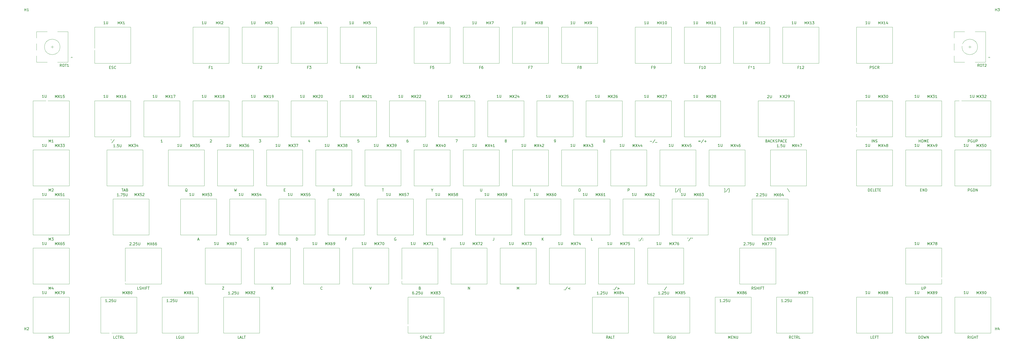
<source format=gto>
%TF.GenerationSoftware,KiCad,Pcbnew,(5.1.10)-1*%
%TF.CreationDate,2021-11-05T15:43:11-04:00*%
%TF.ProjectId,custom_keyboard (f303),63757374-6f6d-45f6-9b65-79626f617264,rev?*%
%TF.SameCoordinates,Original*%
%TF.FileFunction,Legend,Top*%
%TF.FilePolarity,Positive*%
%FSLAX46Y46*%
G04 Gerber Fmt 4.6, Leading zero omitted, Abs format (unit mm)*
G04 Created by KiCad (PCBNEW (5.1.10)-1) date 2021-11-05 15:43:11*
%MOMM*%
%LPD*%
G01*
G04 APERTURE LIST*
%ADD10C,0.120000*%
%ADD11C,0.150000*%
%ADD12C,3.000000*%
%ADD13C,1.750000*%
%ADD14C,4.000000*%
%ADD15C,3.048000*%
%ADD16C,3.987800*%
%ADD17C,1.000000*%
%ADD18O,1.700000X1.700000*%
%ADD19R,1.700000X1.700000*%
%ADD20C,0.650000*%
%ADD21O,2.100000X1.000000*%
%ADD22O,1.600000X1.000000*%
%ADD23C,3.500000*%
%ADD24O,1.500000X2.000000*%
%ADD25O,1.000000X2.100000*%
%ADD26O,1.000000X1.600000*%
%ADD27O,2.000000X1.500000*%
%ADD28R,2.000000X2.000000*%
%ADD29C,2.000000*%
%ADD30R,3.200000X2.000000*%
%ADD31C,1.397000*%
%ADD32C,6.400000*%
%ADD33C,0.800000*%
G04 APERTURE END LIST*
D10*
%TO.C,MX84*%
X298574500Y-266032800D02*
X298574500Y-280032800D01*
X298574500Y-266032800D02*
X312574500Y-266032800D01*
X312574500Y-266032800D02*
X312574500Y-280032800D01*
X312574500Y-280032800D02*
X298574500Y-280032800D01*
%TO.C,MX14*%
X414961800Y-175264400D02*
X400961800Y-175264400D01*
X414961800Y-161264400D02*
X414961800Y-175264400D01*
X400961800Y-161264400D02*
X414961800Y-161264400D01*
X400961800Y-161264400D02*
X400961800Y-175264400D01*
%TO.C,MX64*%
X374483100Y-241935200D02*
X360483100Y-241935200D01*
X374483100Y-227935200D02*
X374483100Y-241935200D01*
X360483100Y-227935200D02*
X374483100Y-227935200D01*
X360483100Y-227935200D02*
X360483100Y-241935200D01*
%TO.C,MX83*%
X227141500Y-266032800D02*
X227141500Y-280032800D01*
X227141500Y-266032800D02*
X241141500Y-266032800D01*
X241141500Y-266032800D02*
X241141500Y-280032800D01*
X241141500Y-280032800D02*
X227141500Y-280032800D01*
%TO.C,MX7*%
X262571400Y-175264400D02*
X248571400Y-175264400D01*
X262571400Y-161264400D02*
X262571400Y-175264400D01*
X248571400Y-161264400D02*
X262571400Y-161264400D01*
X248571400Y-161264400D02*
X248571400Y-175264400D01*
%TO.C,MX6*%
X243522600Y-175264400D02*
X229522600Y-175264400D01*
X243522600Y-161264400D02*
X243522600Y-175264400D01*
X229522600Y-161264400D02*
X243522600Y-161264400D01*
X229522600Y-161264400D02*
X229522600Y-175264400D01*
%TO.C,MX78*%
X434010600Y-260984000D02*
X420010600Y-260984000D01*
X434010600Y-246984000D02*
X434010600Y-260984000D01*
X420010600Y-246984000D02*
X434010600Y-246984000D01*
X420010600Y-246984000D02*
X420010600Y-260984000D01*
%TO.C,MX19*%
X176851800Y-203837600D02*
X162851800Y-203837600D01*
X176851800Y-189837600D02*
X176851800Y-203837600D01*
X162851800Y-189837600D02*
X176851800Y-189837600D01*
X162851800Y-189837600D02*
X162851800Y-203837600D01*
%TO.C,MX32*%
X453059400Y-203837600D02*
X439059400Y-203837600D01*
X453059400Y-189837600D02*
X453059400Y-203837600D01*
X439059400Y-189837600D02*
X453059400Y-189837600D01*
X439059400Y-189837600D02*
X439059400Y-203837600D01*
%TO.C,ROT1*%
X92331400Y-168939200D02*
G75*
G03*
X92331400Y-168939200I-3000000J0D01*
G01*
X87331400Y-174839200D02*
X83231400Y-174839200D01*
X83231400Y-163039200D02*
X87331400Y-163039200D01*
X91331400Y-163039200D02*
X95431400Y-163039200D01*
X91331400Y-174839200D02*
X95431400Y-174839200D01*
X95431400Y-174839200D02*
X95431400Y-163039200D01*
X96831400Y-172739200D02*
X97131400Y-173039200D01*
X97131400Y-173039200D02*
X96531400Y-173039200D01*
X96531400Y-173039200D02*
X96831400Y-172739200D01*
X83231400Y-174839200D02*
X83231400Y-172439200D01*
X83231400Y-170239200D02*
X83231400Y-167639200D01*
X83231400Y-165439200D02*
X83231400Y-163039200D01*
X89331400Y-169439200D02*
X89331400Y-168439200D01*
X89831400Y-168939200D02*
X88831400Y-168939200D01*
%TO.C,ROT2*%
X447909000Y-168939200D02*
G75*
G03*
X447909000Y-168939200I-3000000J0D01*
G01*
X442909000Y-174839200D02*
X438809000Y-174839200D01*
X438809000Y-163039200D02*
X442909000Y-163039200D01*
X446909000Y-163039200D02*
X451009000Y-163039200D01*
X446909000Y-174839200D02*
X451009000Y-174839200D01*
X451009000Y-174839200D02*
X451009000Y-163039200D01*
X452409000Y-172739200D02*
X452709000Y-173039200D01*
X452709000Y-173039200D02*
X452109000Y-173039200D01*
X452109000Y-173039200D02*
X452409000Y-172739200D01*
X438809000Y-174839200D02*
X438809000Y-172439200D01*
X438809000Y-170239200D02*
X438809000Y-167639200D01*
X438809000Y-165439200D02*
X438809000Y-163039200D01*
X444909000Y-169439200D02*
X444909000Y-168439200D01*
X445409000Y-168939200D02*
X444409000Y-168939200D01*
%TO.C,MX1*%
X119705400Y-175264400D02*
X105705400Y-175264400D01*
X119705400Y-161264400D02*
X119705400Y-175264400D01*
X105705400Y-161264400D02*
X119705400Y-161264400D01*
X105705400Y-161264400D02*
X105705400Y-175264400D01*
%TO.C,MX2*%
X157803000Y-175264400D02*
X143803000Y-175264400D01*
X157803000Y-161264400D02*
X157803000Y-175264400D01*
X143803000Y-161264400D02*
X157803000Y-161264400D01*
X143803000Y-161264400D02*
X143803000Y-175264400D01*
%TO.C,MX3*%
X176851800Y-175264400D02*
X162851800Y-175264400D01*
X176851800Y-161264400D02*
X176851800Y-175264400D01*
X162851800Y-161264400D02*
X176851800Y-161264400D01*
X162851800Y-161264400D02*
X162851800Y-175264400D01*
%TO.C,MX4*%
X195900600Y-175264400D02*
X181900600Y-175264400D01*
X195900600Y-161264400D02*
X195900600Y-175264400D01*
X181900600Y-161264400D02*
X195900600Y-161264400D01*
X181900600Y-161264400D02*
X181900600Y-175264400D01*
%TO.C,MX5*%
X214949400Y-175264400D02*
X200949400Y-175264400D01*
X214949400Y-161264400D02*
X214949400Y-175264400D01*
X200949400Y-161264400D02*
X214949400Y-161264400D01*
X200949400Y-161264400D02*
X200949400Y-175264400D01*
%TO.C,MX8*%
X281620200Y-175264400D02*
X267620200Y-175264400D01*
X281620200Y-161264400D02*
X281620200Y-175264400D01*
X267620200Y-161264400D02*
X281620200Y-161264400D01*
X267620200Y-161264400D02*
X267620200Y-175264400D01*
%TO.C,MX9*%
X300669000Y-175264400D02*
X286669000Y-175264400D01*
X300669000Y-161264400D02*
X300669000Y-175264400D01*
X286669000Y-161264400D02*
X300669000Y-161264400D01*
X286669000Y-161264400D02*
X286669000Y-175264400D01*
%TO.C,MX10*%
X329242200Y-175264400D02*
X315242200Y-175264400D01*
X329242200Y-161264400D02*
X329242200Y-175264400D01*
X315242200Y-161264400D02*
X329242200Y-161264400D01*
X315242200Y-161264400D02*
X315242200Y-175264400D01*
%TO.C,MX11*%
X348291000Y-175264400D02*
X334291000Y-175264400D01*
X348291000Y-161264400D02*
X348291000Y-175264400D01*
X334291000Y-161264400D02*
X348291000Y-161264400D01*
X334291000Y-161264400D02*
X334291000Y-175264400D01*
%TO.C,MX12*%
X367339800Y-175264400D02*
X353339800Y-175264400D01*
X367339800Y-161264400D02*
X367339800Y-175264400D01*
X353339800Y-161264400D02*
X367339800Y-161264400D01*
X353339800Y-161264400D02*
X353339800Y-175264400D01*
%TO.C,MX13*%
X386388600Y-175264400D02*
X372388600Y-175264400D01*
X386388600Y-161264400D02*
X386388600Y-175264400D01*
X372388600Y-161264400D02*
X386388600Y-161264400D01*
X372388600Y-161264400D02*
X372388600Y-175264400D01*
%TO.C,MX15*%
X95894400Y-203837600D02*
X81894400Y-203837600D01*
X95894400Y-189837600D02*
X95894400Y-203837600D01*
X81894400Y-189837600D02*
X95894400Y-189837600D01*
X81894400Y-189837600D02*
X81894400Y-203837600D01*
%TO.C,MX16*%
X119705400Y-203837600D02*
X105705400Y-203837600D01*
X119705400Y-189837600D02*
X119705400Y-203837600D01*
X105705400Y-189837600D02*
X119705400Y-189837600D01*
X105705400Y-189837600D02*
X105705400Y-203837600D01*
%TO.C,MX17*%
X138754200Y-203837600D02*
X124754200Y-203837600D01*
X138754200Y-189837600D02*
X138754200Y-203837600D01*
X124754200Y-189837600D02*
X138754200Y-189837600D01*
X124754200Y-189837600D02*
X124754200Y-203837600D01*
%TO.C,MX18*%
X157803000Y-203837600D02*
X143803000Y-203837600D01*
X157803000Y-189837600D02*
X157803000Y-203837600D01*
X143803000Y-189837600D02*
X157803000Y-189837600D01*
X143803000Y-189837600D02*
X143803000Y-203837600D01*
%TO.C,MX20*%
X195900600Y-203837600D02*
X181900600Y-203837600D01*
X195900600Y-189837600D02*
X195900600Y-203837600D01*
X181900600Y-189837600D02*
X195900600Y-189837600D01*
X181900600Y-189837600D02*
X181900600Y-203837600D01*
%TO.C,MX21*%
X214949400Y-203837600D02*
X200949400Y-203837600D01*
X214949400Y-189837600D02*
X214949400Y-203837600D01*
X200949400Y-189837600D02*
X214949400Y-189837600D01*
X200949400Y-189837600D02*
X200949400Y-203837600D01*
%TO.C,MX22*%
X233998200Y-203837600D02*
X219998200Y-203837600D01*
X233998200Y-189837600D02*
X233998200Y-203837600D01*
X219998200Y-189837600D02*
X233998200Y-189837600D01*
X219998200Y-189837600D02*
X219998200Y-203837600D01*
%TO.C,MX23*%
X253047000Y-203837600D02*
X239047000Y-203837600D01*
X253047000Y-189837600D02*
X253047000Y-203837600D01*
X239047000Y-189837600D02*
X253047000Y-189837600D01*
X239047000Y-189837600D02*
X239047000Y-203837600D01*
%TO.C,MX24*%
X272095800Y-203837600D02*
X258095800Y-203837600D01*
X272095800Y-189837600D02*
X272095800Y-203837600D01*
X258095800Y-189837600D02*
X272095800Y-189837600D01*
X258095800Y-189837600D02*
X258095800Y-203837600D01*
%TO.C,MX25*%
X291144600Y-203837600D02*
X277144600Y-203837600D01*
X291144600Y-189837600D02*
X291144600Y-203837600D01*
X277144600Y-189837600D02*
X291144600Y-189837600D01*
X277144600Y-189837600D02*
X277144600Y-203837600D01*
%TO.C,MX26*%
X310193400Y-203837600D02*
X296193400Y-203837600D01*
X310193400Y-189837600D02*
X310193400Y-203837600D01*
X296193400Y-189837600D02*
X310193400Y-189837600D01*
X296193400Y-189837600D02*
X296193400Y-203837600D01*
%TO.C,MX27*%
X329242200Y-203837600D02*
X315242200Y-203837600D01*
X329242200Y-189837600D02*
X329242200Y-203837600D01*
X315242200Y-189837600D02*
X329242200Y-189837600D01*
X315242200Y-189837600D02*
X315242200Y-203837600D01*
%TO.C,MX28*%
X348291000Y-203837600D02*
X334291000Y-203837600D01*
X348291000Y-189837600D02*
X348291000Y-203837600D01*
X334291000Y-189837600D02*
X348291000Y-189837600D01*
X334291000Y-189837600D02*
X334291000Y-203837600D01*
%TO.C,MX29*%
X376864200Y-203837600D02*
X362864200Y-203837600D01*
X376864200Y-189837600D02*
X376864200Y-203837600D01*
X362864200Y-189837600D02*
X376864200Y-189837600D01*
X362864200Y-189837600D02*
X362864200Y-203837600D01*
%TO.C,MX30*%
X414961800Y-203837600D02*
X400961800Y-203837600D01*
X414961800Y-189837600D02*
X414961800Y-203837600D01*
X400961800Y-189837600D02*
X414961800Y-189837600D01*
X400961800Y-189837600D02*
X400961800Y-203837600D01*
%TO.C,MX31*%
X434010600Y-203837600D02*
X420010600Y-203837600D01*
X434010600Y-189837600D02*
X434010600Y-203837600D01*
X420010600Y-189837600D02*
X434010600Y-189837600D01*
X420010600Y-189837600D02*
X420010600Y-203837600D01*
%TO.C,MX33*%
X95894400Y-222886400D02*
X81894400Y-222886400D01*
X95894400Y-208886400D02*
X95894400Y-222886400D01*
X81894400Y-208886400D02*
X95894400Y-208886400D01*
X81894400Y-208886400D02*
X81894400Y-222886400D01*
%TO.C,MX34*%
X110467600Y-208886400D02*
X110467600Y-222886400D01*
X110467600Y-208886400D02*
X124467600Y-208886400D01*
X124467600Y-208886400D02*
X124467600Y-222886400D01*
X124467600Y-222886400D02*
X110467600Y-222886400D01*
%TO.C,MX35*%
X148278600Y-222886400D02*
X134278600Y-222886400D01*
X148278600Y-208886400D02*
X148278600Y-222886400D01*
X134278600Y-208886400D02*
X148278600Y-208886400D01*
X134278600Y-208886400D02*
X134278600Y-222886400D01*
%TO.C,MX36*%
X167327400Y-222886400D02*
X153327400Y-222886400D01*
X167327400Y-208886400D02*
X167327400Y-222886400D01*
X153327400Y-208886400D02*
X167327400Y-208886400D01*
X153327400Y-208886400D02*
X153327400Y-222886400D01*
%TO.C,MX37*%
X186376200Y-222886400D02*
X172376200Y-222886400D01*
X186376200Y-208886400D02*
X186376200Y-222886400D01*
X172376200Y-208886400D02*
X186376200Y-208886400D01*
X172376200Y-208886400D02*
X172376200Y-222886400D01*
%TO.C,MX38*%
X205425000Y-222886400D02*
X191425000Y-222886400D01*
X205425000Y-208886400D02*
X205425000Y-222886400D01*
X191425000Y-208886400D02*
X205425000Y-208886400D01*
X191425000Y-208886400D02*
X191425000Y-222886400D01*
%TO.C,MX39*%
X224473800Y-222886400D02*
X210473800Y-222886400D01*
X224473800Y-208886400D02*
X224473800Y-222886400D01*
X210473800Y-208886400D02*
X224473800Y-208886400D01*
X210473800Y-208886400D02*
X210473800Y-222886400D01*
%TO.C,MX40*%
X243522600Y-222886400D02*
X229522600Y-222886400D01*
X243522600Y-208886400D02*
X243522600Y-222886400D01*
X229522600Y-208886400D02*
X243522600Y-208886400D01*
X229522600Y-208886400D02*
X229522600Y-222886400D01*
%TO.C,MX41*%
X262571400Y-222886400D02*
X248571400Y-222886400D01*
X262571400Y-208886400D02*
X262571400Y-222886400D01*
X248571400Y-208886400D02*
X262571400Y-208886400D01*
X248571400Y-208886400D02*
X248571400Y-222886400D01*
%TO.C,MX42*%
X281620200Y-222886400D02*
X267620200Y-222886400D01*
X281620200Y-208886400D02*
X281620200Y-222886400D01*
X267620200Y-208886400D02*
X281620200Y-208886400D01*
X267620200Y-208886400D02*
X267620200Y-222886400D01*
%TO.C,MX43*%
X300669000Y-222886400D02*
X286669000Y-222886400D01*
X300669000Y-208886400D02*
X300669000Y-222886400D01*
X286669000Y-208886400D02*
X300669000Y-208886400D01*
X286669000Y-208886400D02*
X286669000Y-222886400D01*
%TO.C,MX45*%
X338766600Y-222886400D02*
X324766600Y-222886400D01*
X338766600Y-208886400D02*
X338766600Y-222886400D01*
X324766600Y-208886400D02*
X338766600Y-208886400D01*
X324766600Y-208886400D02*
X324766600Y-222886400D01*
%TO.C,MX46*%
X357815400Y-222886400D02*
X343815400Y-222886400D01*
X357815400Y-208886400D02*
X357815400Y-222886400D01*
X343815400Y-208886400D02*
X357815400Y-208886400D01*
X343815400Y-208886400D02*
X343815400Y-222886400D01*
%TO.C,MX48*%
X414961800Y-222886400D02*
X400961800Y-222886400D01*
X414961800Y-208886400D02*
X414961800Y-222886400D01*
X400961800Y-208886400D02*
X414961800Y-208886400D01*
X400961800Y-208886400D02*
X400961800Y-222886400D01*
%TO.C,MX49*%
X434010600Y-222886400D02*
X420010600Y-222886400D01*
X434010600Y-208886400D02*
X434010600Y-222886400D01*
X420010600Y-208886400D02*
X434010600Y-208886400D01*
X420010600Y-208886400D02*
X420010600Y-222886400D01*
%TO.C,MX51*%
X95894400Y-241935200D02*
X81894400Y-241935200D01*
X95894400Y-227935200D02*
X95894400Y-241935200D01*
X81894400Y-227935200D02*
X95894400Y-227935200D01*
X81894400Y-227935200D02*
X81894400Y-241935200D01*
%TO.C,MX52*%
X112848700Y-227935200D02*
X112848700Y-241935200D01*
X112848700Y-227935200D02*
X126848700Y-227935200D01*
X126848700Y-227935200D02*
X126848700Y-241935200D01*
X126848700Y-241935200D02*
X112848700Y-241935200D01*
%TO.C,MX53*%
X152982500Y-241935200D02*
X138982500Y-241935200D01*
X152982500Y-227935200D02*
X152982500Y-241935200D01*
X138982500Y-227935200D02*
X152982500Y-227935200D01*
X138982500Y-227935200D02*
X138982500Y-241935200D01*
%TO.C,MX54*%
X172089600Y-241935200D02*
X158089600Y-241935200D01*
X172089600Y-227935200D02*
X172089600Y-241935200D01*
X158089600Y-227935200D02*
X172089600Y-227935200D01*
X158089600Y-227935200D02*
X158089600Y-241935200D01*
%TO.C,MX55*%
X191138400Y-241935200D02*
X177138400Y-241935200D01*
X191138400Y-227935200D02*
X191138400Y-241935200D01*
X177138400Y-227935200D02*
X191138400Y-227935200D01*
X177138400Y-227935200D02*
X177138400Y-241935200D01*
%TO.C,MX56*%
X210187200Y-241935200D02*
X196187200Y-241935200D01*
X210187200Y-227935200D02*
X210187200Y-241935200D01*
X196187200Y-227935200D02*
X210187200Y-227935200D01*
X196187200Y-227935200D02*
X196187200Y-241935200D01*
%TO.C,MX57*%
X229236000Y-241935200D02*
X215236000Y-241935200D01*
X229236000Y-227935200D02*
X229236000Y-241935200D01*
X215236000Y-227935200D02*
X229236000Y-227935200D01*
X215236000Y-227935200D02*
X215236000Y-241935200D01*
%TO.C,MX59*%
X267333600Y-241935200D02*
X253333600Y-241935200D01*
X267333600Y-227935200D02*
X267333600Y-241935200D01*
X253333600Y-227935200D02*
X267333600Y-227935200D01*
X253333600Y-227935200D02*
X253333600Y-241935200D01*
%TO.C,MX60*%
X286382400Y-241935200D02*
X272382400Y-241935200D01*
X286382400Y-227935200D02*
X286382400Y-241935200D01*
X272382400Y-227935200D02*
X286382400Y-227935200D01*
X272382400Y-227935200D02*
X272382400Y-241935200D01*
%TO.C,MX61*%
X305431200Y-241935200D02*
X291431200Y-241935200D01*
X305431200Y-227935200D02*
X305431200Y-241935200D01*
X291431200Y-227935200D02*
X305431200Y-227935200D01*
X291431200Y-227935200D02*
X291431200Y-241935200D01*
%TO.C,MX63*%
X343528800Y-241935200D02*
X329528800Y-241935200D01*
X343528800Y-227935200D02*
X343528800Y-241935200D01*
X329528800Y-227935200D02*
X343528800Y-227935200D01*
X329528800Y-227935200D02*
X329528800Y-241935200D01*
%TO.C,MX65*%
X95894400Y-260984000D02*
X81894400Y-260984000D01*
X95894400Y-246984000D02*
X95894400Y-260984000D01*
X81894400Y-246984000D02*
X95894400Y-246984000D01*
X81894400Y-246984000D02*
X81894400Y-260984000D01*
%TO.C,MX66*%
X131610900Y-260984000D02*
X117610900Y-260984000D01*
X131610900Y-246984000D02*
X131610900Y-260984000D01*
X117610900Y-246984000D02*
X131610900Y-246984000D01*
X117610900Y-246984000D02*
X117610900Y-260984000D01*
%TO.C,MX67*%
X162565200Y-260984000D02*
X148565200Y-260984000D01*
X162565200Y-246984000D02*
X162565200Y-260984000D01*
X148565200Y-246984000D02*
X162565200Y-246984000D01*
X148565200Y-246984000D02*
X148565200Y-260984000D01*
%TO.C,MX68*%
X181614000Y-260984000D02*
X167614000Y-260984000D01*
X181614000Y-246984000D02*
X181614000Y-260984000D01*
X167614000Y-246984000D02*
X181614000Y-246984000D01*
X167614000Y-246984000D02*
X167614000Y-260984000D01*
%TO.C,MX69*%
X200662800Y-260984000D02*
X186662800Y-260984000D01*
X200662800Y-246984000D02*
X200662800Y-260984000D01*
X186662800Y-246984000D02*
X200662800Y-246984000D01*
X186662800Y-246984000D02*
X186662800Y-260984000D01*
%TO.C,MX70*%
X219711600Y-260984000D02*
X205711600Y-260984000D01*
X219711600Y-246984000D02*
X219711600Y-260984000D01*
X205711600Y-246984000D02*
X219711600Y-246984000D01*
X205711600Y-246984000D02*
X205711600Y-260984000D01*
%TO.C,MX71*%
X238760400Y-260984000D02*
X224760400Y-260984000D01*
X238760400Y-246984000D02*
X238760400Y-260984000D01*
X224760400Y-246984000D02*
X238760400Y-246984000D01*
X224760400Y-246984000D02*
X224760400Y-260984000D01*
%TO.C,MX72*%
X257809200Y-260984000D02*
X243809200Y-260984000D01*
X257809200Y-246984000D02*
X257809200Y-260984000D01*
X243809200Y-246984000D02*
X257809200Y-246984000D01*
X243809200Y-246984000D02*
X243809200Y-260984000D01*
%TO.C,MX73*%
X276858000Y-260984000D02*
X262858000Y-260984000D01*
X276858000Y-246984000D02*
X276858000Y-260984000D01*
X262858000Y-246984000D02*
X276858000Y-246984000D01*
X262858000Y-246984000D02*
X262858000Y-260984000D01*
%TO.C,MX74*%
X295906800Y-260984000D02*
X281906800Y-260984000D01*
X295906800Y-246984000D02*
X295906800Y-260984000D01*
X281906800Y-246984000D02*
X295906800Y-246984000D01*
X281906800Y-246984000D02*
X281906800Y-260984000D01*
%TO.C,MX75*%
X314955600Y-260984000D02*
X300955600Y-260984000D01*
X314955600Y-246984000D02*
X314955600Y-260984000D01*
X300955600Y-246984000D02*
X314955600Y-246984000D01*
X300955600Y-246984000D02*
X300955600Y-260984000D01*
%TO.C,MX76*%
X334004400Y-260984000D02*
X320004400Y-260984000D01*
X334004400Y-246984000D02*
X334004400Y-260984000D01*
X320004400Y-246984000D02*
X334004400Y-246984000D01*
X320004400Y-246984000D02*
X320004400Y-260984000D01*
%TO.C,MX77*%
X355720900Y-246984000D02*
X355720900Y-260984000D01*
X355720900Y-246984000D02*
X369720900Y-246984000D01*
X369720900Y-246984000D02*
X369720900Y-260984000D01*
X369720900Y-260984000D02*
X355720900Y-260984000D01*
%TO.C,MX79*%
X95894400Y-280032800D02*
X81894400Y-280032800D01*
X95894400Y-266032800D02*
X95894400Y-280032800D01*
X81894400Y-266032800D02*
X95894400Y-266032800D01*
X81894400Y-266032800D02*
X81894400Y-280032800D01*
%TO.C,MX80*%
X108086500Y-266032800D02*
X108086500Y-280032800D01*
X108086500Y-266032800D02*
X122086500Y-266032800D01*
X122086500Y-266032800D02*
X122086500Y-280032800D01*
X122086500Y-280032800D02*
X108086500Y-280032800D01*
%TO.C,MX81*%
X131897500Y-266032800D02*
X131897500Y-280032800D01*
X131897500Y-266032800D02*
X145897500Y-266032800D01*
X145897500Y-266032800D02*
X145897500Y-280032800D01*
X145897500Y-280032800D02*
X131897500Y-280032800D01*
%TO.C,MX82*%
X155708500Y-266032800D02*
X155708500Y-280032800D01*
X155708500Y-266032800D02*
X169708500Y-266032800D01*
X169708500Y-266032800D02*
X169708500Y-280032800D01*
X169708500Y-280032800D02*
X155708500Y-280032800D01*
%TO.C,MX85*%
X322385500Y-266032800D02*
X322385500Y-280032800D01*
X322385500Y-266032800D02*
X336385500Y-266032800D01*
X336385500Y-266032800D02*
X336385500Y-280032800D01*
X336385500Y-280032800D02*
X322385500Y-280032800D01*
%TO.C,MX86*%
X346196500Y-266032800D02*
X346196500Y-280032800D01*
X346196500Y-266032800D02*
X360196500Y-266032800D01*
X360196500Y-266032800D02*
X360196500Y-280032800D01*
X360196500Y-280032800D02*
X346196500Y-280032800D01*
%TO.C,MX89*%
X434010600Y-280032800D02*
X420010600Y-280032800D01*
X434010600Y-266032800D02*
X434010600Y-280032800D01*
X420010600Y-266032800D02*
X434010600Y-266032800D01*
X420010600Y-266032800D02*
X420010600Y-280032800D01*
%TO.C,MX47*%
X367626400Y-208886400D02*
X367626400Y-222886400D01*
X367626400Y-208886400D02*
X381626400Y-208886400D01*
X381626400Y-208886400D02*
X381626400Y-222886400D01*
X381626400Y-222886400D02*
X367626400Y-222886400D01*
%TO.C,MX44*%
X319717800Y-222886400D02*
X305717800Y-222886400D01*
X319717800Y-208886400D02*
X319717800Y-222886400D01*
X305717800Y-208886400D02*
X319717800Y-208886400D01*
X305717800Y-208886400D02*
X305717800Y-222886400D01*
%TO.C,MX88*%
X414961800Y-280032800D02*
X400961800Y-280032800D01*
X414961800Y-266032800D02*
X414961800Y-280032800D01*
X400961800Y-266032800D02*
X414961800Y-266032800D01*
X400961800Y-266032800D02*
X400961800Y-280032800D01*
%TO.C,MX87*%
X370007500Y-266032800D02*
X370007500Y-280032800D01*
X370007500Y-266032800D02*
X384007500Y-266032800D01*
X384007500Y-266032800D02*
X384007500Y-280032800D01*
X384007500Y-280032800D02*
X370007500Y-280032800D01*
%TO.C,MX50*%
X453059400Y-222886400D02*
X439059400Y-222886400D01*
X453059400Y-208886400D02*
X453059400Y-222886400D01*
X439059400Y-208886400D02*
X453059400Y-208886400D01*
X439059400Y-208886400D02*
X439059400Y-222886400D01*
%TO.C,MX90*%
X453059400Y-280032800D02*
X439059400Y-280032800D01*
X453059400Y-266032800D02*
X453059400Y-280032800D01*
X439059400Y-266032800D02*
X453059400Y-266032800D01*
X439059400Y-266032800D02*
X439059400Y-280032800D01*
%TO.C,MX58*%
X248284800Y-241935200D02*
X234284800Y-241935200D01*
X248284800Y-227935200D02*
X248284800Y-241935200D01*
X234284800Y-227935200D02*
X248284800Y-227935200D01*
X234284800Y-227935200D02*
X234284800Y-241935200D01*
%TO.C,MX62*%
X324480000Y-241935200D02*
X310480000Y-241935200D01*
X324480000Y-227935200D02*
X324480000Y-241935200D01*
X310480000Y-227935200D02*
X324480000Y-227935200D01*
X310480000Y-227935200D02*
X310480000Y-241935200D01*
%TO.C,MX84*%
D11*
X307178095Y-264849180D02*
X307178095Y-263849180D01*
X307511428Y-264563466D01*
X307844761Y-263849180D01*
X307844761Y-264849180D01*
X308225714Y-263849180D02*
X308892380Y-264849180D01*
X308892380Y-263849180D02*
X308225714Y-264849180D01*
X309416190Y-264277752D02*
X309320952Y-264230133D01*
X309273333Y-264182514D01*
X309225714Y-264087276D01*
X309225714Y-264039657D01*
X309273333Y-263944419D01*
X309320952Y-263896800D01*
X309416190Y-263849180D01*
X309606666Y-263849180D01*
X309701904Y-263896800D01*
X309749523Y-263944419D01*
X309797142Y-264039657D01*
X309797142Y-264087276D01*
X309749523Y-264182514D01*
X309701904Y-264230133D01*
X309606666Y-264277752D01*
X309416190Y-264277752D01*
X309320952Y-264325371D01*
X309273333Y-264372990D01*
X309225714Y-264468228D01*
X309225714Y-264658704D01*
X309273333Y-264753942D01*
X309320952Y-264801561D01*
X309416190Y-264849180D01*
X309606666Y-264849180D01*
X309701904Y-264801561D01*
X309749523Y-264753942D01*
X309797142Y-264658704D01*
X309797142Y-264468228D01*
X309749523Y-264372990D01*
X309701904Y-264325371D01*
X309606666Y-264277752D01*
X310654285Y-264182514D02*
X310654285Y-264849180D01*
X310416190Y-263801561D02*
X310178095Y-264515847D01*
X310797142Y-264515847D01*
X304669738Y-282147680D02*
X304336404Y-281671490D01*
X304098309Y-282147680D02*
X304098309Y-281147680D01*
X304479261Y-281147680D01*
X304574500Y-281195300D01*
X304622119Y-281242919D01*
X304669738Y-281338157D01*
X304669738Y-281481014D01*
X304622119Y-281576252D01*
X304574500Y-281623871D01*
X304479261Y-281671490D01*
X304098309Y-281671490D01*
X305050690Y-281861966D02*
X305526880Y-281861966D01*
X304955452Y-282147680D02*
X305288785Y-281147680D01*
X305622119Y-282147680D01*
X306431642Y-282147680D02*
X305955452Y-282147680D01*
X305955452Y-281147680D01*
X306622119Y-281147680D02*
X307193547Y-281147680D01*
X306907833Y-282147680D02*
X306907833Y-281147680D01*
X301034428Y-264912680D02*
X300463000Y-264912680D01*
X300748714Y-264912680D02*
X300748714Y-263912680D01*
X300653476Y-264055538D01*
X300558238Y-264150776D01*
X300463000Y-264198395D01*
X301463000Y-264817442D02*
X301510619Y-264865061D01*
X301463000Y-264912680D01*
X301415380Y-264865061D01*
X301463000Y-264817442D01*
X301463000Y-264912680D01*
X301891571Y-264007919D02*
X301939190Y-263960300D01*
X302034428Y-263912680D01*
X302272523Y-263912680D01*
X302367761Y-263960300D01*
X302415380Y-264007919D01*
X302463000Y-264103157D01*
X302463000Y-264198395D01*
X302415380Y-264341252D01*
X301843952Y-264912680D01*
X302463000Y-264912680D01*
X303367761Y-263912680D02*
X302891571Y-263912680D01*
X302843952Y-264388871D01*
X302891571Y-264341252D01*
X302986809Y-264293633D01*
X303224904Y-264293633D01*
X303320142Y-264341252D01*
X303367761Y-264388871D01*
X303415380Y-264484109D01*
X303415380Y-264722204D01*
X303367761Y-264817442D01*
X303320142Y-264865061D01*
X303224904Y-264912680D01*
X302986809Y-264912680D01*
X302891571Y-264865061D01*
X302843952Y-264817442D01*
X303843952Y-263912680D02*
X303843952Y-264722204D01*
X303891571Y-264817442D01*
X303939190Y-264865061D01*
X304034428Y-264912680D01*
X304224904Y-264912680D01*
X304320142Y-264865061D01*
X304367761Y-264817442D01*
X304415380Y-264722204D01*
X304415380Y-263912680D01*
%TO.C,MX14*%
X409565395Y-160080780D02*
X409565395Y-159080780D01*
X409898728Y-159795066D01*
X410232061Y-159080780D01*
X410232061Y-160080780D01*
X410613014Y-159080780D02*
X411279680Y-160080780D01*
X411279680Y-159080780D02*
X410613014Y-160080780D01*
X412184442Y-160080780D02*
X411613014Y-160080780D01*
X411898728Y-160080780D02*
X411898728Y-159080780D01*
X411803490Y-159223638D01*
X411708252Y-159318876D01*
X411613014Y-159366495D01*
X413041585Y-159414114D02*
X413041585Y-160080780D01*
X412803490Y-159033161D02*
X412565395Y-159747447D01*
X413184442Y-159747447D01*
X406223704Y-177379280D02*
X406223704Y-176379280D01*
X406604657Y-176379280D01*
X406699895Y-176426900D01*
X406747514Y-176474519D01*
X406795133Y-176569757D01*
X406795133Y-176712614D01*
X406747514Y-176807852D01*
X406699895Y-176855471D01*
X406604657Y-176903090D01*
X406223704Y-176903090D01*
X407176085Y-177331661D02*
X407318942Y-177379280D01*
X407557038Y-177379280D01*
X407652276Y-177331661D01*
X407699895Y-177284042D01*
X407747514Y-177188804D01*
X407747514Y-177093566D01*
X407699895Y-176998328D01*
X407652276Y-176950709D01*
X407557038Y-176903090D01*
X407366561Y-176855471D01*
X407271323Y-176807852D01*
X407223704Y-176760233D01*
X407176085Y-176664995D01*
X407176085Y-176569757D01*
X407223704Y-176474519D01*
X407271323Y-176426900D01*
X407366561Y-176379280D01*
X407604657Y-176379280D01*
X407747514Y-176426900D01*
X408747514Y-177284042D02*
X408699895Y-177331661D01*
X408557038Y-177379280D01*
X408461800Y-177379280D01*
X408318942Y-177331661D01*
X408223704Y-177236423D01*
X408176085Y-177141185D01*
X408128466Y-176950709D01*
X408128466Y-176807852D01*
X408176085Y-176617376D01*
X408223704Y-176522138D01*
X408318942Y-176426900D01*
X408461800Y-176379280D01*
X408557038Y-176379280D01*
X408699895Y-176426900D01*
X408747514Y-176474519D01*
X409747514Y-177379280D02*
X409414180Y-176903090D01*
X409176085Y-177379280D02*
X409176085Y-176379280D01*
X409557038Y-176379280D01*
X409652276Y-176426900D01*
X409699895Y-176474519D01*
X409747514Y-176569757D01*
X409747514Y-176712614D01*
X409699895Y-176807852D01*
X409652276Y-176855471D01*
X409557038Y-176903090D01*
X409176085Y-176903090D01*
X405120204Y-160017280D02*
X404548776Y-160017280D01*
X404834490Y-160017280D02*
X404834490Y-159017280D01*
X404739252Y-159160138D01*
X404644014Y-159255376D01*
X404548776Y-159302995D01*
X405548776Y-159017280D02*
X405548776Y-159826804D01*
X405596395Y-159922042D01*
X405644014Y-159969661D01*
X405739252Y-160017280D01*
X405929728Y-160017280D01*
X406024966Y-159969661D01*
X406072585Y-159922042D01*
X406120204Y-159826804D01*
X406120204Y-159017280D01*
%TO.C,MX64*%
X369124795Y-226802380D02*
X369124795Y-225802380D01*
X369458128Y-226516666D01*
X369791461Y-225802380D01*
X369791461Y-226802380D01*
X370172414Y-225802380D02*
X370839080Y-226802380D01*
X370839080Y-225802380D02*
X370172414Y-226802380D01*
X371648604Y-225802380D02*
X371458128Y-225802380D01*
X371362890Y-225850000D01*
X371315271Y-225897619D01*
X371220033Y-226040476D01*
X371172414Y-226230952D01*
X371172414Y-226611904D01*
X371220033Y-226707142D01*
X371267652Y-226754761D01*
X371362890Y-226802380D01*
X371553366Y-226802380D01*
X371648604Y-226754761D01*
X371696223Y-226707142D01*
X371743842Y-226611904D01*
X371743842Y-226373809D01*
X371696223Y-226278571D01*
X371648604Y-226230952D01*
X371553366Y-226183333D01*
X371362890Y-226183333D01*
X371267652Y-226230952D01*
X371220033Y-226278571D01*
X371172414Y-226373809D01*
X372600985Y-226135714D02*
X372600985Y-226802380D01*
X372362890Y-225754761D02*
X372124795Y-226469047D01*
X372743842Y-226469047D01*
X365411671Y-243526271D02*
X365745004Y-243526271D01*
X365887861Y-244050080D02*
X365411671Y-244050080D01*
X365411671Y-243050080D01*
X365887861Y-243050080D01*
X366316433Y-244050080D02*
X366316433Y-243050080D01*
X366887861Y-244050080D01*
X366887861Y-243050080D01*
X367221195Y-243050080D02*
X367792623Y-243050080D01*
X367506909Y-244050080D02*
X367506909Y-243050080D01*
X368125957Y-243526271D02*
X368459290Y-243526271D01*
X368602147Y-244050080D02*
X368125957Y-244050080D01*
X368125957Y-243050080D01*
X368602147Y-243050080D01*
X369602147Y-244050080D02*
X369268814Y-243573890D01*
X369030719Y-244050080D02*
X369030719Y-243050080D01*
X369411671Y-243050080D01*
X369506909Y-243097700D01*
X369554528Y-243145319D01*
X369602147Y-243240557D01*
X369602147Y-243383414D01*
X369554528Y-243478652D01*
X369506909Y-243526271D01*
X369411671Y-243573890D01*
X369030719Y-243573890D01*
X362231900Y-225910319D02*
X362279519Y-225862700D01*
X362374757Y-225815080D01*
X362612852Y-225815080D01*
X362708090Y-225862700D01*
X362755709Y-225910319D01*
X362803328Y-226005557D01*
X362803328Y-226100795D01*
X362755709Y-226243652D01*
X362184280Y-226815080D01*
X362803328Y-226815080D01*
X363231900Y-226719842D02*
X363279519Y-226767461D01*
X363231900Y-226815080D01*
X363184280Y-226767461D01*
X363231900Y-226719842D01*
X363231900Y-226815080D01*
X363660471Y-225910319D02*
X363708090Y-225862700D01*
X363803328Y-225815080D01*
X364041423Y-225815080D01*
X364136661Y-225862700D01*
X364184280Y-225910319D01*
X364231900Y-226005557D01*
X364231900Y-226100795D01*
X364184280Y-226243652D01*
X363612852Y-226815080D01*
X364231900Y-226815080D01*
X365136661Y-225815080D02*
X364660471Y-225815080D01*
X364612852Y-226291271D01*
X364660471Y-226243652D01*
X364755709Y-226196033D01*
X364993804Y-226196033D01*
X365089042Y-226243652D01*
X365136661Y-226291271D01*
X365184280Y-226386509D01*
X365184280Y-226624604D01*
X365136661Y-226719842D01*
X365089042Y-226767461D01*
X364993804Y-226815080D01*
X364755709Y-226815080D01*
X364660471Y-226767461D01*
X364612852Y-226719842D01*
X365612852Y-225815080D02*
X365612852Y-226624604D01*
X365660471Y-226719842D01*
X365708090Y-226767461D01*
X365803328Y-226815080D01*
X365993804Y-226815080D01*
X366089042Y-226767461D01*
X366136661Y-226719842D01*
X366184280Y-226624604D01*
X366184280Y-225815080D01*
%TO.C,MX83*%
X236087995Y-264899980D02*
X236087995Y-263899980D01*
X236421328Y-264614266D01*
X236754661Y-263899980D01*
X236754661Y-264899980D01*
X237135614Y-263899980D02*
X237802280Y-264899980D01*
X237802280Y-263899980D02*
X237135614Y-264899980D01*
X238326090Y-264328552D02*
X238230852Y-264280933D01*
X238183233Y-264233314D01*
X238135614Y-264138076D01*
X238135614Y-264090457D01*
X238183233Y-263995219D01*
X238230852Y-263947600D01*
X238326090Y-263899980D01*
X238516566Y-263899980D01*
X238611804Y-263947600D01*
X238659423Y-263995219D01*
X238707042Y-264090457D01*
X238707042Y-264138076D01*
X238659423Y-264233314D01*
X238611804Y-264280933D01*
X238516566Y-264328552D01*
X238326090Y-264328552D01*
X238230852Y-264376171D01*
X238183233Y-264423790D01*
X238135614Y-264519028D01*
X238135614Y-264709504D01*
X238183233Y-264804742D01*
X238230852Y-264852361D01*
X238326090Y-264899980D01*
X238516566Y-264899980D01*
X238611804Y-264852361D01*
X238659423Y-264804742D01*
X238707042Y-264709504D01*
X238707042Y-264519028D01*
X238659423Y-264423790D01*
X238611804Y-264376171D01*
X238516566Y-264328552D01*
X239040376Y-263899980D02*
X239659423Y-263899980D01*
X239326090Y-264280933D01*
X239468947Y-264280933D01*
X239564185Y-264328552D01*
X239611804Y-264376171D01*
X239659423Y-264471409D01*
X239659423Y-264709504D01*
X239611804Y-264804742D01*
X239564185Y-264852361D01*
X239468947Y-264899980D01*
X239183233Y-264899980D01*
X239087995Y-264852361D01*
X239040376Y-264804742D01*
X231974833Y-282100061D02*
X232117690Y-282147680D01*
X232355785Y-282147680D01*
X232451023Y-282100061D01*
X232498642Y-282052442D01*
X232546261Y-281957204D01*
X232546261Y-281861966D01*
X232498642Y-281766728D01*
X232451023Y-281719109D01*
X232355785Y-281671490D01*
X232165309Y-281623871D01*
X232070071Y-281576252D01*
X232022452Y-281528633D01*
X231974833Y-281433395D01*
X231974833Y-281338157D01*
X232022452Y-281242919D01*
X232070071Y-281195300D01*
X232165309Y-281147680D01*
X232403404Y-281147680D01*
X232546261Y-281195300D01*
X232974833Y-282147680D02*
X232974833Y-281147680D01*
X233355785Y-281147680D01*
X233451023Y-281195300D01*
X233498642Y-281242919D01*
X233546261Y-281338157D01*
X233546261Y-281481014D01*
X233498642Y-281576252D01*
X233451023Y-281623871D01*
X233355785Y-281671490D01*
X232974833Y-281671490D01*
X233927214Y-281861966D02*
X234403404Y-281861966D01*
X233831976Y-282147680D02*
X234165309Y-281147680D01*
X234498642Y-282147680D01*
X235403404Y-282052442D02*
X235355785Y-282100061D01*
X235212928Y-282147680D01*
X235117690Y-282147680D01*
X234974833Y-282100061D01*
X234879595Y-282004823D01*
X234831976Y-281909585D01*
X234784357Y-281719109D01*
X234784357Y-281576252D01*
X234831976Y-281385776D01*
X234879595Y-281290538D01*
X234974833Y-281195300D01*
X235117690Y-281147680D01*
X235212928Y-281147680D01*
X235355785Y-281195300D01*
X235403404Y-281242919D01*
X235831976Y-281623871D02*
X236165309Y-281623871D01*
X236308166Y-282147680D02*
X235831976Y-282147680D01*
X235831976Y-281147680D01*
X236308166Y-281147680D01*
X229379190Y-263899980D02*
X229188714Y-263899980D01*
X229093476Y-263947600D01*
X229045857Y-263995219D01*
X228950619Y-264138076D01*
X228903000Y-264328552D01*
X228903000Y-264709504D01*
X228950619Y-264804742D01*
X228998238Y-264852361D01*
X229093476Y-264899980D01*
X229283952Y-264899980D01*
X229379190Y-264852361D01*
X229426809Y-264804742D01*
X229474428Y-264709504D01*
X229474428Y-264471409D01*
X229426809Y-264376171D01*
X229379190Y-264328552D01*
X229283952Y-264280933D01*
X229093476Y-264280933D01*
X228998238Y-264328552D01*
X228950619Y-264376171D01*
X228903000Y-264471409D01*
X229903000Y-264804742D02*
X229950619Y-264852361D01*
X229903000Y-264899980D01*
X229855380Y-264852361D01*
X229903000Y-264804742D01*
X229903000Y-264899980D01*
X230331571Y-263995219D02*
X230379190Y-263947600D01*
X230474428Y-263899980D01*
X230712523Y-263899980D01*
X230807761Y-263947600D01*
X230855380Y-263995219D01*
X230903000Y-264090457D01*
X230903000Y-264185695D01*
X230855380Y-264328552D01*
X230283952Y-264899980D01*
X230903000Y-264899980D01*
X231807761Y-263899980D02*
X231331571Y-263899980D01*
X231283952Y-264376171D01*
X231331571Y-264328552D01*
X231426809Y-264280933D01*
X231664904Y-264280933D01*
X231760142Y-264328552D01*
X231807761Y-264376171D01*
X231855380Y-264471409D01*
X231855380Y-264709504D01*
X231807761Y-264804742D01*
X231760142Y-264852361D01*
X231664904Y-264899980D01*
X231426809Y-264899980D01*
X231331571Y-264852361D01*
X231283952Y-264804742D01*
X232283952Y-263899980D02*
X232283952Y-264709504D01*
X232331571Y-264804742D01*
X232379190Y-264852361D01*
X232474428Y-264899980D01*
X232664904Y-264899980D01*
X232760142Y-264852361D01*
X232807761Y-264804742D01*
X232855380Y-264709504D01*
X232855380Y-263899980D01*
%TO.C,MX7*%
X257651185Y-160080780D02*
X257651185Y-159080780D01*
X257984519Y-159795066D01*
X258317852Y-159080780D01*
X258317852Y-160080780D01*
X258698804Y-159080780D02*
X259365471Y-160080780D01*
X259365471Y-159080780D02*
X258698804Y-160080780D01*
X259651185Y-159080780D02*
X260317852Y-159080780D01*
X259889280Y-160080780D01*
X255238066Y-176855471D02*
X254904733Y-176855471D01*
X254904733Y-177379280D02*
X254904733Y-176379280D01*
X255380923Y-176379280D01*
X256190447Y-176379280D02*
X255999971Y-176379280D01*
X255904733Y-176426900D01*
X255857114Y-176474519D01*
X255761876Y-176617376D01*
X255714257Y-176807852D01*
X255714257Y-177188804D01*
X255761876Y-177284042D01*
X255809495Y-177331661D01*
X255904733Y-177379280D01*
X256095209Y-177379280D01*
X256190447Y-177331661D01*
X256238066Y-177284042D01*
X256285685Y-177188804D01*
X256285685Y-176950709D01*
X256238066Y-176855471D01*
X256190447Y-176807852D01*
X256095209Y-176760233D01*
X255904733Y-176760233D01*
X255809495Y-176807852D01*
X255761876Y-176855471D01*
X255714257Y-176950709D01*
X252729804Y-160017280D02*
X252158376Y-160017280D01*
X252444090Y-160017280D02*
X252444090Y-159017280D01*
X252348852Y-159160138D01*
X252253614Y-159255376D01*
X252158376Y-159302995D01*
X253158376Y-159017280D02*
X253158376Y-159826804D01*
X253205995Y-159922042D01*
X253253614Y-159969661D01*
X253348852Y-160017280D01*
X253539328Y-160017280D01*
X253634566Y-159969661D01*
X253682185Y-159922042D01*
X253729804Y-159826804D01*
X253729804Y-159017280D01*
%TO.C,MX6*%
X238602385Y-160080780D02*
X238602385Y-159080780D01*
X238935719Y-159795066D01*
X239269052Y-159080780D01*
X239269052Y-160080780D01*
X239650004Y-159080780D02*
X240316671Y-160080780D01*
X240316671Y-159080780D02*
X239650004Y-160080780D01*
X241126195Y-159080780D02*
X240935719Y-159080780D01*
X240840480Y-159128400D01*
X240792861Y-159176019D01*
X240697623Y-159318876D01*
X240650004Y-159509352D01*
X240650004Y-159890304D01*
X240697623Y-159985542D01*
X240745242Y-160033161D01*
X240840480Y-160080780D01*
X241030957Y-160080780D01*
X241126195Y-160033161D01*
X241173814Y-159985542D01*
X241221433Y-159890304D01*
X241221433Y-159652209D01*
X241173814Y-159556971D01*
X241126195Y-159509352D01*
X241030957Y-159461733D01*
X240840480Y-159461733D01*
X240745242Y-159509352D01*
X240697623Y-159556971D01*
X240650004Y-159652209D01*
X236189266Y-176855471D02*
X235855933Y-176855471D01*
X235855933Y-177379280D02*
X235855933Y-176379280D01*
X236332123Y-176379280D01*
X237189266Y-176379280D02*
X236713076Y-176379280D01*
X236665457Y-176855471D01*
X236713076Y-176807852D01*
X236808314Y-176760233D01*
X237046409Y-176760233D01*
X237141647Y-176807852D01*
X237189266Y-176855471D01*
X237236885Y-176950709D01*
X237236885Y-177188804D01*
X237189266Y-177284042D01*
X237141647Y-177331661D01*
X237046409Y-177379280D01*
X236808314Y-177379280D01*
X236713076Y-177331661D01*
X236665457Y-177284042D01*
X233681004Y-160017280D02*
X233109576Y-160017280D01*
X233395290Y-160017280D02*
X233395290Y-159017280D01*
X233300052Y-159160138D01*
X233204814Y-159255376D01*
X233109576Y-159302995D01*
X234109576Y-159017280D02*
X234109576Y-159826804D01*
X234157195Y-159922042D01*
X234204814Y-159969661D01*
X234300052Y-160017280D01*
X234490528Y-160017280D01*
X234585766Y-159969661D01*
X234633385Y-159922042D01*
X234681004Y-159826804D01*
X234681004Y-159017280D01*
%TO.C,MX78*%
X428614195Y-245800380D02*
X428614195Y-244800380D01*
X428947528Y-245514666D01*
X429280861Y-244800380D01*
X429280861Y-245800380D01*
X429661814Y-244800380D02*
X430328480Y-245800380D01*
X430328480Y-244800380D02*
X429661814Y-245800380D01*
X430614195Y-244800380D02*
X431280861Y-244800380D01*
X430852290Y-245800380D01*
X431804671Y-245228952D02*
X431709433Y-245181333D01*
X431661814Y-245133714D01*
X431614195Y-245038476D01*
X431614195Y-244990857D01*
X431661814Y-244895619D01*
X431709433Y-244848000D01*
X431804671Y-244800380D01*
X431995147Y-244800380D01*
X432090385Y-244848000D01*
X432138004Y-244895619D01*
X432185623Y-244990857D01*
X432185623Y-245038476D01*
X432138004Y-245133714D01*
X432090385Y-245181333D01*
X431995147Y-245228952D01*
X431804671Y-245228952D01*
X431709433Y-245276571D01*
X431661814Y-245324190D01*
X431614195Y-245419428D01*
X431614195Y-245609904D01*
X431661814Y-245705142D01*
X431709433Y-245752761D01*
X431804671Y-245800380D01*
X431995147Y-245800380D01*
X432090385Y-245752761D01*
X432138004Y-245705142D01*
X432185623Y-245609904D01*
X432185623Y-245419428D01*
X432138004Y-245324190D01*
X432090385Y-245276571D01*
X431995147Y-245228952D01*
X426224885Y-262098880D02*
X426224885Y-262908404D01*
X426272504Y-263003642D01*
X426320123Y-263051261D01*
X426415361Y-263098880D01*
X426605838Y-263098880D01*
X426701076Y-263051261D01*
X426748695Y-263003642D01*
X426796314Y-262908404D01*
X426796314Y-262098880D01*
X427272504Y-263098880D02*
X427272504Y-262098880D01*
X427653457Y-262098880D01*
X427748695Y-262146500D01*
X427796314Y-262194119D01*
X427843933Y-262289357D01*
X427843933Y-262432214D01*
X427796314Y-262527452D01*
X427748695Y-262575071D01*
X427653457Y-262622690D01*
X427272504Y-262622690D01*
X424169004Y-245736880D02*
X423597576Y-245736880D01*
X423883290Y-245736880D02*
X423883290Y-244736880D01*
X423788052Y-244879738D01*
X423692814Y-244974976D01*
X423597576Y-245022595D01*
X424597576Y-244736880D02*
X424597576Y-245546404D01*
X424645195Y-245641642D01*
X424692814Y-245689261D01*
X424788052Y-245736880D01*
X424978528Y-245736880D01*
X425073766Y-245689261D01*
X425121385Y-245641642D01*
X425169004Y-245546404D01*
X425169004Y-244736880D01*
%TO.C,MX19*%
X171455395Y-188653980D02*
X171455395Y-187653980D01*
X171788728Y-188368266D01*
X172122061Y-187653980D01*
X172122061Y-188653980D01*
X172503014Y-187653980D02*
X173169680Y-188653980D01*
X173169680Y-187653980D02*
X172503014Y-188653980D01*
X174074442Y-188653980D02*
X173503014Y-188653980D01*
X173788728Y-188653980D02*
X173788728Y-187653980D01*
X173693490Y-187796838D01*
X173598252Y-187892076D01*
X173503014Y-187939695D01*
X174550633Y-188653980D02*
X174741109Y-188653980D01*
X174836347Y-188606361D01*
X174883966Y-188558742D01*
X174979204Y-188415885D01*
X175026823Y-188225409D01*
X175026823Y-187844457D01*
X174979204Y-187749219D01*
X174931585Y-187701600D01*
X174836347Y-187653980D01*
X174645871Y-187653980D01*
X174550633Y-187701600D01*
X174503014Y-187749219D01*
X174455395Y-187844457D01*
X174455395Y-188082552D01*
X174503014Y-188177790D01*
X174550633Y-188225409D01*
X174645871Y-188273028D01*
X174836347Y-188273028D01*
X174931585Y-188225409D01*
X174979204Y-188177790D01*
X175026823Y-188082552D01*
X169518466Y-204952480D02*
X170137514Y-204952480D01*
X169804180Y-205333433D01*
X169947038Y-205333433D01*
X170042276Y-205381052D01*
X170089895Y-205428671D01*
X170137514Y-205523909D01*
X170137514Y-205762004D01*
X170089895Y-205857242D01*
X170042276Y-205904861D01*
X169947038Y-205952480D01*
X169661323Y-205952480D01*
X169566085Y-205904861D01*
X169518466Y-205857242D01*
X167010204Y-188590480D02*
X166438776Y-188590480D01*
X166724490Y-188590480D02*
X166724490Y-187590480D01*
X166629252Y-187733338D01*
X166534014Y-187828576D01*
X166438776Y-187876195D01*
X167438776Y-187590480D02*
X167438776Y-188400004D01*
X167486395Y-188495242D01*
X167534014Y-188542861D01*
X167629252Y-188590480D01*
X167819728Y-188590480D01*
X167914966Y-188542861D01*
X167962585Y-188495242D01*
X168010204Y-188400004D01*
X168010204Y-187590480D01*
%TO.C,MX32*%
X447662995Y-188653980D02*
X447662995Y-187653980D01*
X447996328Y-188368266D01*
X448329661Y-187653980D01*
X448329661Y-188653980D01*
X448710614Y-187653980D02*
X449377280Y-188653980D01*
X449377280Y-187653980D02*
X448710614Y-188653980D01*
X449662995Y-187653980D02*
X450282042Y-187653980D01*
X449948709Y-188034933D01*
X450091566Y-188034933D01*
X450186804Y-188082552D01*
X450234423Y-188130171D01*
X450282042Y-188225409D01*
X450282042Y-188463504D01*
X450234423Y-188558742D01*
X450186804Y-188606361D01*
X450091566Y-188653980D01*
X449805852Y-188653980D01*
X449710614Y-188606361D01*
X449662995Y-188558742D01*
X450662995Y-187749219D02*
X450710614Y-187701600D01*
X450805852Y-187653980D01*
X451043947Y-187653980D01*
X451139185Y-187701600D01*
X451186804Y-187749219D01*
X451234423Y-187844457D01*
X451234423Y-187939695D01*
X451186804Y-188082552D01*
X450615376Y-188653980D01*
X451234423Y-188653980D01*
X444273685Y-205952480D02*
X444273685Y-204952480D01*
X444654638Y-204952480D01*
X444749876Y-205000100D01*
X444797495Y-205047719D01*
X444845114Y-205142957D01*
X444845114Y-205285814D01*
X444797495Y-205381052D01*
X444749876Y-205428671D01*
X444654638Y-205476290D01*
X444273685Y-205476290D01*
X445797495Y-205000100D02*
X445702257Y-204952480D01*
X445559400Y-204952480D01*
X445416542Y-205000100D01*
X445321304Y-205095338D01*
X445273685Y-205190576D01*
X445226066Y-205381052D01*
X445226066Y-205523909D01*
X445273685Y-205714385D01*
X445321304Y-205809623D01*
X445416542Y-205904861D01*
X445559400Y-205952480D01*
X445654638Y-205952480D01*
X445797495Y-205904861D01*
X445845114Y-205857242D01*
X445845114Y-205523909D01*
X445654638Y-205523909D01*
X446273685Y-204952480D02*
X446273685Y-205762004D01*
X446321304Y-205857242D01*
X446368923Y-205904861D01*
X446464161Y-205952480D01*
X446654638Y-205952480D01*
X446749876Y-205904861D01*
X446797495Y-205857242D01*
X446845114Y-205762004D01*
X446845114Y-204952480D01*
X447321304Y-205952480D02*
X447321304Y-204952480D01*
X447702257Y-204952480D01*
X447797495Y-205000100D01*
X447845114Y-205047719D01*
X447892733Y-205142957D01*
X447892733Y-205285814D01*
X447845114Y-205381052D01*
X447797495Y-205428671D01*
X447702257Y-205476290D01*
X447321304Y-205476290D01*
X445598904Y-188590480D02*
X445027476Y-188590480D01*
X445313190Y-188590480D02*
X445313190Y-187590480D01*
X445217952Y-187733338D01*
X445122714Y-187828576D01*
X445027476Y-187876195D01*
X446027476Y-187590480D02*
X446027476Y-188400004D01*
X446075095Y-188495242D01*
X446122714Y-188542861D01*
X446217952Y-188590480D01*
X446408428Y-188590480D01*
X446503666Y-188542861D01*
X446551285Y-188495242D01*
X446598904Y-188400004D01*
X446598904Y-187590480D01*
%TO.C,ROT1*%
X92959971Y-176591580D02*
X92626638Y-176115390D01*
X92388542Y-176591580D02*
X92388542Y-175591580D01*
X92769495Y-175591580D01*
X92864733Y-175639200D01*
X92912352Y-175686819D01*
X92959971Y-175782057D01*
X92959971Y-175924914D01*
X92912352Y-176020152D01*
X92864733Y-176067771D01*
X92769495Y-176115390D01*
X92388542Y-176115390D01*
X93579019Y-175591580D02*
X93769495Y-175591580D01*
X93864733Y-175639200D01*
X93959971Y-175734438D01*
X94007590Y-175924914D01*
X94007590Y-176258247D01*
X93959971Y-176448723D01*
X93864733Y-176543961D01*
X93769495Y-176591580D01*
X93579019Y-176591580D01*
X93483780Y-176543961D01*
X93388542Y-176448723D01*
X93340923Y-176258247D01*
X93340923Y-175924914D01*
X93388542Y-175734438D01*
X93483780Y-175639200D01*
X93579019Y-175591580D01*
X94293304Y-175591580D02*
X94864733Y-175591580D01*
X94579019Y-176591580D02*
X94579019Y-175591580D01*
X95721876Y-176591580D02*
X95150447Y-176591580D01*
X95436161Y-176591580D02*
X95436161Y-175591580D01*
X95340923Y-175734438D01*
X95245685Y-175829676D01*
X95150447Y-175877295D01*
%TO.C,ROT2*%
X448537571Y-176591580D02*
X448204238Y-176115390D01*
X447966142Y-176591580D02*
X447966142Y-175591580D01*
X448347095Y-175591580D01*
X448442333Y-175639200D01*
X448489952Y-175686819D01*
X448537571Y-175782057D01*
X448537571Y-175924914D01*
X448489952Y-176020152D01*
X448442333Y-176067771D01*
X448347095Y-176115390D01*
X447966142Y-176115390D01*
X449156619Y-175591580D02*
X449347095Y-175591580D01*
X449442333Y-175639200D01*
X449537571Y-175734438D01*
X449585190Y-175924914D01*
X449585190Y-176258247D01*
X449537571Y-176448723D01*
X449442333Y-176543961D01*
X449347095Y-176591580D01*
X449156619Y-176591580D01*
X449061380Y-176543961D01*
X448966142Y-176448723D01*
X448918523Y-176258247D01*
X448918523Y-175924914D01*
X448966142Y-175734438D01*
X449061380Y-175639200D01*
X449156619Y-175591580D01*
X449870904Y-175591580D02*
X450442333Y-175591580D01*
X450156619Y-176591580D02*
X450156619Y-175591580D01*
X450728047Y-175686819D02*
X450775666Y-175639200D01*
X450870904Y-175591580D01*
X451109000Y-175591580D01*
X451204238Y-175639200D01*
X451251857Y-175686819D01*
X451299476Y-175782057D01*
X451299476Y-175877295D01*
X451251857Y-176020152D01*
X450680428Y-176591580D01*
X451299476Y-176591580D01*
%TO.C,MX1*%
X114785185Y-160080780D02*
X114785185Y-159080780D01*
X115118519Y-159795066D01*
X115451852Y-159080780D01*
X115451852Y-160080780D01*
X115832804Y-159080780D02*
X116499471Y-160080780D01*
X116499471Y-159080780D02*
X115832804Y-160080780D01*
X117404233Y-160080780D02*
X116832804Y-160080780D01*
X117118519Y-160080780D02*
X117118519Y-159080780D01*
X117023280Y-159223638D01*
X116928042Y-159318876D01*
X116832804Y-159366495D01*
X111514923Y-176855471D02*
X111848257Y-176855471D01*
X111991114Y-177379280D02*
X111514923Y-177379280D01*
X111514923Y-176379280D01*
X111991114Y-176379280D01*
X112372066Y-177331661D02*
X112514923Y-177379280D01*
X112753019Y-177379280D01*
X112848257Y-177331661D01*
X112895876Y-177284042D01*
X112943495Y-177188804D01*
X112943495Y-177093566D01*
X112895876Y-176998328D01*
X112848257Y-176950709D01*
X112753019Y-176903090D01*
X112562542Y-176855471D01*
X112467304Y-176807852D01*
X112419685Y-176760233D01*
X112372066Y-176664995D01*
X112372066Y-176569757D01*
X112419685Y-176474519D01*
X112467304Y-176426900D01*
X112562542Y-176379280D01*
X112800638Y-176379280D01*
X112943495Y-176426900D01*
X113943495Y-177284042D02*
X113895876Y-177331661D01*
X113753019Y-177379280D01*
X113657780Y-177379280D01*
X113514923Y-177331661D01*
X113419685Y-177236423D01*
X113372066Y-177141185D01*
X113324447Y-176950709D01*
X113324447Y-176807852D01*
X113372066Y-176617376D01*
X113419685Y-176522138D01*
X113514923Y-176426900D01*
X113657780Y-176379280D01*
X113753019Y-176379280D01*
X113895876Y-176426900D01*
X113943495Y-176474519D01*
X109863804Y-160017280D02*
X109292376Y-160017280D01*
X109578090Y-160017280D02*
X109578090Y-159017280D01*
X109482852Y-159160138D01*
X109387614Y-159255376D01*
X109292376Y-159302995D01*
X110292376Y-159017280D02*
X110292376Y-159826804D01*
X110339995Y-159922042D01*
X110387614Y-159969661D01*
X110482852Y-160017280D01*
X110673328Y-160017280D01*
X110768566Y-159969661D01*
X110816185Y-159922042D01*
X110863804Y-159826804D01*
X110863804Y-159017280D01*
%TO.C,MX2*%
X152882785Y-160080780D02*
X152882785Y-159080780D01*
X153216119Y-159795066D01*
X153549452Y-159080780D01*
X153549452Y-160080780D01*
X153930404Y-159080780D02*
X154597071Y-160080780D01*
X154597071Y-159080780D02*
X153930404Y-160080780D01*
X154930404Y-159176019D02*
X154978023Y-159128400D01*
X155073261Y-159080780D01*
X155311357Y-159080780D01*
X155406595Y-159128400D01*
X155454214Y-159176019D01*
X155501833Y-159271257D01*
X155501833Y-159366495D01*
X155454214Y-159509352D01*
X154882785Y-160080780D01*
X155501833Y-160080780D01*
X150469666Y-176855471D02*
X150136333Y-176855471D01*
X150136333Y-177379280D02*
X150136333Y-176379280D01*
X150612523Y-176379280D01*
X151517285Y-177379280D02*
X150945857Y-177379280D01*
X151231571Y-177379280D02*
X151231571Y-176379280D01*
X151136333Y-176522138D01*
X151041095Y-176617376D01*
X150945857Y-176664995D01*
X147961404Y-160017280D02*
X147389976Y-160017280D01*
X147675690Y-160017280D02*
X147675690Y-159017280D01*
X147580452Y-159160138D01*
X147485214Y-159255376D01*
X147389976Y-159302995D01*
X148389976Y-159017280D02*
X148389976Y-159826804D01*
X148437595Y-159922042D01*
X148485214Y-159969661D01*
X148580452Y-160017280D01*
X148770928Y-160017280D01*
X148866166Y-159969661D01*
X148913785Y-159922042D01*
X148961404Y-159826804D01*
X148961404Y-159017280D01*
%TO.C,MX3*%
X171931585Y-160080780D02*
X171931585Y-159080780D01*
X172264919Y-159795066D01*
X172598252Y-159080780D01*
X172598252Y-160080780D01*
X172979204Y-159080780D02*
X173645871Y-160080780D01*
X173645871Y-159080780D02*
X172979204Y-160080780D01*
X173931585Y-159080780D02*
X174550633Y-159080780D01*
X174217300Y-159461733D01*
X174360157Y-159461733D01*
X174455395Y-159509352D01*
X174503014Y-159556971D01*
X174550633Y-159652209D01*
X174550633Y-159890304D01*
X174503014Y-159985542D01*
X174455395Y-160033161D01*
X174360157Y-160080780D01*
X174074442Y-160080780D01*
X173979204Y-160033161D01*
X173931585Y-159985542D01*
X169518466Y-176855471D02*
X169185133Y-176855471D01*
X169185133Y-177379280D02*
X169185133Y-176379280D01*
X169661323Y-176379280D01*
X169994657Y-176474519D02*
X170042276Y-176426900D01*
X170137514Y-176379280D01*
X170375609Y-176379280D01*
X170470847Y-176426900D01*
X170518466Y-176474519D01*
X170566085Y-176569757D01*
X170566085Y-176664995D01*
X170518466Y-176807852D01*
X169947038Y-177379280D01*
X170566085Y-177379280D01*
X167010204Y-160017280D02*
X166438776Y-160017280D01*
X166724490Y-160017280D02*
X166724490Y-159017280D01*
X166629252Y-159160138D01*
X166534014Y-159255376D01*
X166438776Y-159302995D01*
X167438776Y-159017280D02*
X167438776Y-159826804D01*
X167486395Y-159922042D01*
X167534014Y-159969661D01*
X167629252Y-160017280D01*
X167819728Y-160017280D01*
X167914966Y-159969661D01*
X167962585Y-159922042D01*
X168010204Y-159826804D01*
X168010204Y-159017280D01*
%TO.C,MX4*%
X190980385Y-160080780D02*
X190980385Y-159080780D01*
X191313719Y-159795066D01*
X191647052Y-159080780D01*
X191647052Y-160080780D01*
X192028004Y-159080780D02*
X192694671Y-160080780D01*
X192694671Y-159080780D02*
X192028004Y-160080780D01*
X193504195Y-159414114D02*
X193504195Y-160080780D01*
X193266100Y-159033161D02*
X193028004Y-159747447D01*
X193647052Y-159747447D01*
X188567266Y-176855471D02*
X188233933Y-176855471D01*
X188233933Y-177379280D02*
X188233933Y-176379280D01*
X188710123Y-176379280D01*
X188995838Y-176379280D02*
X189614885Y-176379280D01*
X189281552Y-176760233D01*
X189424409Y-176760233D01*
X189519647Y-176807852D01*
X189567266Y-176855471D01*
X189614885Y-176950709D01*
X189614885Y-177188804D01*
X189567266Y-177284042D01*
X189519647Y-177331661D01*
X189424409Y-177379280D01*
X189138695Y-177379280D01*
X189043457Y-177331661D01*
X188995838Y-177284042D01*
X186059004Y-160017280D02*
X185487576Y-160017280D01*
X185773290Y-160017280D02*
X185773290Y-159017280D01*
X185678052Y-159160138D01*
X185582814Y-159255376D01*
X185487576Y-159302995D01*
X186487576Y-159017280D02*
X186487576Y-159826804D01*
X186535195Y-159922042D01*
X186582814Y-159969661D01*
X186678052Y-160017280D01*
X186868528Y-160017280D01*
X186963766Y-159969661D01*
X187011385Y-159922042D01*
X187059004Y-159826804D01*
X187059004Y-159017280D01*
%TO.C,MX5*%
X210029185Y-160080780D02*
X210029185Y-159080780D01*
X210362519Y-159795066D01*
X210695852Y-159080780D01*
X210695852Y-160080780D01*
X211076804Y-159080780D02*
X211743471Y-160080780D01*
X211743471Y-159080780D02*
X211076804Y-160080780D01*
X212600614Y-159080780D02*
X212124423Y-159080780D01*
X212076804Y-159556971D01*
X212124423Y-159509352D01*
X212219661Y-159461733D01*
X212457757Y-159461733D01*
X212552995Y-159509352D01*
X212600614Y-159556971D01*
X212648233Y-159652209D01*
X212648233Y-159890304D01*
X212600614Y-159985542D01*
X212552995Y-160033161D01*
X212457757Y-160080780D01*
X212219661Y-160080780D01*
X212124423Y-160033161D01*
X212076804Y-159985542D01*
X207616066Y-176855471D02*
X207282733Y-176855471D01*
X207282733Y-177379280D02*
X207282733Y-176379280D01*
X207758923Y-176379280D01*
X208568447Y-176712614D02*
X208568447Y-177379280D01*
X208330352Y-176331661D02*
X208092257Y-177045947D01*
X208711304Y-177045947D01*
X205107804Y-160017280D02*
X204536376Y-160017280D01*
X204822090Y-160017280D02*
X204822090Y-159017280D01*
X204726852Y-159160138D01*
X204631614Y-159255376D01*
X204536376Y-159302995D01*
X205536376Y-159017280D02*
X205536376Y-159826804D01*
X205583995Y-159922042D01*
X205631614Y-159969661D01*
X205726852Y-160017280D01*
X205917328Y-160017280D01*
X206012566Y-159969661D01*
X206060185Y-159922042D01*
X206107804Y-159826804D01*
X206107804Y-159017280D01*
%TO.C,MX8*%
X276699985Y-160080780D02*
X276699985Y-159080780D01*
X277033319Y-159795066D01*
X277366652Y-159080780D01*
X277366652Y-160080780D01*
X277747604Y-159080780D02*
X278414271Y-160080780D01*
X278414271Y-159080780D02*
X277747604Y-160080780D01*
X278938080Y-159509352D02*
X278842842Y-159461733D01*
X278795223Y-159414114D01*
X278747604Y-159318876D01*
X278747604Y-159271257D01*
X278795223Y-159176019D01*
X278842842Y-159128400D01*
X278938080Y-159080780D01*
X279128557Y-159080780D01*
X279223795Y-159128400D01*
X279271414Y-159176019D01*
X279319033Y-159271257D01*
X279319033Y-159318876D01*
X279271414Y-159414114D01*
X279223795Y-159461733D01*
X279128557Y-159509352D01*
X278938080Y-159509352D01*
X278842842Y-159556971D01*
X278795223Y-159604590D01*
X278747604Y-159699828D01*
X278747604Y-159890304D01*
X278795223Y-159985542D01*
X278842842Y-160033161D01*
X278938080Y-160080780D01*
X279128557Y-160080780D01*
X279223795Y-160033161D01*
X279271414Y-159985542D01*
X279319033Y-159890304D01*
X279319033Y-159699828D01*
X279271414Y-159604590D01*
X279223795Y-159556971D01*
X279128557Y-159509352D01*
X274286866Y-176855471D02*
X273953533Y-176855471D01*
X273953533Y-177379280D02*
X273953533Y-176379280D01*
X274429723Y-176379280D01*
X274715438Y-176379280D02*
X275382104Y-176379280D01*
X274953533Y-177379280D01*
X271778604Y-160017280D02*
X271207176Y-160017280D01*
X271492890Y-160017280D02*
X271492890Y-159017280D01*
X271397652Y-159160138D01*
X271302414Y-159255376D01*
X271207176Y-159302995D01*
X272207176Y-159017280D02*
X272207176Y-159826804D01*
X272254795Y-159922042D01*
X272302414Y-159969661D01*
X272397652Y-160017280D01*
X272588128Y-160017280D01*
X272683366Y-159969661D01*
X272730985Y-159922042D01*
X272778604Y-159826804D01*
X272778604Y-159017280D01*
%TO.C,MX9*%
X295748785Y-160080780D02*
X295748785Y-159080780D01*
X296082119Y-159795066D01*
X296415452Y-159080780D01*
X296415452Y-160080780D01*
X296796404Y-159080780D02*
X297463071Y-160080780D01*
X297463071Y-159080780D02*
X296796404Y-160080780D01*
X297891642Y-160080780D02*
X298082119Y-160080780D01*
X298177357Y-160033161D01*
X298224976Y-159985542D01*
X298320214Y-159842685D01*
X298367833Y-159652209D01*
X298367833Y-159271257D01*
X298320214Y-159176019D01*
X298272595Y-159128400D01*
X298177357Y-159080780D01*
X297986880Y-159080780D01*
X297891642Y-159128400D01*
X297844023Y-159176019D01*
X297796404Y-159271257D01*
X297796404Y-159509352D01*
X297844023Y-159604590D01*
X297891642Y-159652209D01*
X297986880Y-159699828D01*
X298177357Y-159699828D01*
X298272595Y-159652209D01*
X298320214Y-159604590D01*
X298367833Y-159509352D01*
X293335666Y-176855471D02*
X293002333Y-176855471D01*
X293002333Y-177379280D02*
X293002333Y-176379280D01*
X293478523Y-176379280D01*
X294002333Y-176807852D02*
X293907095Y-176760233D01*
X293859476Y-176712614D01*
X293811857Y-176617376D01*
X293811857Y-176569757D01*
X293859476Y-176474519D01*
X293907095Y-176426900D01*
X294002333Y-176379280D01*
X294192809Y-176379280D01*
X294288047Y-176426900D01*
X294335666Y-176474519D01*
X294383285Y-176569757D01*
X294383285Y-176617376D01*
X294335666Y-176712614D01*
X294288047Y-176760233D01*
X294192809Y-176807852D01*
X294002333Y-176807852D01*
X293907095Y-176855471D01*
X293859476Y-176903090D01*
X293811857Y-176998328D01*
X293811857Y-177188804D01*
X293859476Y-177284042D01*
X293907095Y-177331661D01*
X294002333Y-177379280D01*
X294192809Y-177379280D01*
X294288047Y-177331661D01*
X294335666Y-177284042D01*
X294383285Y-177188804D01*
X294383285Y-176998328D01*
X294335666Y-176903090D01*
X294288047Y-176855471D01*
X294192809Y-176807852D01*
X290827404Y-160017280D02*
X290255976Y-160017280D01*
X290541690Y-160017280D02*
X290541690Y-159017280D01*
X290446452Y-159160138D01*
X290351214Y-159255376D01*
X290255976Y-159302995D01*
X291255976Y-159017280D02*
X291255976Y-159826804D01*
X291303595Y-159922042D01*
X291351214Y-159969661D01*
X291446452Y-160017280D01*
X291636928Y-160017280D01*
X291732166Y-159969661D01*
X291779785Y-159922042D01*
X291827404Y-159826804D01*
X291827404Y-159017280D01*
%TO.C,MX10*%
X323845795Y-160080780D02*
X323845795Y-159080780D01*
X324179128Y-159795066D01*
X324512461Y-159080780D01*
X324512461Y-160080780D01*
X324893414Y-159080780D02*
X325560080Y-160080780D01*
X325560080Y-159080780D02*
X324893414Y-160080780D01*
X326464842Y-160080780D02*
X325893414Y-160080780D01*
X326179128Y-160080780D02*
X326179128Y-159080780D01*
X326083890Y-159223638D01*
X325988652Y-159318876D01*
X325893414Y-159366495D01*
X327083890Y-159080780D02*
X327179128Y-159080780D01*
X327274366Y-159128400D01*
X327321985Y-159176019D01*
X327369604Y-159271257D01*
X327417223Y-159461733D01*
X327417223Y-159699828D01*
X327369604Y-159890304D01*
X327321985Y-159985542D01*
X327274366Y-160033161D01*
X327179128Y-160080780D01*
X327083890Y-160080780D01*
X326988652Y-160033161D01*
X326941033Y-159985542D01*
X326893414Y-159890304D01*
X326845795Y-159699828D01*
X326845795Y-159461733D01*
X326893414Y-159271257D01*
X326941033Y-159176019D01*
X326988652Y-159128400D01*
X327083890Y-159080780D01*
X321908866Y-176855471D02*
X321575533Y-176855471D01*
X321575533Y-177379280D02*
X321575533Y-176379280D01*
X322051723Y-176379280D01*
X322480295Y-177379280D02*
X322670771Y-177379280D01*
X322766009Y-177331661D01*
X322813628Y-177284042D01*
X322908866Y-177141185D01*
X322956485Y-176950709D01*
X322956485Y-176569757D01*
X322908866Y-176474519D01*
X322861247Y-176426900D01*
X322766009Y-176379280D01*
X322575533Y-176379280D01*
X322480295Y-176426900D01*
X322432676Y-176474519D01*
X322385057Y-176569757D01*
X322385057Y-176807852D01*
X322432676Y-176903090D01*
X322480295Y-176950709D01*
X322575533Y-176998328D01*
X322766009Y-176998328D01*
X322861247Y-176950709D01*
X322908866Y-176903090D01*
X322956485Y-176807852D01*
X319400604Y-160017280D02*
X318829176Y-160017280D01*
X319114890Y-160017280D02*
X319114890Y-159017280D01*
X319019652Y-159160138D01*
X318924414Y-159255376D01*
X318829176Y-159302995D01*
X319829176Y-159017280D02*
X319829176Y-159826804D01*
X319876795Y-159922042D01*
X319924414Y-159969661D01*
X320019652Y-160017280D01*
X320210128Y-160017280D01*
X320305366Y-159969661D01*
X320352985Y-159922042D01*
X320400604Y-159826804D01*
X320400604Y-159017280D01*
%TO.C,MX11*%
X342894595Y-160080780D02*
X342894595Y-159080780D01*
X343227928Y-159795066D01*
X343561261Y-159080780D01*
X343561261Y-160080780D01*
X343942214Y-159080780D02*
X344608880Y-160080780D01*
X344608880Y-159080780D02*
X343942214Y-160080780D01*
X345513642Y-160080780D02*
X344942214Y-160080780D01*
X345227928Y-160080780D02*
X345227928Y-159080780D01*
X345132690Y-159223638D01*
X345037452Y-159318876D01*
X344942214Y-159366495D01*
X346466023Y-160080780D02*
X345894595Y-160080780D01*
X346180309Y-160080780D02*
X346180309Y-159080780D01*
X346085071Y-159223638D01*
X345989833Y-159318876D01*
X345894595Y-159366495D01*
X340481476Y-176855471D02*
X340148142Y-176855471D01*
X340148142Y-177379280D02*
X340148142Y-176379280D01*
X340624333Y-176379280D01*
X341529095Y-177379280D02*
X340957666Y-177379280D01*
X341243380Y-177379280D02*
X341243380Y-176379280D01*
X341148142Y-176522138D01*
X341052904Y-176617376D01*
X340957666Y-176664995D01*
X342148142Y-176379280D02*
X342243380Y-176379280D01*
X342338619Y-176426900D01*
X342386238Y-176474519D01*
X342433857Y-176569757D01*
X342481476Y-176760233D01*
X342481476Y-176998328D01*
X342433857Y-177188804D01*
X342386238Y-177284042D01*
X342338619Y-177331661D01*
X342243380Y-177379280D01*
X342148142Y-177379280D01*
X342052904Y-177331661D01*
X342005285Y-177284042D01*
X341957666Y-177188804D01*
X341910047Y-176998328D01*
X341910047Y-176760233D01*
X341957666Y-176569757D01*
X342005285Y-176474519D01*
X342052904Y-176426900D01*
X342148142Y-176379280D01*
X338449404Y-160017280D02*
X337877976Y-160017280D01*
X338163690Y-160017280D02*
X338163690Y-159017280D01*
X338068452Y-159160138D01*
X337973214Y-159255376D01*
X337877976Y-159302995D01*
X338877976Y-159017280D02*
X338877976Y-159826804D01*
X338925595Y-159922042D01*
X338973214Y-159969661D01*
X339068452Y-160017280D01*
X339258928Y-160017280D01*
X339354166Y-159969661D01*
X339401785Y-159922042D01*
X339449404Y-159826804D01*
X339449404Y-159017280D01*
%TO.C,MX12*%
X361943395Y-160080780D02*
X361943395Y-159080780D01*
X362276728Y-159795066D01*
X362610061Y-159080780D01*
X362610061Y-160080780D01*
X362991014Y-159080780D02*
X363657680Y-160080780D01*
X363657680Y-159080780D02*
X362991014Y-160080780D01*
X364562442Y-160080780D02*
X363991014Y-160080780D01*
X364276728Y-160080780D02*
X364276728Y-159080780D01*
X364181490Y-159223638D01*
X364086252Y-159318876D01*
X363991014Y-159366495D01*
X364943395Y-159176019D02*
X364991014Y-159128400D01*
X365086252Y-159080780D01*
X365324347Y-159080780D01*
X365419585Y-159128400D01*
X365467204Y-159176019D01*
X365514823Y-159271257D01*
X365514823Y-159366495D01*
X365467204Y-159509352D01*
X364895776Y-160080780D01*
X365514823Y-160080780D01*
X359530276Y-176855471D02*
X359196942Y-176855471D01*
X359196942Y-177379280D02*
X359196942Y-176379280D01*
X359673133Y-176379280D01*
X360577895Y-177379280D02*
X360006466Y-177379280D01*
X360292180Y-177379280D02*
X360292180Y-176379280D01*
X360196942Y-176522138D01*
X360101704Y-176617376D01*
X360006466Y-176664995D01*
X361530276Y-177379280D02*
X360958847Y-177379280D01*
X361244561Y-177379280D02*
X361244561Y-176379280D01*
X361149323Y-176522138D01*
X361054085Y-176617376D01*
X360958847Y-176664995D01*
X357498204Y-160017280D02*
X356926776Y-160017280D01*
X357212490Y-160017280D02*
X357212490Y-159017280D01*
X357117252Y-159160138D01*
X357022014Y-159255376D01*
X356926776Y-159302995D01*
X357926776Y-159017280D02*
X357926776Y-159826804D01*
X357974395Y-159922042D01*
X358022014Y-159969661D01*
X358117252Y-160017280D01*
X358307728Y-160017280D01*
X358402966Y-159969661D01*
X358450585Y-159922042D01*
X358498204Y-159826804D01*
X358498204Y-159017280D01*
%TO.C,MX13*%
X380992195Y-160080780D02*
X380992195Y-159080780D01*
X381325528Y-159795066D01*
X381658861Y-159080780D01*
X381658861Y-160080780D01*
X382039814Y-159080780D02*
X382706480Y-160080780D01*
X382706480Y-159080780D02*
X382039814Y-160080780D01*
X383611242Y-160080780D02*
X383039814Y-160080780D01*
X383325528Y-160080780D02*
X383325528Y-159080780D01*
X383230290Y-159223638D01*
X383135052Y-159318876D01*
X383039814Y-159366495D01*
X383944576Y-159080780D02*
X384563623Y-159080780D01*
X384230290Y-159461733D01*
X384373147Y-159461733D01*
X384468385Y-159509352D01*
X384516004Y-159556971D01*
X384563623Y-159652209D01*
X384563623Y-159890304D01*
X384516004Y-159985542D01*
X384468385Y-160033161D01*
X384373147Y-160080780D01*
X384087433Y-160080780D01*
X383992195Y-160033161D01*
X383944576Y-159985542D01*
X378579076Y-176855471D02*
X378245742Y-176855471D01*
X378245742Y-177379280D02*
X378245742Y-176379280D01*
X378721933Y-176379280D01*
X379626695Y-177379280D02*
X379055266Y-177379280D01*
X379340980Y-177379280D02*
X379340980Y-176379280D01*
X379245742Y-176522138D01*
X379150504Y-176617376D01*
X379055266Y-176664995D01*
X380007647Y-176474519D02*
X380055266Y-176426900D01*
X380150504Y-176379280D01*
X380388600Y-176379280D01*
X380483838Y-176426900D01*
X380531457Y-176474519D01*
X380579076Y-176569757D01*
X380579076Y-176664995D01*
X380531457Y-176807852D01*
X379960028Y-177379280D01*
X380579076Y-177379280D01*
X376547004Y-160017280D02*
X375975576Y-160017280D01*
X376261290Y-160017280D02*
X376261290Y-159017280D01*
X376166052Y-159160138D01*
X376070814Y-159255376D01*
X375975576Y-159302995D01*
X376975576Y-159017280D02*
X376975576Y-159826804D01*
X377023195Y-159922042D01*
X377070814Y-159969661D01*
X377166052Y-160017280D01*
X377356528Y-160017280D01*
X377451766Y-159969661D01*
X377499385Y-159922042D01*
X377547004Y-159826804D01*
X377547004Y-159017280D01*
%TO.C,MX15*%
X90497995Y-188653980D02*
X90497995Y-187653980D01*
X90831328Y-188368266D01*
X91164661Y-187653980D01*
X91164661Y-188653980D01*
X91545614Y-187653980D02*
X92212280Y-188653980D01*
X92212280Y-187653980D02*
X91545614Y-188653980D01*
X93117042Y-188653980D02*
X92545614Y-188653980D01*
X92831328Y-188653980D02*
X92831328Y-187653980D01*
X92736090Y-187796838D01*
X92640852Y-187892076D01*
X92545614Y-187939695D01*
X94021804Y-187653980D02*
X93545614Y-187653980D01*
X93497995Y-188130171D01*
X93545614Y-188082552D01*
X93640852Y-188034933D01*
X93878947Y-188034933D01*
X93974185Y-188082552D01*
X94021804Y-188130171D01*
X94069423Y-188225409D01*
X94069423Y-188463504D01*
X94021804Y-188558742D01*
X93974185Y-188606361D01*
X93878947Y-188653980D01*
X93640852Y-188653980D01*
X93545614Y-188606361D01*
X93497995Y-188558742D01*
X88084876Y-205952480D02*
X88084876Y-204952480D01*
X88418209Y-205666766D01*
X88751542Y-204952480D01*
X88751542Y-205952480D01*
X89751542Y-205952480D02*
X89180114Y-205952480D01*
X89465828Y-205952480D02*
X89465828Y-204952480D01*
X89370590Y-205095338D01*
X89275352Y-205190576D01*
X89180114Y-205238195D01*
X86052804Y-188590480D02*
X85481376Y-188590480D01*
X85767090Y-188590480D02*
X85767090Y-187590480D01*
X85671852Y-187733338D01*
X85576614Y-187828576D01*
X85481376Y-187876195D01*
X86481376Y-187590480D02*
X86481376Y-188400004D01*
X86528995Y-188495242D01*
X86576614Y-188542861D01*
X86671852Y-188590480D01*
X86862328Y-188590480D01*
X86957566Y-188542861D01*
X87005185Y-188495242D01*
X87052804Y-188400004D01*
X87052804Y-187590480D01*
%TO.C,MX16*%
X114308995Y-188653980D02*
X114308995Y-187653980D01*
X114642328Y-188368266D01*
X114975661Y-187653980D01*
X114975661Y-188653980D01*
X115356614Y-187653980D02*
X116023280Y-188653980D01*
X116023280Y-187653980D02*
X115356614Y-188653980D01*
X116928042Y-188653980D02*
X116356614Y-188653980D01*
X116642328Y-188653980D02*
X116642328Y-187653980D01*
X116547090Y-187796838D01*
X116451852Y-187892076D01*
X116356614Y-187939695D01*
X117785185Y-187653980D02*
X117594709Y-187653980D01*
X117499471Y-187701600D01*
X117451852Y-187749219D01*
X117356614Y-187892076D01*
X117308995Y-188082552D01*
X117308995Y-188463504D01*
X117356614Y-188558742D01*
X117404233Y-188606361D01*
X117499471Y-188653980D01*
X117689947Y-188653980D01*
X117785185Y-188606361D01*
X117832804Y-188558742D01*
X117880423Y-188463504D01*
X117880423Y-188225409D01*
X117832804Y-188130171D01*
X117785185Y-188082552D01*
X117689947Y-188034933D01*
X117499471Y-188034933D01*
X117404233Y-188082552D01*
X117356614Y-188130171D01*
X117308995Y-188225409D01*
X112086352Y-204904861D02*
X112229209Y-205047719D01*
X113324447Y-204904861D02*
X112467304Y-206190576D01*
X109863804Y-188590480D02*
X109292376Y-188590480D01*
X109578090Y-188590480D02*
X109578090Y-187590480D01*
X109482852Y-187733338D01*
X109387614Y-187828576D01*
X109292376Y-187876195D01*
X110292376Y-187590480D02*
X110292376Y-188400004D01*
X110339995Y-188495242D01*
X110387614Y-188542861D01*
X110482852Y-188590480D01*
X110673328Y-188590480D01*
X110768566Y-188542861D01*
X110816185Y-188495242D01*
X110863804Y-188400004D01*
X110863804Y-187590480D01*
%TO.C,MX17*%
X133357795Y-188653980D02*
X133357795Y-187653980D01*
X133691128Y-188368266D01*
X134024461Y-187653980D01*
X134024461Y-188653980D01*
X134405414Y-187653980D02*
X135072080Y-188653980D01*
X135072080Y-187653980D02*
X134405414Y-188653980D01*
X135976842Y-188653980D02*
X135405414Y-188653980D01*
X135691128Y-188653980D02*
X135691128Y-187653980D01*
X135595890Y-187796838D01*
X135500652Y-187892076D01*
X135405414Y-187939695D01*
X136310176Y-187653980D02*
X136976842Y-187653980D01*
X136548271Y-188653980D01*
X132039914Y-205952480D02*
X131468485Y-205952480D01*
X131754200Y-205952480D02*
X131754200Y-204952480D01*
X131658961Y-205095338D01*
X131563723Y-205190576D01*
X131468485Y-205238195D01*
X128912604Y-188590480D02*
X128341176Y-188590480D01*
X128626890Y-188590480D02*
X128626890Y-187590480D01*
X128531652Y-187733338D01*
X128436414Y-187828576D01*
X128341176Y-187876195D01*
X129341176Y-187590480D02*
X129341176Y-188400004D01*
X129388795Y-188495242D01*
X129436414Y-188542861D01*
X129531652Y-188590480D01*
X129722128Y-188590480D01*
X129817366Y-188542861D01*
X129864985Y-188495242D01*
X129912604Y-188400004D01*
X129912604Y-187590480D01*
%TO.C,MX18*%
X152406595Y-188653980D02*
X152406595Y-187653980D01*
X152739928Y-188368266D01*
X153073261Y-187653980D01*
X153073261Y-188653980D01*
X153454214Y-187653980D02*
X154120880Y-188653980D01*
X154120880Y-187653980D02*
X153454214Y-188653980D01*
X155025642Y-188653980D02*
X154454214Y-188653980D01*
X154739928Y-188653980D02*
X154739928Y-187653980D01*
X154644690Y-187796838D01*
X154549452Y-187892076D01*
X154454214Y-187939695D01*
X155597071Y-188082552D02*
X155501833Y-188034933D01*
X155454214Y-187987314D01*
X155406595Y-187892076D01*
X155406595Y-187844457D01*
X155454214Y-187749219D01*
X155501833Y-187701600D01*
X155597071Y-187653980D01*
X155787547Y-187653980D01*
X155882785Y-187701600D01*
X155930404Y-187749219D01*
X155978023Y-187844457D01*
X155978023Y-187892076D01*
X155930404Y-187987314D01*
X155882785Y-188034933D01*
X155787547Y-188082552D01*
X155597071Y-188082552D01*
X155501833Y-188130171D01*
X155454214Y-188177790D01*
X155406595Y-188273028D01*
X155406595Y-188463504D01*
X155454214Y-188558742D01*
X155501833Y-188606361D01*
X155597071Y-188653980D01*
X155787547Y-188653980D01*
X155882785Y-188606361D01*
X155930404Y-188558742D01*
X155978023Y-188463504D01*
X155978023Y-188273028D01*
X155930404Y-188177790D01*
X155882785Y-188130171D01*
X155787547Y-188082552D01*
X150517285Y-205047719D02*
X150564904Y-205000100D01*
X150660142Y-204952480D01*
X150898238Y-204952480D01*
X150993476Y-205000100D01*
X151041095Y-205047719D01*
X151088714Y-205142957D01*
X151088714Y-205238195D01*
X151041095Y-205381052D01*
X150469666Y-205952480D01*
X151088714Y-205952480D01*
X147961404Y-188590480D02*
X147389976Y-188590480D01*
X147675690Y-188590480D02*
X147675690Y-187590480D01*
X147580452Y-187733338D01*
X147485214Y-187828576D01*
X147389976Y-187876195D01*
X148389976Y-187590480D02*
X148389976Y-188400004D01*
X148437595Y-188495242D01*
X148485214Y-188542861D01*
X148580452Y-188590480D01*
X148770928Y-188590480D01*
X148866166Y-188542861D01*
X148913785Y-188495242D01*
X148961404Y-188400004D01*
X148961404Y-187590480D01*
%TO.C,MX20*%
X190504195Y-188653980D02*
X190504195Y-187653980D01*
X190837528Y-188368266D01*
X191170861Y-187653980D01*
X191170861Y-188653980D01*
X191551814Y-187653980D02*
X192218480Y-188653980D01*
X192218480Y-187653980D02*
X191551814Y-188653980D01*
X192551814Y-187749219D02*
X192599433Y-187701600D01*
X192694671Y-187653980D01*
X192932766Y-187653980D01*
X193028004Y-187701600D01*
X193075623Y-187749219D01*
X193123242Y-187844457D01*
X193123242Y-187939695D01*
X193075623Y-188082552D01*
X192504195Y-188653980D01*
X193123242Y-188653980D01*
X193742290Y-187653980D02*
X193837528Y-187653980D01*
X193932766Y-187701600D01*
X193980385Y-187749219D01*
X194028004Y-187844457D01*
X194075623Y-188034933D01*
X194075623Y-188273028D01*
X194028004Y-188463504D01*
X193980385Y-188558742D01*
X193932766Y-188606361D01*
X193837528Y-188653980D01*
X193742290Y-188653980D01*
X193647052Y-188606361D01*
X193599433Y-188558742D01*
X193551814Y-188463504D01*
X193504195Y-188273028D01*
X193504195Y-188034933D01*
X193551814Y-187844457D01*
X193599433Y-187749219D01*
X193647052Y-187701600D01*
X193742290Y-187653980D01*
X189091076Y-205285814D02*
X189091076Y-205952480D01*
X188852980Y-204904861D02*
X188614885Y-205619147D01*
X189233933Y-205619147D01*
X186059004Y-188590480D02*
X185487576Y-188590480D01*
X185773290Y-188590480D02*
X185773290Y-187590480D01*
X185678052Y-187733338D01*
X185582814Y-187828576D01*
X185487576Y-187876195D01*
X186487576Y-187590480D02*
X186487576Y-188400004D01*
X186535195Y-188495242D01*
X186582814Y-188542861D01*
X186678052Y-188590480D01*
X186868528Y-188590480D01*
X186963766Y-188542861D01*
X187011385Y-188495242D01*
X187059004Y-188400004D01*
X187059004Y-187590480D01*
%TO.C,MX21*%
X209552995Y-188653980D02*
X209552995Y-187653980D01*
X209886328Y-188368266D01*
X210219661Y-187653980D01*
X210219661Y-188653980D01*
X210600614Y-187653980D02*
X211267280Y-188653980D01*
X211267280Y-187653980D02*
X210600614Y-188653980D01*
X211600614Y-187749219D02*
X211648233Y-187701600D01*
X211743471Y-187653980D01*
X211981566Y-187653980D01*
X212076804Y-187701600D01*
X212124423Y-187749219D01*
X212172042Y-187844457D01*
X212172042Y-187939695D01*
X212124423Y-188082552D01*
X211552995Y-188653980D01*
X212172042Y-188653980D01*
X213124423Y-188653980D02*
X212552995Y-188653980D01*
X212838709Y-188653980D02*
X212838709Y-187653980D01*
X212743471Y-187796838D01*
X212648233Y-187892076D01*
X212552995Y-187939695D01*
X208187495Y-204952480D02*
X207711304Y-204952480D01*
X207663685Y-205428671D01*
X207711304Y-205381052D01*
X207806542Y-205333433D01*
X208044638Y-205333433D01*
X208139876Y-205381052D01*
X208187495Y-205428671D01*
X208235114Y-205523909D01*
X208235114Y-205762004D01*
X208187495Y-205857242D01*
X208139876Y-205904861D01*
X208044638Y-205952480D01*
X207806542Y-205952480D01*
X207711304Y-205904861D01*
X207663685Y-205857242D01*
X205107804Y-188590480D02*
X204536376Y-188590480D01*
X204822090Y-188590480D02*
X204822090Y-187590480D01*
X204726852Y-187733338D01*
X204631614Y-187828576D01*
X204536376Y-187876195D01*
X205536376Y-187590480D02*
X205536376Y-188400004D01*
X205583995Y-188495242D01*
X205631614Y-188542861D01*
X205726852Y-188590480D01*
X205917328Y-188590480D01*
X206012566Y-188542861D01*
X206060185Y-188495242D01*
X206107804Y-188400004D01*
X206107804Y-187590480D01*
%TO.C,MX22*%
X228601795Y-188653980D02*
X228601795Y-187653980D01*
X228935128Y-188368266D01*
X229268461Y-187653980D01*
X229268461Y-188653980D01*
X229649414Y-187653980D02*
X230316080Y-188653980D01*
X230316080Y-187653980D02*
X229649414Y-188653980D01*
X230649414Y-187749219D02*
X230697033Y-187701600D01*
X230792271Y-187653980D01*
X231030366Y-187653980D01*
X231125604Y-187701600D01*
X231173223Y-187749219D01*
X231220842Y-187844457D01*
X231220842Y-187939695D01*
X231173223Y-188082552D01*
X230601795Y-188653980D01*
X231220842Y-188653980D01*
X231601795Y-187749219D02*
X231649414Y-187701600D01*
X231744652Y-187653980D01*
X231982747Y-187653980D01*
X232077985Y-187701600D01*
X232125604Y-187749219D01*
X232173223Y-187844457D01*
X232173223Y-187939695D01*
X232125604Y-188082552D01*
X231554176Y-188653980D01*
X232173223Y-188653980D01*
X227188676Y-204952480D02*
X226998200Y-204952480D01*
X226902961Y-205000100D01*
X226855342Y-205047719D01*
X226760104Y-205190576D01*
X226712485Y-205381052D01*
X226712485Y-205762004D01*
X226760104Y-205857242D01*
X226807723Y-205904861D01*
X226902961Y-205952480D01*
X227093438Y-205952480D01*
X227188676Y-205904861D01*
X227236295Y-205857242D01*
X227283914Y-205762004D01*
X227283914Y-205523909D01*
X227236295Y-205428671D01*
X227188676Y-205381052D01*
X227093438Y-205333433D01*
X226902961Y-205333433D01*
X226807723Y-205381052D01*
X226760104Y-205428671D01*
X226712485Y-205523909D01*
X224156604Y-188590480D02*
X223585176Y-188590480D01*
X223870890Y-188590480D02*
X223870890Y-187590480D01*
X223775652Y-187733338D01*
X223680414Y-187828576D01*
X223585176Y-187876195D01*
X224585176Y-187590480D02*
X224585176Y-188400004D01*
X224632795Y-188495242D01*
X224680414Y-188542861D01*
X224775652Y-188590480D01*
X224966128Y-188590480D01*
X225061366Y-188542861D01*
X225108985Y-188495242D01*
X225156604Y-188400004D01*
X225156604Y-187590480D01*
%TO.C,MX23*%
X247650595Y-188653980D02*
X247650595Y-187653980D01*
X247983928Y-188368266D01*
X248317261Y-187653980D01*
X248317261Y-188653980D01*
X248698214Y-187653980D02*
X249364880Y-188653980D01*
X249364880Y-187653980D02*
X248698214Y-188653980D01*
X249698214Y-187749219D02*
X249745833Y-187701600D01*
X249841071Y-187653980D01*
X250079166Y-187653980D01*
X250174404Y-187701600D01*
X250222023Y-187749219D01*
X250269642Y-187844457D01*
X250269642Y-187939695D01*
X250222023Y-188082552D01*
X249650595Y-188653980D01*
X250269642Y-188653980D01*
X250602976Y-187653980D02*
X251222023Y-187653980D01*
X250888690Y-188034933D01*
X251031547Y-188034933D01*
X251126785Y-188082552D01*
X251174404Y-188130171D01*
X251222023Y-188225409D01*
X251222023Y-188463504D01*
X251174404Y-188558742D01*
X251126785Y-188606361D01*
X251031547Y-188653980D01*
X250745833Y-188653980D01*
X250650595Y-188606361D01*
X250602976Y-188558742D01*
X245713666Y-204952480D02*
X246380333Y-204952480D01*
X245951761Y-205952480D01*
X243205404Y-188590480D02*
X242633976Y-188590480D01*
X242919690Y-188590480D02*
X242919690Y-187590480D01*
X242824452Y-187733338D01*
X242729214Y-187828576D01*
X242633976Y-187876195D01*
X243633976Y-187590480D02*
X243633976Y-188400004D01*
X243681595Y-188495242D01*
X243729214Y-188542861D01*
X243824452Y-188590480D01*
X244014928Y-188590480D01*
X244110166Y-188542861D01*
X244157785Y-188495242D01*
X244205404Y-188400004D01*
X244205404Y-187590480D01*
%TO.C,MX24*%
X266699395Y-188653980D02*
X266699395Y-187653980D01*
X267032728Y-188368266D01*
X267366061Y-187653980D01*
X267366061Y-188653980D01*
X267747014Y-187653980D02*
X268413680Y-188653980D01*
X268413680Y-187653980D02*
X267747014Y-188653980D01*
X268747014Y-187749219D02*
X268794633Y-187701600D01*
X268889871Y-187653980D01*
X269127966Y-187653980D01*
X269223204Y-187701600D01*
X269270823Y-187749219D01*
X269318442Y-187844457D01*
X269318442Y-187939695D01*
X269270823Y-188082552D01*
X268699395Y-188653980D01*
X269318442Y-188653980D01*
X270175585Y-187987314D02*
X270175585Y-188653980D01*
X269937490Y-187606361D02*
X269699395Y-188320647D01*
X270318442Y-188320647D01*
X265000561Y-205381052D02*
X264905323Y-205333433D01*
X264857704Y-205285814D01*
X264810085Y-205190576D01*
X264810085Y-205142957D01*
X264857704Y-205047719D01*
X264905323Y-205000100D01*
X265000561Y-204952480D01*
X265191038Y-204952480D01*
X265286276Y-205000100D01*
X265333895Y-205047719D01*
X265381514Y-205142957D01*
X265381514Y-205190576D01*
X265333895Y-205285814D01*
X265286276Y-205333433D01*
X265191038Y-205381052D01*
X265000561Y-205381052D01*
X264905323Y-205428671D01*
X264857704Y-205476290D01*
X264810085Y-205571528D01*
X264810085Y-205762004D01*
X264857704Y-205857242D01*
X264905323Y-205904861D01*
X265000561Y-205952480D01*
X265191038Y-205952480D01*
X265286276Y-205904861D01*
X265333895Y-205857242D01*
X265381514Y-205762004D01*
X265381514Y-205571528D01*
X265333895Y-205476290D01*
X265286276Y-205428671D01*
X265191038Y-205381052D01*
X262254204Y-188590480D02*
X261682776Y-188590480D01*
X261968490Y-188590480D02*
X261968490Y-187590480D01*
X261873252Y-187733338D01*
X261778014Y-187828576D01*
X261682776Y-187876195D01*
X262682776Y-187590480D02*
X262682776Y-188400004D01*
X262730395Y-188495242D01*
X262778014Y-188542861D01*
X262873252Y-188590480D01*
X263063728Y-188590480D01*
X263158966Y-188542861D01*
X263206585Y-188495242D01*
X263254204Y-188400004D01*
X263254204Y-187590480D01*
%TO.C,MX25*%
X285748195Y-188653980D02*
X285748195Y-187653980D01*
X286081528Y-188368266D01*
X286414861Y-187653980D01*
X286414861Y-188653980D01*
X286795814Y-187653980D02*
X287462480Y-188653980D01*
X287462480Y-187653980D02*
X286795814Y-188653980D01*
X287795814Y-187749219D02*
X287843433Y-187701600D01*
X287938671Y-187653980D01*
X288176766Y-187653980D01*
X288272004Y-187701600D01*
X288319623Y-187749219D01*
X288367242Y-187844457D01*
X288367242Y-187939695D01*
X288319623Y-188082552D01*
X287748195Y-188653980D01*
X288367242Y-188653980D01*
X289272004Y-187653980D02*
X288795814Y-187653980D01*
X288748195Y-188130171D01*
X288795814Y-188082552D01*
X288891052Y-188034933D01*
X289129147Y-188034933D01*
X289224385Y-188082552D01*
X289272004Y-188130171D01*
X289319623Y-188225409D01*
X289319623Y-188463504D01*
X289272004Y-188558742D01*
X289224385Y-188606361D01*
X289129147Y-188653980D01*
X288891052Y-188653980D01*
X288795814Y-188606361D01*
X288748195Y-188558742D01*
X283954123Y-205952480D02*
X284144600Y-205952480D01*
X284239838Y-205904861D01*
X284287457Y-205857242D01*
X284382695Y-205714385D01*
X284430314Y-205523909D01*
X284430314Y-205142957D01*
X284382695Y-205047719D01*
X284335076Y-205000100D01*
X284239838Y-204952480D01*
X284049361Y-204952480D01*
X283954123Y-205000100D01*
X283906504Y-205047719D01*
X283858885Y-205142957D01*
X283858885Y-205381052D01*
X283906504Y-205476290D01*
X283954123Y-205523909D01*
X284049361Y-205571528D01*
X284239838Y-205571528D01*
X284335076Y-205523909D01*
X284382695Y-205476290D01*
X284430314Y-205381052D01*
X281303004Y-188590480D02*
X280731576Y-188590480D01*
X281017290Y-188590480D02*
X281017290Y-187590480D01*
X280922052Y-187733338D01*
X280826814Y-187828576D01*
X280731576Y-187876195D01*
X281731576Y-187590480D02*
X281731576Y-188400004D01*
X281779195Y-188495242D01*
X281826814Y-188542861D01*
X281922052Y-188590480D01*
X282112528Y-188590480D01*
X282207766Y-188542861D01*
X282255385Y-188495242D01*
X282303004Y-188400004D01*
X282303004Y-187590480D01*
%TO.C,MX26*%
X304796995Y-188653980D02*
X304796995Y-187653980D01*
X305130328Y-188368266D01*
X305463661Y-187653980D01*
X305463661Y-188653980D01*
X305844614Y-187653980D02*
X306511280Y-188653980D01*
X306511280Y-187653980D02*
X305844614Y-188653980D01*
X306844614Y-187749219D02*
X306892233Y-187701600D01*
X306987471Y-187653980D01*
X307225566Y-187653980D01*
X307320804Y-187701600D01*
X307368423Y-187749219D01*
X307416042Y-187844457D01*
X307416042Y-187939695D01*
X307368423Y-188082552D01*
X306796995Y-188653980D01*
X307416042Y-188653980D01*
X308273185Y-187653980D02*
X308082709Y-187653980D01*
X307987471Y-187701600D01*
X307939852Y-187749219D01*
X307844614Y-187892076D01*
X307796995Y-188082552D01*
X307796995Y-188463504D01*
X307844614Y-188558742D01*
X307892233Y-188606361D01*
X307987471Y-188653980D01*
X308177947Y-188653980D01*
X308273185Y-188606361D01*
X308320804Y-188558742D01*
X308368423Y-188463504D01*
X308368423Y-188225409D01*
X308320804Y-188130171D01*
X308273185Y-188082552D01*
X308177947Y-188034933D01*
X307987471Y-188034933D01*
X307892233Y-188082552D01*
X307844614Y-188130171D01*
X307796995Y-188225409D01*
X303145780Y-204952480D02*
X303241019Y-204952480D01*
X303336257Y-205000100D01*
X303383876Y-205047719D01*
X303431495Y-205142957D01*
X303479114Y-205333433D01*
X303479114Y-205571528D01*
X303431495Y-205762004D01*
X303383876Y-205857242D01*
X303336257Y-205904861D01*
X303241019Y-205952480D01*
X303145780Y-205952480D01*
X303050542Y-205904861D01*
X303002923Y-205857242D01*
X302955304Y-205762004D01*
X302907685Y-205571528D01*
X302907685Y-205333433D01*
X302955304Y-205142957D01*
X303002923Y-205047719D01*
X303050542Y-205000100D01*
X303145780Y-204952480D01*
X300351804Y-188590480D02*
X299780376Y-188590480D01*
X300066090Y-188590480D02*
X300066090Y-187590480D01*
X299970852Y-187733338D01*
X299875614Y-187828576D01*
X299780376Y-187876195D01*
X300780376Y-187590480D02*
X300780376Y-188400004D01*
X300827995Y-188495242D01*
X300875614Y-188542861D01*
X300970852Y-188590480D01*
X301161328Y-188590480D01*
X301256566Y-188542861D01*
X301304185Y-188495242D01*
X301351804Y-188400004D01*
X301351804Y-187590480D01*
%TO.C,MX27*%
X323845795Y-188653980D02*
X323845795Y-187653980D01*
X324179128Y-188368266D01*
X324512461Y-187653980D01*
X324512461Y-188653980D01*
X324893414Y-187653980D02*
X325560080Y-188653980D01*
X325560080Y-187653980D02*
X324893414Y-188653980D01*
X325893414Y-187749219D02*
X325941033Y-187701600D01*
X326036271Y-187653980D01*
X326274366Y-187653980D01*
X326369604Y-187701600D01*
X326417223Y-187749219D01*
X326464842Y-187844457D01*
X326464842Y-187939695D01*
X326417223Y-188082552D01*
X325845795Y-188653980D01*
X326464842Y-188653980D01*
X326798176Y-187653980D02*
X327464842Y-187653980D01*
X327036271Y-188653980D01*
X320956485Y-205571528D02*
X321718390Y-205571528D01*
X322908866Y-204904861D02*
X322051723Y-206190576D01*
X323004104Y-206047719D02*
X323766009Y-206047719D01*
X319400604Y-188590480D02*
X318829176Y-188590480D01*
X319114890Y-188590480D02*
X319114890Y-187590480D01*
X319019652Y-187733338D01*
X318924414Y-187828576D01*
X318829176Y-187876195D01*
X319829176Y-187590480D02*
X319829176Y-188400004D01*
X319876795Y-188495242D01*
X319924414Y-188542861D01*
X320019652Y-188590480D01*
X320210128Y-188590480D01*
X320305366Y-188542861D01*
X320352985Y-188495242D01*
X320400604Y-188400004D01*
X320400604Y-187590480D01*
%TO.C,MX28*%
X342894595Y-188653980D02*
X342894595Y-187653980D01*
X343227928Y-188368266D01*
X343561261Y-187653980D01*
X343561261Y-188653980D01*
X343942214Y-187653980D02*
X344608880Y-188653980D01*
X344608880Y-187653980D02*
X343942214Y-188653980D01*
X344942214Y-187749219D02*
X344989833Y-187701600D01*
X345085071Y-187653980D01*
X345323166Y-187653980D01*
X345418404Y-187701600D01*
X345466023Y-187749219D01*
X345513642Y-187844457D01*
X345513642Y-187939695D01*
X345466023Y-188082552D01*
X344894595Y-188653980D01*
X345513642Y-188653980D01*
X346085071Y-188082552D02*
X345989833Y-188034933D01*
X345942214Y-187987314D01*
X345894595Y-187892076D01*
X345894595Y-187844457D01*
X345942214Y-187749219D01*
X345989833Y-187701600D01*
X346085071Y-187653980D01*
X346275547Y-187653980D01*
X346370785Y-187701600D01*
X346418404Y-187749219D01*
X346466023Y-187844457D01*
X346466023Y-187892076D01*
X346418404Y-187987314D01*
X346370785Y-188034933D01*
X346275547Y-188082552D01*
X346085071Y-188082552D01*
X345989833Y-188130171D01*
X345942214Y-188177790D01*
X345894595Y-188273028D01*
X345894595Y-188463504D01*
X345942214Y-188558742D01*
X345989833Y-188606361D01*
X346085071Y-188653980D01*
X346275547Y-188653980D01*
X346370785Y-188606361D01*
X346418404Y-188558742D01*
X346466023Y-188463504D01*
X346466023Y-188273028D01*
X346418404Y-188177790D01*
X346370785Y-188130171D01*
X346275547Y-188082552D01*
X339767190Y-205428671D02*
X340529095Y-205428671D01*
X340529095Y-205714385D02*
X339767190Y-205714385D01*
X341719571Y-204904861D02*
X340862428Y-206190576D01*
X342052904Y-205571528D02*
X342814809Y-205571528D01*
X342433857Y-205952480D02*
X342433857Y-205190576D01*
X338449404Y-188590480D02*
X337877976Y-188590480D01*
X338163690Y-188590480D02*
X338163690Y-187590480D01*
X338068452Y-187733338D01*
X337973214Y-187828576D01*
X337877976Y-187876195D01*
X338877976Y-187590480D02*
X338877976Y-188400004D01*
X338925595Y-188495242D01*
X338973214Y-188542861D01*
X339068452Y-188590480D01*
X339258928Y-188590480D01*
X339354166Y-188542861D01*
X339401785Y-188495242D01*
X339449404Y-188400004D01*
X339449404Y-187590480D01*
%TO.C,MX29*%
X371455095Y-188653980D02*
X371455095Y-187653980D01*
X371788428Y-188368266D01*
X372121761Y-187653980D01*
X372121761Y-188653980D01*
X372502714Y-187653980D02*
X373169380Y-188653980D01*
X373169380Y-187653980D02*
X372502714Y-188653980D01*
X373502714Y-187749219D02*
X373550333Y-187701600D01*
X373645571Y-187653980D01*
X373883666Y-187653980D01*
X373978904Y-187701600D01*
X374026523Y-187749219D01*
X374074142Y-187844457D01*
X374074142Y-187939695D01*
X374026523Y-188082552D01*
X373455095Y-188653980D01*
X374074142Y-188653980D01*
X374550333Y-188653980D02*
X374740809Y-188653980D01*
X374836047Y-188606361D01*
X374883666Y-188558742D01*
X374978904Y-188415885D01*
X375026523Y-188225409D01*
X375026523Y-187844457D01*
X374978904Y-187749219D01*
X374931285Y-187701600D01*
X374836047Y-187653980D01*
X374645571Y-187653980D01*
X374550333Y-187701600D01*
X374502714Y-187749219D01*
X374455095Y-187844457D01*
X374455095Y-188082552D01*
X374502714Y-188177790D01*
X374550333Y-188225409D01*
X374645571Y-188273028D01*
X374836047Y-188273028D01*
X374931285Y-188225409D01*
X374978904Y-188177790D01*
X375026523Y-188082552D01*
X366149914Y-205428671D02*
X366292771Y-205476290D01*
X366340390Y-205523909D01*
X366388009Y-205619147D01*
X366388009Y-205762004D01*
X366340390Y-205857242D01*
X366292771Y-205904861D01*
X366197533Y-205952480D01*
X365816580Y-205952480D01*
X365816580Y-204952480D01*
X366149914Y-204952480D01*
X366245152Y-205000100D01*
X366292771Y-205047719D01*
X366340390Y-205142957D01*
X366340390Y-205238195D01*
X366292771Y-205333433D01*
X366245152Y-205381052D01*
X366149914Y-205428671D01*
X365816580Y-205428671D01*
X366768961Y-205666766D02*
X367245152Y-205666766D01*
X366673723Y-205952480D02*
X367007057Y-204952480D01*
X367340390Y-205952480D01*
X368245152Y-205857242D02*
X368197533Y-205904861D01*
X368054676Y-205952480D01*
X367959438Y-205952480D01*
X367816580Y-205904861D01*
X367721342Y-205809623D01*
X367673723Y-205714385D01*
X367626104Y-205523909D01*
X367626104Y-205381052D01*
X367673723Y-205190576D01*
X367721342Y-205095338D01*
X367816580Y-205000100D01*
X367959438Y-204952480D01*
X368054676Y-204952480D01*
X368197533Y-205000100D01*
X368245152Y-205047719D01*
X368673723Y-205952480D02*
X368673723Y-204952480D01*
X369245152Y-205952480D02*
X368816580Y-205381052D01*
X369245152Y-204952480D02*
X368673723Y-205523909D01*
X369626104Y-205904861D02*
X369768961Y-205952480D01*
X370007057Y-205952480D01*
X370102295Y-205904861D01*
X370149914Y-205857242D01*
X370197533Y-205762004D01*
X370197533Y-205666766D01*
X370149914Y-205571528D01*
X370102295Y-205523909D01*
X370007057Y-205476290D01*
X369816580Y-205428671D01*
X369721342Y-205381052D01*
X369673723Y-205333433D01*
X369626104Y-205238195D01*
X369626104Y-205142957D01*
X369673723Y-205047719D01*
X369721342Y-205000100D01*
X369816580Y-204952480D01*
X370054676Y-204952480D01*
X370197533Y-205000100D01*
X370626104Y-205952480D02*
X370626104Y-204952480D01*
X371007057Y-204952480D01*
X371102295Y-205000100D01*
X371149914Y-205047719D01*
X371197533Y-205142957D01*
X371197533Y-205285814D01*
X371149914Y-205381052D01*
X371102295Y-205428671D01*
X371007057Y-205476290D01*
X370626104Y-205476290D01*
X371578485Y-205666766D02*
X372054676Y-205666766D01*
X371483247Y-205952480D02*
X371816580Y-204952480D01*
X372149914Y-205952480D01*
X373054676Y-205857242D02*
X373007057Y-205904861D01*
X372864200Y-205952480D01*
X372768961Y-205952480D01*
X372626104Y-205904861D01*
X372530866Y-205809623D01*
X372483247Y-205714385D01*
X372435628Y-205523909D01*
X372435628Y-205381052D01*
X372483247Y-205190576D01*
X372530866Y-205095338D01*
X372626104Y-205000100D01*
X372768961Y-204952480D01*
X372864200Y-204952480D01*
X373007057Y-205000100D01*
X373054676Y-205047719D01*
X373483247Y-205428671D02*
X373816580Y-205428671D01*
X373959438Y-205952480D02*
X373483247Y-205952480D01*
X373483247Y-204952480D01*
X373959438Y-204952480D01*
X366514676Y-187800019D02*
X366562295Y-187752400D01*
X366657533Y-187704780D01*
X366895628Y-187704780D01*
X366990866Y-187752400D01*
X367038485Y-187800019D01*
X367086104Y-187895257D01*
X367086104Y-187990495D01*
X367038485Y-188133352D01*
X366467057Y-188704780D01*
X367086104Y-188704780D01*
X367514676Y-187704780D02*
X367514676Y-188514304D01*
X367562295Y-188609542D01*
X367609914Y-188657161D01*
X367705152Y-188704780D01*
X367895628Y-188704780D01*
X367990866Y-188657161D01*
X368038485Y-188609542D01*
X368086104Y-188514304D01*
X368086104Y-187704780D01*
%TO.C,MX30*%
X409565395Y-188653980D02*
X409565395Y-187653980D01*
X409898728Y-188368266D01*
X410232061Y-187653980D01*
X410232061Y-188653980D01*
X410613014Y-187653980D02*
X411279680Y-188653980D01*
X411279680Y-187653980D02*
X410613014Y-188653980D01*
X411565395Y-187653980D02*
X412184442Y-187653980D01*
X411851109Y-188034933D01*
X411993966Y-188034933D01*
X412089204Y-188082552D01*
X412136823Y-188130171D01*
X412184442Y-188225409D01*
X412184442Y-188463504D01*
X412136823Y-188558742D01*
X412089204Y-188606361D01*
X411993966Y-188653980D01*
X411708252Y-188653980D01*
X411613014Y-188606361D01*
X411565395Y-188558742D01*
X412803490Y-187653980D02*
X412898728Y-187653980D01*
X412993966Y-187701600D01*
X413041585Y-187749219D01*
X413089204Y-187844457D01*
X413136823Y-188034933D01*
X413136823Y-188273028D01*
X413089204Y-188463504D01*
X413041585Y-188558742D01*
X412993966Y-188606361D01*
X412898728Y-188653980D01*
X412803490Y-188653980D01*
X412708252Y-188606361D01*
X412660633Y-188558742D01*
X412613014Y-188463504D01*
X412565395Y-188273028D01*
X412565395Y-188034933D01*
X412613014Y-187844457D01*
X412660633Y-187749219D01*
X412708252Y-187701600D01*
X412803490Y-187653980D01*
X406961800Y-205952480D02*
X406961800Y-204952480D01*
X407437990Y-205952480D02*
X407437990Y-204952480D01*
X408009419Y-205952480D01*
X408009419Y-204952480D01*
X408437990Y-205904861D02*
X408580847Y-205952480D01*
X408818942Y-205952480D01*
X408914180Y-205904861D01*
X408961800Y-205857242D01*
X409009419Y-205762004D01*
X409009419Y-205666766D01*
X408961800Y-205571528D01*
X408914180Y-205523909D01*
X408818942Y-205476290D01*
X408628466Y-205428671D01*
X408533228Y-205381052D01*
X408485609Y-205333433D01*
X408437990Y-205238195D01*
X408437990Y-205142957D01*
X408485609Y-205047719D01*
X408533228Y-205000100D01*
X408628466Y-204952480D01*
X408866561Y-204952480D01*
X409009419Y-205000100D01*
X405120204Y-188590480D02*
X404548776Y-188590480D01*
X404834490Y-188590480D02*
X404834490Y-187590480D01*
X404739252Y-187733338D01*
X404644014Y-187828576D01*
X404548776Y-187876195D01*
X405548776Y-187590480D02*
X405548776Y-188400004D01*
X405596395Y-188495242D01*
X405644014Y-188542861D01*
X405739252Y-188590480D01*
X405929728Y-188590480D01*
X406024966Y-188542861D01*
X406072585Y-188495242D01*
X406120204Y-188400004D01*
X406120204Y-187590480D01*
%TO.C,MX31*%
X428614195Y-188653980D02*
X428614195Y-187653980D01*
X428947528Y-188368266D01*
X429280861Y-187653980D01*
X429280861Y-188653980D01*
X429661814Y-187653980D02*
X430328480Y-188653980D01*
X430328480Y-187653980D02*
X429661814Y-188653980D01*
X430614195Y-187653980D02*
X431233242Y-187653980D01*
X430899909Y-188034933D01*
X431042766Y-188034933D01*
X431138004Y-188082552D01*
X431185623Y-188130171D01*
X431233242Y-188225409D01*
X431233242Y-188463504D01*
X431185623Y-188558742D01*
X431138004Y-188606361D01*
X431042766Y-188653980D01*
X430757052Y-188653980D01*
X430661814Y-188606361D01*
X430614195Y-188558742D01*
X432185623Y-188653980D02*
X431614195Y-188653980D01*
X431899909Y-188653980D02*
X431899909Y-187653980D01*
X431804671Y-187796838D01*
X431709433Y-187892076D01*
X431614195Y-187939695D01*
X425177266Y-205952480D02*
X425177266Y-204952480D01*
X425177266Y-205428671D02*
X425748695Y-205428671D01*
X425748695Y-205952480D02*
X425748695Y-204952480D01*
X426415361Y-204952480D02*
X426605838Y-204952480D01*
X426701076Y-205000100D01*
X426796314Y-205095338D01*
X426843933Y-205285814D01*
X426843933Y-205619147D01*
X426796314Y-205809623D01*
X426701076Y-205904861D01*
X426605838Y-205952480D01*
X426415361Y-205952480D01*
X426320123Y-205904861D01*
X426224885Y-205809623D01*
X426177266Y-205619147D01*
X426177266Y-205285814D01*
X426224885Y-205095338D01*
X426320123Y-205000100D01*
X426415361Y-204952480D01*
X427272504Y-205952480D02*
X427272504Y-204952480D01*
X427605838Y-205666766D01*
X427939171Y-204952480D01*
X427939171Y-205952480D01*
X428415361Y-205428671D02*
X428748695Y-205428671D01*
X428891552Y-205952480D02*
X428415361Y-205952480D01*
X428415361Y-204952480D01*
X428891552Y-204952480D01*
X424169004Y-188590480D02*
X423597576Y-188590480D01*
X423883290Y-188590480D02*
X423883290Y-187590480D01*
X423788052Y-187733338D01*
X423692814Y-187828576D01*
X423597576Y-187876195D01*
X424597576Y-187590480D02*
X424597576Y-188400004D01*
X424645195Y-188495242D01*
X424692814Y-188542861D01*
X424788052Y-188590480D01*
X424978528Y-188590480D01*
X425073766Y-188542861D01*
X425121385Y-188495242D01*
X425169004Y-188400004D01*
X425169004Y-187590480D01*
%TO.C,MX33*%
X90497995Y-207702780D02*
X90497995Y-206702780D01*
X90831328Y-207417066D01*
X91164661Y-206702780D01*
X91164661Y-207702780D01*
X91545614Y-206702780D02*
X92212280Y-207702780D01*
X92212280Y-206702780D02*
X91545614Y-207702780D01*
X92497995Y-206702780D02*
X93117042Y-206702780D01*
X92783709Y-207083733D01*
X92926566Y-207083733D01*
X93021804Y-207131352D01*
X93069423Y-207178971D01*
X93117042Y-207274209D01*
X93117042Y-207512304D01*
X93069423Y-207607542D01*
X93021804Y-207655161D01*
X92926566Y-207702780D01*
X92640852Y-207702780D01*
X92545614Y-207655161D01*
X92497995Y-207607542D01*
X93450376Y-206702780D02*
X94069423Y-206702780D01*
X93736090Y-207083733D01*
X93878947Y-207083733D01*
X93974185Y-207131352D01*
X94021804Y-207178971D01*
X94069423Y-207274209D01*
X94069423Y-207512304D01*
X94021804Y-207607542D01*
X93974185Y-207655161D01*
X93878947Y-207702780D01*
X93593233Y-207702780D01*
X93497995Y-207655161D01*
X93450376Y-207607542D01*
X88084876Y-225001280D02*
X88084876Y-224001280D01*
X88418209Y-224715566D01*
X88751542Y-224001280D01*
X88751542Y-225001280D01*
X89180114Y-224096519D02*
X89227733Y-224048900D01*
X89322971Y-224001280D01*
X89561066Y-224001280D01*
X89656304Y-224048900D01*
X89703923Y-224096519D01*
X89751542Y-224191757D01*
X89751542Y-224286995D01*
X89703923Y-224429852D01*
X89132495Y-225001280D01*
X89751542Y-225001280D01*
X86052804Y-207639280D02*
X85481376Y-207639280D01*
X85767090Y-207639280D02*
X85767090Y-206639280D01*
X85671852Y-206782138D01*
X85576614Y-206877376D01*
X85481376Y-206924995D01*
X86481376Y-206639280D02*
X86481376Y-207448804D01*
X86528995Y-207544042D01*
X86576614Y-207591661D01*
X86671852Y-207639280D01*
X86862328Y-207639280D01*
X86957566Y-207591661D01*
X87005185Y-207544042D01*
X87052804Y-207448804D01*
X87052804Y-206639280D01*
%TO.C,MX34*%
X119007695Y-207702780D02*
X119007695Y-206702780D01*
X119341028Y-207417066D01*
X119674361Y-206702780D01*
X119674361Y-207702780D01*
X120055314Y-206702780D02*
X120721980Y-207702780D01*
X120721980Y-206702780D02*
X120055314Y-207702780D01*
X121007695Y-206702780D02*
X121626742Y-206702780D01*
X121293409Y-207083733D01*
X121436266Y-207083733D01*
X121531504Y-207131352D01*
X121579123Y-207178971D01*
X121626742Y-207274209D01*
X121626742Y-207512304D01*
X121579123Y-207607542D01*
X121531504Y-207655161D01*
X121436266Y-207702780D01*
X121150552Y-207702780D01*
X121055314Y-207655161D01*
X121007695Y-207607542D01*
X122483885Y-207036114D02*
X122483885Y-207702780D01*
X122245790Y-206655161D02*
X122007695Y-207369447D01*
X122626742Y-207369447D01*
X116253314Y-224001280D02*
X116824742Y-224001280D01*
X116539028Y-225001280D02*
X116539028Y-224001280D01*
X117110457Y-224715566D02*
X117586647Y-224715566D01*
X117015219Y-225001280D02*
X117348552Y-224001280D01*
X117681885Y-225001280D01*
X118348552Y-224477471D02*
X118491409Y-224525090D01*
X118539028Y-224572709D01*
X118586647Y-224667947D01*
X118586647Y-224810804D01*
X118539028Y-224906042D01*
X118491409Y-224953661D01*
X118396171Y-225001280D01*
X118015219Y-225001280D01*
X118015219Y-224001280D01*
X118348552Y-224001280D01*
X118443790Y-224048900D01*
X118491409Y-224096519D01*
X118539028Y-224191757D01*
X118539028Y-224286995D01*
X118491409Y-224382233D01*
X118443790Y-224429852D01*
X118348552Y-224477471D01*
X118015219Y-224477471D01*
X113657719Y-207766280D02*
X113086290Y-207766280D01*
X113372004Y-207766280D02*
X113372004Y-206766280D01*
X113276766Y-206909138D01*
X113181528Y-207004376D01*
X113086290Y-207051995D01*
X114086290Y-207671042D02*
X114133909Y-207718661D01*
X114086290Y-207766280D01*
X114038671Y-207718661D01*
X114086290Y-207671042D01*
X114086290Y-207766280D01*
X115038671Y-206766280D02*
X114562480Y-206766280D01*
X114514861Y-207242471D01*
X114562480Y-207194852D01*
X114657719Y-207147233D01*
X114895814Y-207147233D01*
X114991052Y-207194852D01*
X115038671Y-207242471D01*
X115086290Y-207337709D01*
X115086290Y-207575804D01*
X115038671Y-207671042D01*
X114991052Y-207718661D01*
X114895814Y-207766280D01*
X114657719Y-207766280D01*
X114562480Y-207718661D01*
X114514861Y-207671042D01*
X115514861Y-206766280D02*
X115514861Y-207575804D01*
X115562480Y-207671042D01*
X115610100Y-207718661D01*
X115705338Y-207766280D01*
X115895814Y-207766280D01*
X115991052Y-207718661D01*
X116038671Y-207671042D01*
X116086290Y-207575804D01*
X116086290Y-206766280D01*
%TO.C,MX35*%
X142882195Y-207702780D02*
X142882195Y-206702780D01*
X143215528Y-207417066D01*
X143548861Y-206702780D01*
X143548861Y-207702780D01*
X143929814Y-206702780D02*
X144596480Y-207702780D01*
X144596480Y-206702780D02*
X143929814Y-207702780D01*
X144882195Y-206702780D02*
X145501242Y-206702780D01*
X145167909Y-207083733D01*
X145310766Y-207083733D01*
X145406004Y-207131352D01*
X145453623Y-207178971D01*
X145501242Y-207274209D01*
X145501242Y-207512304D01*
X145453623Y-207607542D01*
X145406004Y-207655161D01*
X145310766Y-207702780D01*
X145025052Y-207702780D01*
X144929814Y-207655161D01*
X144882195Y-207607542D01*
X146406004Y-206702780D02*
X145929814Y-206702780D01*
X145882195Y-207178971D01*
X145929814Y-207131352D01*
X146025052Y-207083733D01*
X146263147Y-207083733D01*
X146358385Y-207131352D01*
X146406004Y-207178971D01*
X146453623Y-207274209D01*
X146453623Y-207512304D01*
X146406004Y-207607542D01*
X146358385Y-207655161D01*
X146263147Y-207702780D01*
X146025052Y-207702780D01*
X145929814Y-207655161D01*
X145882195Y-207607542D01*
X141659552Y-225096519D02*
X141564314Y-225048900D01*
X141469076Y-224953661D01*
X141326219Y-224810804D01*
X141230980Y-224763185D01*
X141135742Y-224763185D01*
X141183361Y-225001280D02*
X141088123Y-224953661D01*
X140992885Y-224858423D01*
X140945266Y-224667947D01*
X140945266Y-224334614D01*
X140992885Y-224144138D01*
X141088123Y-224048900D01*
X141183361Y-224001280D01*
X141373838Y-224001280D01*
X141469076Y-224048900D01*
X141564314Y-224144138D01*
X141611933Y-224334614D01*
X141611933Y-224667947D01*
X141564314Y-224858423D01*
X141469076Y-224953661D01*
X141373838Y-225001280D01*
X141183361Y-225001280D01*
X138437004Y-207639280D02*
X137865576Y-207639280D01*
X138151290Y-207639280D02*
X138151290Y-206639280D01*
X138056052Y-206782138D01*
X137960814Y-206877376D01*
X137865576Y-206924995D01*
X138865576Y-206639280D02*
X138865576Y-207448804D01*
X138913195Y-207544042D01*
X138960814Y-207591661D01*
X139056052Y-207639280D01*
X139246528Y-207639280D01*
X139341766Y-207591661D01*
X139389385Y-207544042D01*
X139437004Y-207448804D01*
X139437004Y-206639280D01*
%TO.C,MX36*%
X161930995Y-207702780D02*
X161930995Y-206702780D01*
X162264328Y-207417066D01*
X162597661Y-206702780D01*
X162597661Y-207702780D01*
X162978614Y-206702780D02*
X163645280Y-207702780D01*
X163645280Y-206702780D02*
X162978614Y-207702780D01*
X163930995Y-206702780D02*
X164550042Y-206702780D01*
X164216709Y-207083733D01*
X164359566Y-207083733D01*
X164454804Y-207131352D01*
X164502423Y-207178971D01*
X164550042Y-207274209D01*
X164550042Y-207512304D01*
X164502423Y-207607542D01*
X164454804Y-207655161D01*
X164359566Y-207702780D01*
X164073852Y-207702780D01*
X163978614Y-207655161D01*
X163930995Y-207607542D01*
X165407185Y-206702780D02*
X165216709Y-206702780D01*
X165121471Y-206750400D01*
X165073852Y-206798019D01*
X164978614Y-206940876D01*
X164930995Y-207131352D01*
X164930995Y-207512304D01*
X164978614Y-207607542D01*
X165026233Y-207655161D01*
X165121471Y-207702780D01*
X165311947Y-207702780D01*
X165407185Y-207655161D01*
X165454804Y-207607542D01*
X165502423Y-207512304D01*
X165502423Y-207274209D01*
X165454804Y-207178971D01*
X165407185Y-207131352D01*
X165311947Y-207083733D01*
X165121471Y-207083733D01*
X165026233Y-207131352D01*
X164978614Y-207178971D01*
X164930995Y-207274209D01*
X159898828Y-224001280D02*
X160136923Y-225001280D01*
X160327400Y-224286995D01*
X160517876Y-225001280D01*
X160755971Y-224001280D01*
X157485804Y-207639280D02*
X156914376Y-207639280D01*
X157200090Y-207639280D02*
X157200090Y-206639280D01*
X157104852Y-206782138D01*
X157009614Y-206877376D01*
X156914376Y-206924995D01*
X157914376Y-206639280D02*
X157914376Y-207448804D01*
X157961995Y-207544042D01*
X158009614Y-207591661D01*
X158104852Y-207639280D01*
X158295328Y-207639280D01*
X158390566Y-207591661D01*
X158438185Y-207544042D01*
X158485804Y-207448804D01*
X158485804Y-206639280D01*
%TO.C,MX37*%
X180979795Y-207702780D02*
X180979795Y-206702780D01*
X181313128Y-207417066D01*
X181646461Y-206702780D01*
X181646461Y-207702780D01*
X182027414Y-206702780D02*
X182694080Y-207702780D01*
X182694080Y-206702780D02*
X182027414Y-207702780D01*
X182979795Y-206702780D02*
X183598842Y-206702780D01*
X183265509Y-207083733D01*
X183408366Y-207083733D01*
X183503604Y-207131352D01*
X183551223Y-207178971D01*
X183598842Y-207274209D01*
X183598842Y-207512304D01*
X183551223Y-207607542D01*
X183503604Y-207655161D01*
X183408366Y-207702780D01*
X183122652Y-207702780D01*
X183027414Y-207655161D01*
X182979795Y-207607542D01*
X183932176Y-206702780D02*
X184598842Y-206702780D01*
X184170271Y-207702780D01*
X179161914Y-224477471D02*
X179495247Y-224477471D01*
X179638104Y-225001280D02*
X179161914Y-225001280D01*
X179161914Y-224001280D01*
X179638104Y-224001280D01*
X176534604Y-207639280D02*
X175963176Y-207639280D01*
X176248890Y-207639280D02*
X176248890Y-206639280D01*
X176153652Y-206782138D01*
X176058414Y-206877376D01*
X175963176Y-206924995D01*
X176963176Y-206639280D02*
X176963176Y-207448804D01*
X177010795Y-207544042D01*
X177058414Y-207591661D01*
X177153652Y-207639280D01*
X177344128Y-207639280D01*
X177439366Y-207591661D01*
X177486985Y-207544042D01*
X177534604Y-207448804D01*
X177534604Y-206639280D01*
%TO.C,MX38*%
X200028595Y-207702780D02*
X200028595Y-206702780D01*
X200361928Y-207417066D01*
X200695261Y-206702780D01*
X200695261Y-207702780D01*
X201076214Y-206702780D02*
X201742880Y-207702780D01*
X201742880Y-206702780D02*
X201076214Y-207702780D01*
X202028595Y-206702780D02*
X202647642Y-206702780D01*
X202314309Y-207083733D01*
X202457166Y-207083733D01*
X202552404Y-207131352D01*
X202600023Y-207178971D01*
X202647642Y-207274209D01*
X202647642Y-207512304D01*
X202600023Y-207607542D01*
X202552404Y-207655161D01*
X202457166Y-207702780D01*
X202171452Y-207702780D01*
X202076214Y-207655161D01*
X202028595Y-207607542D01*
X203219071Y-207131352D02*
X203123833Y-207083733D01*
X203076214Y-207036114D01*
X203028595Y-206940876D01*
X203028595Y-206893257D01*
X203076214Y-206798019D01*
X203123833Y-206750400D01*
X203219071Y-206702780D01*
X203409547Y-206702780D01*
X203504785Y-206750400D01*
X203552404Y-206798019D01*
X203600023Y-206893257D01*
X203600023Y-206940876D01*
X203552404Y-207036114D01*
X203504785Y-207083733D01*
X203409547Y-207131352D01*
X203219071Y-207131352D01*
X203123833Y-207178971D01*
X203076214Y-207226590D01*
X203028595Y-207321828D01*
X203028595Y-207512304D01*
X203076214Y-207607542D01*
X203123833Y-207655161D01*
X203219071Y-207702780D01*
X203409547Y-207702780D01*
X203504785Y-207655161D01*
X203552404Y-207607542D01*
X203600023Y-207512304D01*
X203600023Y-207321828D01*
X203552404Y-207226590D01*
X203504785Y-207178971D01*
X203409547Y-207131352D01*
X198734523Y-225001280D02*
X198401190Y-224525090D01*
X198163095Y-225001280D02*
X198163095Y-224001280D01*
X198544047Y-224001280D01*
X198639285Y-224048900D01*
X198686904Y-224096519D01*
X198734523Y-224191757D01*
X198734523Y-224334614D01*
X198686904Y-224429852D01*
X198639285Y-224477471D01*
X198544047Y-224525090D01*
X198163095Y-224525090D01*
X195583404Y-207639280D02*
X195011976Y-207639280D01*
X195297690Y-207639280D02*
X195297690Y-206639280D01*
X195202452Y-206782138D01*
X195107214Y-206877376D01*
X195011976Y-206924995D01*
X196011976Y-206639280D02*
X196011976Y-207448804D01*
X196059595Y-207544042D01*
X196107214Y-207591661D01*
X196202452Y-207639280D01*
X196392928Y-207639280D01*
X196488166Y-207591661D01*
X196535785Y-207544042D01*
X196583404Y-207448804D01*
X196583404Y-206639280D01*
%TO.C,MX39*%
X219077395Y-207702780D02*
X219077395Y-206702780D01*
X219410728Y-207417066D01*
X219744061Y-206702780D01*
X219744061Y-207702780D01*
X220125014Y-206702780D02*
X220791680Y-207702780D01*
X220791680Y-206702780D02*
X220125014Y-207702780D01*
X221077395Y-206702780D02*
X221696442Y-206702780D01*
X221363109Y-207083733D01*
X221505966Y-207083733D01*
X221601204Y-207131352D01*
X221648823Y-207178971D01*
X221696442Y-207274209D01*
X221696442Y-207512304D01*
X221648823Y-207607542D01*
X221601204Y-207655161D01*
X221505966Y-207702780D01*
X221220252Y-207702780D01*
X221125014Y-207655161D01*
X221077395Y-207607542D01*
X222172633Y-207702780D02*
X222363109Y-207702780D01*
X222458347Y-207655161D01*
X222505966Y-207607542D01*
X222601204Y-207464685D01*
X222648823Y-207274209D01*
X222648823Y-206893257D01*
X222601204Y-206798019D01*
X222553585Y-206750400D01*
X222458347Y-206702780D01*
X222267871Y-206702780D01*
X222172633Y-206750400D01*
X222125014Y-206798019D01*
X222077395Y-206893257D01*
X222077395Y-207131352D01*
X222125014Y-207226590D01*
X222172633Y-207274209D01*
X222267871Y-207321828D01*
X222458347Y-207321828D01*
X222553585Y-207274209D01*
X222601204Y-207226590D01*
X222648823Y-207131352D01*
X217188085Y-224001280D02*
X217759514Y-224001280D01*
X217473800Y-225001280D02*
X217473800Y-224001280D01*
X214632204Y-207639280D02*
X214060776Y-207639280D01*
X214346490Y-207639280D02*
X214346490Y-206639280D01*
X214251252Y-206782138D01*
X214156014Y-206877376D01*
X214060776Y-206924995D01*
X215060776Y-206639280D02*
X215060776Y-207448804D01*
X215108395Y-207544042D01*
X215156014Y-207591661D01*
X215251252Y-207639280D01*
X215441728Y-207639280D01*
X215536966Y-207591661D01*
X215584585Y-207544042D01*
X215632204Y-207448804D01*
X215632204Y-206639280D01*
%TO.C,MX40*%
X238126195Y-207702780D02*
X238126195Y-206702780D01*
X238459528Y-207417066D01*
X238792861Y-206702780D01*
X238792861Y-207702780D01*
X239173814Y-206702780D02*
X239840480Y-207702780D01*
X239840480Y-206702780D02*
X239173814Y-207702780D01*
X240650004Y-207036114D02*
X240650004Y-207702780D01*
X240411909Y-206655161D02*
X240173814Y-207369447D01*
X240792861Y-207369447D01*
X241364290Y-206702780D02*
X241459528Y-206702780D01*
X241554766Y-206750400D01*
X241602385Y-206798019D01*
X241650004Y-206893257D01*
X241697623Y-207083733D01*
X241697623Y-207321828D01*
X241650004Y-207512304D01*
X241602385Y-207607542D01*
X241554766Y-207655161D01*
X241459528Y-207702780D01*
X241364290Y-207702780D01*
X241269052Y-207655161D01*
X241221433Y-207607542D01*
X241173814Y-207512304D01*
X241126195Y-207321828D01*
X241126195Y-207083733D01*
X241173814Y-206893257D01*
X241221433Y-206798019D01*
X241269052Y-206750400D01*
X241364290Y-206702780D01*
X236522600Y-224525090D02*
X236522600Y-225001280D01*
X236189266Y-224001280D02*
X236522600Y-224525090D01*
X236855933Y-224001280D01*
X233681004Y-207639280D02*
X233109576Y-207639280D01*
X233395290Y-207639280D02*
X233395290Y-206639280D01*
X233300052Y-206782138D01*
X233204814Y-206877376D01*
X233109576Y-206924995D01*
X234109576Y-206639280D02*
X234109576Y-207448804D01*
X234157195Y-207544042D01*
X234204814Y-207591661D01*
X234300052Y-207639280D01*
X234490528Y-207639280D01*
X234585766Y-207591661D01*
X234633385Y-207544042D01*
X234681004Y-207448804D01*
X234681004Y-206639280D01*
%TO.C,MX41*%
X257174995Y-207702780D02*
X257174995Y-206702780D01*
X257508328Y-207417066D01*
X257841661Y-206702780D01*
X257841661Y-207702780D01*
X258222614Y-206702780D02*
X258889280Y-207702780D01*
X258889280Y-206702780D02*
X258222614Y-207702780D01*
X259698804Y-207036114D02*
X259698804Y-207702780D01*
X259460709Y-206655161D02*
X259222614Y-207369447D01*
X259841661Y-207369447D01*
X260746423Y-207702780D02*
X260174995Y-207702780D01*
X260460709Y-207702780D02*
X260460709Y-206702780D01*
X260365471Y-206845638D01*
X260270233Y-206940876D01*
X260174995Y-206988495D01*
X255285685Y-224001280D02*
X255285685Y-224810804D01*
X255333304Y-224906042D01*
X255380923Y-224953661D01*
X255476161Y-225001280D01*
X255666638Y-225001280D01*
X255761876Y-224953661D01*
X255809495Y-224906042D01*
X255857114Y-224810804D01*
X255857114Y-224001280D01*
X252729804Y-207639280D02*
X252158376Y-207639280D01*
X252444090Y-207639280D02*
X252444090Y-206639280D01*
X252348852Y-206782138D01*
X252253614Y-206877376D01*
X252158376Y-206924995D01*
X253158376Y-206639280D02*
X253158376Y-207448804D01*
X253205995Y-207544042D01*
X253253614Y-207591661D01*
X253348852Y-207639280D01*
X253539328Y-207639280D01*
X253634566Y-207591661D01*
X253682185Y-207544042D01*
X253729804Y-207448804D01*
X253729804Y-206639280D01*
%TO.C,MX42*%
X276223795Y-207702780D02*
X276223795Y-206702780D01*
X276557128Y-207417066D01*
X276890461Y-206702780D01*
X276890461Y-207702780D01*
X277271414Y-206702780D02*
X277938080Y-207702780D01*
X277938080Y-206702780D02*
X277271414Y-207702780D01*
X278747604Y-207036114D02*
X278747604Y-207702780D01*
X278509509Y-206655161D02*
X278271414Y-207369447D01*
X278890461Y-207369447D01*
X279223795Y-206798019D02*
X279271414Y-206750400D01*
X279366652Y-206702780D01*
X279604747Y-206702780D01*
X279699985Y-206750400D01*
X279747604Y-206798019D01*
X279795223Y-206893257D01*
X279795223Y-206988495D01*
X279747604Y-207131352D01*
X279176176Y-207702780D01*
X279795223Y-207702780D01*
X274620200Y-225001280D02*
X274620200Y-224001280D01*
X271778604Y-207639280D02*
X271207176Y-207639280D01*
X271492890Y-207639280D02*
X271492890Y-206639280D01*
X271397652Y-206782138D01*
X271302414Y-206877376D01*
X271207176Y-206924995D01*
X272207176Y-206639280D02*
X272207176Y-207448804D01*
X272254795Y-207544042D01*
X272302414Y-207591661D01*
X272397652Y-207639280D01*
X272588128Y-207639280D01*
X272683366Y-207591661D01*
X272730985Y-207544042D01*
X272778604Y-207448804D01*
X272778604Y-206639280D01*
%TO.C,MX43*%
X295272595Y-207702780D02*
X295272595Y-206702780D01*
X295605928Y-207417066D01*
X295939261Y-206702780D01*
X295939261Y-207702780D01*
X296320214Y-206702780D02*
X296986880Y-207702780D01*
X296986880Y-206702780D02*
X296320214Y-207702780D01*
X297796404Y-207036114D02*
X297796404Y-207702780D01*
X297558309Y-206655161D02*
X297320214Y-207369447D01*
X297939261Y-207369447D01*
X298224976Y-206702780D02*
X298844023Y-206702780D01*
X298510690Y-207083733D01*
X298653547Y-207083733D01*
X298748785Y-207131352D01*
X298796404Y-207178971D01*
X298844023Y-207274209D01*
X298844023Y-207512304D01*
X298796404Y-207607542D01*
X298748785Y-207655161D01*
X298653547Y-207702780D01*
X298367833Y-207702780D01*
X298272595Y-207655161D01*
X298224976Y-207607542D01*
X293573761Y-224001280D02*
X293764238Y-224001280D01*
X293859476Y-224048900D01*
X293954714Y-224144138D01*
X294002333Y-224334614D01*
X294002333Y-224667947D01*
X293954714Y-224858423D01*
X293859476Y-224953661D01*
X293764238Y-225001280D01*
X293573761Y-225001280D01*
X293478523Y-224953661D01*
X293383285Y-224858423D01*
X293335666Y-224667947D01*
X293335666Y-224334614D01*
X293383285Y-224144138D01*
X293478523Y-224048900D01*
X293573761Y-224001280D01*
X290827404Y-207639280D02*
X290255976Y-207639280D01*
X290541690Y-207639280D02*
X290541690Y-206639280D01*
X290446452Y-206782138D01*
X290351214Y-206877376D01*
X290255976Y-206924995D01*
X291255976Y-206639280D02*
X291255976Y-207448804D01*
X291303595Y-207544042D01*
X291351214Y-207591661D01*
X291446452Y-207639280D01*
X291636928Y-207639280D01*
X291732166Y-207591661D01*
X291779785Y-207544042D01*
X291827404Y-207448804D01*
X291827404Y-206639280D01*
%TO.C,MX45*%
X333370195Y-207702780D02*
X333370195Y-206702780D01*
X333703528Y-207417066D01*
X334036861Y-206702780D01*
X334036861Y-207702780D01*
X334417814Y-206702780D02*
X335084480Y-207702780D01*
X335084480Y-206702780D02*
X334417814Y-207702780D01*
X335894004Y-207036114D02*
X335894004Y-207702780D01*
X335655909Y-206655161D02*
X335417814Y-207369447D01*
X336036861Y-207369447D01*
X336894004Y-206702780D02*
X336417814Y-206702780D01*
X336370195Y-207178971D01*
X336417814Y-207131352D01*
X336513052Y-207083733D01*
X336751147Y-207083733D01*
X336846385Y-207131352D01*
X336894004Y-207178971D01*
X336941623Y-207274209D01*
X336941623Y-207512304D01*
X336894004Y-207607542D01*
X336846385Y-207655161D01*
X336751147Y-207702780D01*
X336513052Y-207702780D01*
X336417814Y-207655161D01*
X336370195Y-207607542D01*
X331099933Y-225334614D02*
X330861838Y-225334614D01*
X330861838Y-223906042D01*
X331099933Y-223906042D01*
X332195171Y-223953661D02*
X331338028Y-225239376D01*
X332814219Y-225382233D02*
X332766600Y-225382233D01*
X332671361Y-225334614D01*
X332623742Y-225239376D01*
X332623742Y-224763185D01*
X332576123Y-224667947D01*
X332480885Y-224620328D01*
X332576123Y-224572709D01*
X332623742Y-224477471D01*
X332623742Y-224001280D01*
X332671361Y-223906042D01*
X332766600Y-223858423D01*
X332814219Y-223858423D01*
X328925004Y-207639280D02*
X328353576Y-207639280D01*
X328639290Y-207639280D02*
X328639290Y-206639280D01*
X328544052Y-206782138D01*
X328448814Y-206877376D01*
X328353576Y-206924995D01*
X329353576Y-206639280D02*
X329353576Y-207448804D01*
X329401195Y-207544042D01*
X329448814Y-207591661D01*
X329544052Y-207639280D01*
X329734528Y-207639280D01*
X329829766Y-207591661D01*
X329877385Y-207544042D01*
X329925004Y-207448804D01*
X329925004Y-206639280D01*
%TO.C,MX46*%
X352418995Y-207702780D02*
X352418995Y-206702780D01*
X352752328Y-207417066D01*
X353085661Y-206702780D01*
X353085661Y-207702780D01*
X353466614Y-206702780D02*
X354133280Y-207702780D01*
X354133280Y-206702780D02*
X353466614Y-207702780D01*
X354942804Y-207036114D02*
X354942804Y-207702780D01*
X354704709Y-206655161D02*
X354466614Y-207369447D01*
X355085661Y-207369447D01*
X355895185Y-206702780D02*
X355704709Y-206702780D01*
X355609471Y-206750400D01*
X355561852Y-206798019D01*
X355466614Y-206940876D01*
X355418995Y-207131352D01*
X355418995Y-207512304D01*
X355466614Y-207607542D01*
X355514233Y-207655161D01*
X355609471Y-207702780D01*
X355799947Y-207702780D01*
X355895185Y-207655161D01*
X355942804Y-207607542D01*
X355990423Y-207512304D01*
X355990423Y-207274209D01*
X355942804Y-207178971D01*
X355895185Y-207131352D01*
X355799947Y-207083733D01*
X355609471Y-207083733D01*
X355514233Y-207131352D01*
X355466614Y-207178971D01*
X355418995Y-207274209D01*
X349767780Y-225334614D02*
X350005876Y-225334614D01*
X350005876Y-223906042D01*
X349767780Y-223906042D01*
X351243971Y-223953661D02*
X350386828Y-225239376D01*
X351482066Y-225382233D02*
X351529685Y-225382233D01*
X351624923Y-225334614D01*
X351672542Y-225239376D01*
X351672542Y-224763185D01*
X351720161Y-224667947D01*
X351815400Y-224620328D01*
X351720161Y-224572709D01*
X351672542Y-224477471D01*
X351672542Y-224001280D01*
X351624923Y-223906042D01*
X351529685Y-223858423D01*
X351482066Y-223858423D01*
X347973804Y-207639280D02*
X347402376Y-207639280D01*
X347688090Y-207639280D02*
X347688090Y-206639280D01*
X347592852Y-206782138D01*
X347497614Y-206877376D01*
X347402376Y-206924995D01*
X348402376Y-206639280D02*
X348402376Y-207448804D01*
X348449995Y-207544042D01*
X348497614Y-207591661D01*
X348592852Y-207639280D01*
X348783328Y-207639280D01*
X348878566Y-207591661D01*
X348926185Y-207544042D01*
X348973804Y-207448804D01*
X348973804Y-206639280D01*
%TO.C,MX48*%
X409565395Y-207702780D02*
X409565395Y-206702780D01*
X409898728Y-207417066D01*
X410232061Y-206702780D01*
X410232061Y-207702780D01*
X410613014Y-206702780D02*
X411279680Y-207702780D01*
X411279680Y-206702780D02*
X410613014Y-207702780D01*
X412089204Y-207036114D02*
X412089204Y-207702780D01*
X411851109Y-206655161D02*
X411613014Y-207369447D01*
X412232061Y-207369447D01*
X412755871Y-207131352D02*
X412660633Y-207083733D01*
X412613014Y-207036114D01*
X412565395Y-206940876D01*
X412565395Y-206893257D01*
X412613014Y-206798019D01*
X412660633Y-206750400D01*
X412755871Y-206702780D01*
X412946347Y-206702780D01*
X413041585Y-206750400D01*
X413089204Y-206798019D01*
X413136823Y-206893257D01*
X413136823Y-206940876D01*
X413089204Y-207036114D01*
X413041585Y-207083733D01*
X412946347Y-207131352D01*
X412755871Y-207131352D01*
X412660633Y-207178971D01*
X412613014Y-207226590D01*
X412565395Y-207321828D01*
X412565395Y-207512304D01*
X412613014Y-207607542D01*
X412660633Y-207655161D01*
X412755871Y-207702780D01*
X412946347Y-207702780D01*
X413041585Y-207655161D01*
X413089204Y-207607542D01*
X413136823Y-207512304D01*
X413136823Y-207321828D01*
X413089204Y-207226590D01*
X413041585Y-207178971D01*
X412946347Y-207131352D01*
X405557038Y-225001280D02*
X405557038Y-224001280D01*
X405795133Y-224001280D01*
X405937990Y-224048900D01*
X406033228Y-224144138D01*
X406080847Y-224239376D01*
X406128466Y-224429852D01*
X406128466Y-224572709D01*
X406080847Y-224763185D01*
X406033228Y-224858423D01*
X405937990Y-224953661D01*
X405795133Y-225001280D01*
X405557038Y-225001280D01*
X406557038Y-224477471D02*
X406890371Y-224477471D01*
X407033228Y-225001280D02*
X406557038Y-225001280D01*
X406557038Y-224001280D01*
X407033228Y-224001280D01*
X407937990Y-225001280D02*
X407461800Y-225001280D01*
X407461800Y-224001280D01*
X408271323Y-224477471D02*
X408604657Y-224477471D01*
X408747514Y-225001280D02*
X408271323Y-225001280D01*
X408271323Y-224001280D01*
X408747514Y-224001280D01*
X409033228Y-224001280D02*
X409604657Y-224001280D01*
X409318942Y-225001280D02*
X409318942Y-224001280D01*
X409937990Y-224477471D02*
X410271323Y-224477471D01*
X410414180Y-225001280D02*
X409937990Y-225001280D01*
X409937990Y-224001280D01*
X410414180Y-224001280D01*
X405120204Y-207639280D02*
X404548776Y-207639280D01*
X404834490Y-207639280D02*
X404834490Y-206639280D01*
X404739252Y-206782138D01*
X404644014Y-206877376D01*
X404548776Y-206924995D01*
X405548776Y-206639280D02*
X405548776Y-207448804D01*
X405596395Y-207544042D01*
X405644014Y-207591661D01*
X405739252Y-207639280D01*
X405929728Y-207639280D01*
X406024966Y-207591661D01*
X406072585Y-207544042D01*
X406120204Y-207448804D01*
X406120204Y-206639280D01*
%TO.C,MX49*%
X428614195Y-207702780D02*
X428614195Y-206702780D01*
X428947528Y-207417066D01*
X429280861Y-206702780D01*
X429280861Y-207702780D01*
X429661814Y-206702780D02*
X430328480Y-207702780D01*
X430328480Y-206702780D02*
X429661814Y-207702780D01*
X431138004Y-207036114D02*
X431138004Y-207702780D01*
X430899909Y-206655161D02*
X430661814Y-207369447D01*
X431280861Y-207369447D01*
X431709433Y-207702780D02*
X431899909Y-207702780D01*
X431995147Y-207655161D01*
X432042766Y-207607542D01*
X432138004Y-207464685D01*
X432185623Y-207274209D01*
X432185623Y-206893257D01*
X432138004Y-206798019D01*
X432090385Y-206750400D01*
X431995147Y-206702780D01*
X431804671Y-206702780D01*
X431709433Y-206750400D01*
X431661814Y-206798019D01*
X431614195Y-206893257D01*
X431614195Y-207131352D01*
X431661814Y-207226590D01*
X431709433Y-207274209D01*
X431804671Y-207321828D01*
X431995147Y-207321828D01*
X432090385Y-207274209D01*
X432138004Y-207226590D01*
X432185623Y-207131352D01*
X425772504Y-224477471D02*
X426105838Y-224477471D01*
X426248695Y-225001280D02*
X425772504Y-225001280D01*
X425772504Y-224001280D01*
X426248695Y-224001280D01*
X426677266Y-225001280D02*
X426677266Y-224001280D01*
X427248695Y-225001280D01*
X427248695Y-224001280D01*
X427724885Y-225001280D02*
X427724885Y-224001280D01*
X427962980Y-224001280D01*
X428105838Y-224048900D01*
X428201076Y-224144138D01*
X428248695Y-224239376D01*
X428296314Y-224429852D01*
X428296314Y-224572709D01*
X428248695Y-224763185D01*
X428201076Y-224858423D01*
X428105838Y-224953661D01*
X427962980Y-225001280D01*
X427724885Y-225001280D01*
X424169004Y-207639280D02*
X423597576Y-207639280D01*
X423883290Y-207639280D02*
X423883290Y-206639280D01*
X423788052Y-206782138D01*
X423692814Y-206877376D01*
X423597576Y-206924995D01*
X424597576Y-206639280D02*
X424597576Y-207448804D01*
X424645195Y-207544042D01*
X424692814Y-207591661D01*
X424788052Y-207639280D01*
X424978528Y-207639280D01*
X425073766Y-207591661D01*
X425121385Y-207544042D01*
X425169004Y-207448804D01*
X425169004Y-206639280D01*
%TO.C,MX51*%
X90497995Y-226751580D02*
X90497995Y-225751580D01*
X90831328Y-226465866D01*
X91164661Y-225751580D01*
X91164661Y-226751580D01*
X91545614Y-225751580D02*
X92212280Y-226751580D01*
X92212280Y-225751580D02*
X91545614Y-226751580D01*
X93069423Y-225751580D02*
X92593233Y-225751580D01*
X92545614Y-226227771D01*
X92593233Y-226180152D01*
X92688471Y-226132533D01*
X92926566Y-226132533D01*
X93021804Y-226180152D01*
X93069423Y-226227771D01*
X93117042Y-226323009D01*
X93117042Y-226561104D01*
X93069423Y-226656342D01*
X93021804Y-226703961D01*
X92926566Y-226751580D01*
X92688471Y-226751580D01*
X92593233Y-226703961D01*
X92545614Y-226656342D01*
X94069423Y-226751580D02*
X93497995Y-226751580D01*
X93783709Y-226751580D02*
X93783709Y-225751580D01*
X93688471Y-225894438D01*
X93593233Y-225989676D01*
X93497995Y-226037295D01*
X88084876Y-244050080D02*
X88084876Y-243050080D01*
X88418209Y-243764366D01*
X88751542Y-243050080D01*
X88751542Y-244050080D01*
X89132495Y-243050080D02*
X89751542Y-243050080D01*
X89418209Y-243431033D01*
X89561066Y-243431033D01*
X89656304Y-243478652D01*
X89703923Y-243526271D01*
X89751542Y-243621509D01*
X89751542Y-243859604D01*
X89703923Y-243954842D01*
X89656304Y-244002461D01*
X89561066Y-244050080D01*
X89275352Y-244050080D01*
X89180114Y-244002461D01*
X89132495Y-243954842D01*
X86052804Y-226688080D02*
X85481376Y-226688080D01*
X85767090Y-226688080D02*
X85767090Y-225688080D01*
X85671852Y-225830938D01*
X85576614Y-225926176D01*
X85481376Y-225973795D01*
X86481376Y-225688080D02*
X86481376Y-226497604D01*
X86528995Y-226592842D01*
X86576614Y-226640461D01*
X86671852Y-226688080D01*
X86862328Y-226688080D01*
X86957566Y-226640461D01*
X87005185Y-226592842D01*
X87052804Y-226497604D01*
X87052804Y-225688080D01*
%TO.C,MX52*%
X121363395Y-226751580D02*
X121363395Y-225751580D01*
X121696728Y-226465866D01*
X122030061Y-225751580D01*
X122030061Y-226751580D01*
X122411014Y-225751580D02*
X123077680Y-226751580D01*
X123077680Y-225751580D02*
X122411014Y-226751580D01*
X123934823Y-225751580D02*
X123458633Y-225751580D01*
X123411014Y-226227771D01*
X123458633Y-226180152D01*
X123553871Y-226132533D01*
X123791966Y-226132533D01*
X123887204Y-226180152D01*
X123934823Y-226227771D01*
X123982442Y-226323009D01*
X123982442Y-226561104D01*
X123934823Y-226656342D01*
X123887204Y-226703961D01*
X123791966Y-226751580D01*
X123553871Y-226751580D01*
X123458633Y-226703961D01*
X123411014Y-226656342D01*
X124363395Y-225846819D02*
X124411014Y-225799200D01*
X124506252Y-225751580D01*
X124744347Y-225751580D01*
X124839585Y-225799200D01*
X124887204Y-225846819D01*
X124934823Y-225942057D01*
X124934823Y-226037295D01*
X124887204Y-226180152D01*
X124315776Y-226751580D01*
X124934823Y-226751580D01*
X115067328Y-226802380D02*
X114495900Y-226802380D01*
X114781614Y-226802380D02*
X114781614Y-225802380D01*
X114686376Y-225945238D01*
X114591138Y-226040476D01*
X114495900Y-226088095D01*
X115495900Y-226707142D02*
X115543519Y-226754761D01*
X115495900Y-226802380D01*
X115448280Y-226754761D01*
X115495900Y-226707142D01*
X115495900Y-226802380D01*
X115876852Y-225802380D02*
X116543519Y-225802380D01*
X116114947Y-226802380D01*
X117400661Y-225802380D02*
X116924471Y-225802380D01*
X116876852Y-226278571D01*
X116924471Y-226230952D01*
X117019709Y-226183333D01*
X117257804Y-226183333D01*
X117353042Y-226230952D01*
X117400661Y-226278571D01*
X117448280Y-226373809D01*
X117448280Y-226611904D01*
X117400661Y-226707142D01*
X117353042Y-226754761D01*
X117257804Y-226802380D01*
X117019709Y-226802380D01*
X116924471Y-226754761D01*
X116876852Y-226707142D01*
X117876852Y-225802380D02*
X117876852Y-226611904D01*
X117924471Y-226707142D01*
X117972090Y-226754761D01*
X118067328Y-226802380D01*
X118257804Y-226802380D01*
X118353042Y-226754761D01*
X118400661Y-226707142D01*
X118448280Y-226611904D01*
X118448280Y-225802380D01*
%TO.C,MX53*%
X147586095Y-226751580D02*
X147586095Y-225751580D01*
X147919428Y-226465866D01*
X148252761Y-225751580D01*
X148252761Y-226751580D01*
X148633714Y-225751580D02*
X149300380Y-226751580D01*
X149300380Y-225751580D02*
X148633714Y-226751580D01*
X150157523Y-225751580D02*
X149681333Y-225751580D01*
X149633714Y-226227771D01*
X149681333Y-226180152D01*
X149776571Y-226132533D01*
X150014666Y-226132533D01*
X150109904Y-226180152D01*
X150157523Y-226227771D01*
X150205142Y-226323009D01*
X150205142Y-226561104D01*
X150157523Y-226656342D01*
X150109904Y-226703961D01*
X150014666Y-226751580D01*
X149776571Y-226751580D01*
X149681333Y-226703961D01*
X149633714Y-226656342D01*
X150538476Y-225751580D02*
X151157523Y-225751580D01*
X150824190Y-226132533D01*
X150967047Y-226132533D01*
X151062285Y-226180152D01*
X151109904Y-226227771D01*
X151157523Y-226323009D01*
X151157523Y-226561104D01*
X151109904Y-226656342D01*
X151062285Y-226703961D01*
X150967047Y-226751580D01*
X150681333Y-226751580D01*
X150586095Y-226703961D01*
X150538476Y-226656342D01*
X145744404Y-243764366D02*
X146220595Y-243764366D01*
X145649166Y-244050080D02*
X145982500Y-243050080D01*
X146315833Y-244050080D01*
X143140904Y-226688080D02*
X142569476Y-226688080D01*
X142855190Y-226688080D02*
X142855190Y-225688080D01*
X142759952Y-225830938D01*
X142664714Y-225926176D01*
X142569476Y-225973795D01*
X143569476Y-225688080D02*
X143569476Y-226497604D01*
X143617095Y-226592842D01*
X143664714Y-226640461D01*
X143759952Y-226688080D01*
X143950428Y-226688080D01*
X144045666Y-226640461D01*
X144093285Y-226592842D01*
X144140904Y-226497604D01*
X144140904Y-225688080D01*
%TO.C,MX54*%
X166693195Y-226751580D02*
X166693195Y-225751580D01*
X167026528Y-226465866D01*
X167359861Y-225751580D01*
X167359861Y-226751580D01*
X167740814Y-225751580D02*
X168407480Y-226751580D01*
X168407480Y-225751580D02*
X167740814Y-226751580D01*
X169264623Y-225751580D02*
X168788433Y-225751580D01*
X168740814Y-226227771D01*
X168788433Y-226180152D01*
X168883671Y-226132533D01*
X169121766Y-226132533D01*
X169217004Y-226180152D01*
X169264623Y-226227771D01*
X169312242Y-226323009D01*
X169312242Y-226561104D01*
X169264623Y-226656342D01*
X169217004Y-226703961D01*
X169121766Y-226751580D01*
X168883671Y-226751580D01*
X168788433Y-226703961D01*
X168740814Y-226656342D01*
X170169385Y-226084914D02*
X170169385Y-226751580D01*
X169931290Y-225703961D02*
X169693195Y-226418247D01*
X170312242Y-226418247D01*
X164803885Y-244002461D02*
X164946742Y-244050080D01*
X165184838Y-244050080D01*
X165280076Y-244002461D01*
X165327695Y-243954842D01*
X165375314Y-243859604D01*
X165375314Y-243764366D01*
X165327695Y-243669128D01*
X165280076Y-243621509D01*
X165184838Y-243573890D01*
X164994361Y-243526271D01*
X164899123Y-243478652D01*
X164851504Y-243431033D01*
X164803885Y-243335795D01*
X164803885Y-243240557D01*
X164851504Y-243145319D01*
X164899123Y-243097700D01*
X164994361Y-243050080D01*
X165232457Y-243050080D01*
X165375314Y-243097700D01*
X162248004Y-226688080D02*
X161676576Y-226688080D01*
X161962290Y-226688080D02*
X161962290Y-225688080D01*
X161867052Y-225830938D01*
X161771814Y-225926176D01*
X161676576Y-225973795D01*
X162676576Y-225688080D02*
X162676576Y-226497604D01*
X162724195Y-226592842D01*
X162771814Y-226640461D01*
X162867052Y-226688080D01*
X163057528Y-226688080D01*
X163152766Y-226640461D01*
X163200385Y-226592842D01*
X163248004Y-226497604D01*
X163248004Y-225688080D01*
%TO.C,MX55*%
X185741995Y-226751580D02*
X185741995Y-225751580D01*
X186075328Y-226465866D01*
X186408661Y-225751580D01*
X186408661Y-226751580D01*
X186789614Y-225751580D02*
X187456280Y-226751580D01*
X187456280Y-225751580D02*
X186789614Y-226751580D01*
X188313423Y-225751580D02*
X187837233Y-225751580D01*
X187789614Y-226227771D01*
X187837233Y-226180152D01*
X187932471Y-226132533D01*
X188170566Y-226132533D01*
X188265804Y-226180152D01*
X188313423Y-226227771D01*
X188361042Y-226323009D01*
X188361042Y-226561104D01*
X188313423Y-226656342D01*
X188265804Y-226703961D01*
X188170566Y-226751580D01*
X187932471Y-226751580D01*
X187837233Y-226703961D01*
X187789614Y-226656342D01*
X189265804Y-225751580D02*
X188789614Y-225751580D01*
X188741995Y-226227771D01*
X188789614Y-226180152D01*
X188884852Y-226132533D01*
X189122947Y-226132533D01*
X189218185Y-226180152D01*
X189265804Y-226227771D01*
X189313423Y-226323009D01*
X189313423Y-226561104D01*
X189265804Y-226656342D01*
X189218185Y-226703961D01*
X189122947Y-226751580D01*
X188884852Y-226751580D01*
X188789614Y-226703961D01*
X188741995Y-226656342D01*
X183876495Y-244050080D02*
X183876495Y-243050080D01*
X184114590Y-243050080D01*
X184257447Y-243097700D01*
X184352685Y-243192938D01*
X184400304Y-243288176D01*
X184447923Y-243478652D01*
X184447923Y-243621509D01*
X184400304Y-243811985D01*
X184352685Y-243907223D01*
X184257447Y-244002461D01*
X184114590Y-244050080D01*
X183876495Y-244050080D01*
X181296804Y-226688080D02*
X180725376Y-226688080D01*
X181011090Y-226688080D02*
X181011090Y-225688080D01*
X180915852Y-225830938D01*
X180820614Y-225926176D01*
X180725376Y-225973795D01*
X181725376Y-225688080D02*
X181725376Y-226497604D01*
X181772995Y-226592842D01*
X181820614Y-226640461D01*
X181915852Y-226688080D01*
X182106328Y-226688080D01*
X182201566Y-226640461D01*
X182249185Y-226592842D01*
X182296804Y-226497604D01*
X182296804Y-225688080D01*
%TO.C,MX56*%
X204790795Y-226751580D02*
X204790795Y-225751580D01*
X205124128Y-226465866D01*
X205457461Y-225751580D01*
X205457461Y-226751580D01*
X205838414Y-225751580D02*
X206505080Y-226751580D01*
X206505080Y-225751580D02*
X205838414Y-226751580D01*
X207362223Y-225751580D02*
X206886033Y-225751580D01*
X206838414Y-226227771D01*
X206886033Y-226180152D01*
X206981271Y-226132533D01*
X207219366Y-226132533D01*
X207314604Y-226180152D01*
X207362223Y-226227771D01*
X207409842Y-226323009D01*
X207409842Y-226561104D01*
X207362223Y-226656342D01*
X207314604Y-226703961D01*
X207219366Y-226751580D01*
X206981271Y-226751580D01*
X206886033Y-226703961D01*
X206838414Y-226656342D01*
X208266985Y-225751580D02*
X208076509Y-225751580D01*
X207981271Y-225799200D01*
X207933652Y-225846819D01*
X207838414Y-225989676D01*
X207790795Y-226180152D01*
X207790795Y-226561104D01*
X207838414Y-226656342D01*
X207886033Y-226703961D01*
X207981271Y-226751580D01*
X208171747Y-226751580D01*
X208266985Y-226703961D01*
X208314604Y-226656342D01*
X208362223Y-226561104D01*
X208362223Y-226323009D01*
X208314604Y-226227771D01*
X208266985Y-226180152D01*
X208171747Y-226132533D01*
X207981271Y-226132533D01*
X207886033Y-226180152D01*
X207838414Y-226227771D01*
X207790795Y-226323009D01*
X203330057Y-243526271D02*
X202996723Y-243526271D01*
X202996723Y-244050080D02*
X202996723Y-243050080D01*
X203472914Y-243050080D01*
X200345604Y-226688080D02*
X199774176Y-226688080D01*
X200059890Y-226688080D02*
X200059890Y-225688080D01*
X199964652Y-225830938D01*
X199869414Y-225926176D01*
X199774176Y-225973795D01*
X200774176Y-225688080D02*
X200774176Y-226497604D01*
X200821795Y-226592842D01*
X200869414Y-226640461D01*
X200964652Y-226688080D01*
X201155128Y-226688080D01*
X201250366Y-226640461D01*
X201297985Y-226592842D01*
X201345604Y-226497604D01*
X201345604Y-225688080D01*
%TO.C,MX57*%
X223839595Y-226751580D02*
X223839595Y-225751580D01*
X224172928Y-226465866D01*
X224506261Y-225751580D01*
X224506261Y-226751580D01*
X224887214Y-225751580D02*
X225553880Y-226751580D01*
X225553880Y-225751580D02*
X224887214Y-226751580D01*
X226411023Y-225751580D02*
X225934833Y-225751580D01*
X225887214Y-226227771D01*
X225934833Y-226180152D01*
X226030071Y-226132533D01*
X226268166Y-226132533D01*
X226363404Y-226180152D01*
X226411023Y-226227771D01*
X226458642Y-226323009D01*
X226458642Y-226561104D01*
X226411023Y-226656342D01*
X226363404Y-226703961D01*
X226268166Y-226751580D01*
X226030071Y-226751580D01*
X225934833Y-226703961D01*
X225887214Y-226656342D01*
X226791976Y-225751580D02*
X227458642Y-225751580D01*
X227030071Y-226751580D01*
X222497904Y-243097700D02*
X222402666Y-243050080D01*
X222259809Y-243050080D01*
X222116952Y-243097700D01*
X222021714Y-243192938D01*
X221974095Y-243288176D01*
X221926476Y-243478652D01*
X221926476Y-243621509D01*
X221974095Y-243811985D01*
X222021714Y-243907223D01*
X222116952Y-244002461D01*
X222259809Y-244050080D01*
X222355047Y-244050080D01*
X222497904Y-244002461D01*
X222545523Y-243954842D01*
X222545523Y-243621509D01*
X222355047Y-243621509D01*
X219394404Y-226688080D02*
X218822976Y-226688080D01*
X219108690Y-226688080D02*
X219108690Y-225688080D01*
X219013452Y-225830938D01*
X218918214Y-225926176D01*
X218822976Y-225973795D01*
X219822976Y-225688080D02*
X219822976Y-226497604D01*
X219870595Y-226592842D01*
X219918214Y-226640461D01*
X220013452Y-226688080D01*
X220203928Y-226688080D01*
X220299166Y-226640461D01*
X220346785Y-226592842D01*
X220394404Y-226497604D01*
X220394404Y-225688080D01*
%TO.C,MX59*%
X261937195Y-226751580D02*
X261937195Y-225751580D01*
X262270528Y-226465866D01*
X262603861Y-225751580D01*
X262603861Y-226751580D01*
X262984814Y-225751580D02*
X263651480Y-226751580D01*
X263651480Y-225751580D02*
X262984814Y-226751580D01*
X264508623Y-225751580D02*
X264032433Y-225751580D01*
X263984814Y-226227771D01*
X264032433Y-226180152D01*
X264127671Y-226132533D01*
X264365766Y-226132533D01*
X264461004Y-226180152D01*
X264508623Y-226227771D01*
X264556242Y-226323009D01*
X264556242Y-226561104D01*
X264508623Y-226656342D01*
X264461004Y-226703961D01*
X264365766Y-226751580D01*
X264127671Y-226751580D01*
X264032433Y-226703961D01*
X263984814Y-226656342D01*
X265032433Y-226751580D02*
X265222909Y-226751580D01*
X265318147Y-226703961D01*
X265365766Y-226656342D01*
X265461004Y-226513485D01*
X265508623Y-226323009D01*
X265508623Y-225942057D01*
X265461004Y-225846819D01*
X265413385Y-225799200D01*
X265318147Y-225751580D01*
X265127671Y-225751580D01*
X265032433Y-225799200D01*
X264984814Y-225846819D01*
X264937195Y-225942057D01*
X264937195Y-226180152D01*
X264984814Y-226275390D01*
X265032433Y-226323009D01*
X265127671Y-226370628D01*
X265318147Y-226370628D01*
X265413385Y-226323009D01*
X265461004Y-226275390D01*
X265508623Y-226180152D01*
X260476457Y-243050080D02*
X260476457Y-243764366D01*
X260428838Y-243907223D01*
X260333600Y-244002461D01*
X260190742Y-244050080D01*
X260095504Y-244050080D01*
X257492004Y-226688080D02*
X256920576Y-226688080D01*
X257206290Y-226688080D02*
X257206290Y-225688080D01*
X257111052Y-225830938D01*
X257015814Y-225926176D01*
X256920576Y-225973795D01*
X257920576Y-225688080D02*
X257920576Y-226497604D01*
X257968195Y-226592842D01*
X258015814Y-226640461D01*
X258111052Y-226688080D01*
X258301528Y-226688080D01*
X258396766Y-226640461D01*
X258444385Y-226592842D01*
X258492004Y-226497604D01*
X258492004Y-225688080D01*
%TO.C,MX60*%
X280985995Y-226751580D02*
X280985995Y-225751580D01*
X281319328Y-226465866D01*
X281652661Y-225751580D01*
X281652661Y-226751580D01*
X282033614Y-225751580D02*
X282700280Y-226751580D01*
X282700280Y-225751580D02*
X282033614Y-226751580D01*
X283509804Y-225751580D02*
X283319328Y-225751580D01*
X283224090Y-225799200D01*
X283176471Y-225846819D01*
X283081233Y-225989676D01*
X283033614Y-226180152D01*
X283033614Y-226561104D01*
X283081233Y-226656342D01*
X283128852Y-226703961D01*
X283224090Y-226751580D01*
X283414566Y-226751580D01*
X283509804Y-226703961D01*
X283557423Y-226656342D01*
X283605042Y-226561104D01*
X283605042Y-226323009D01*
X283557423Y-226227771D01*
X283509804Y-226180152D01*
X283414566Y-226132533D01*
X283224090Y-226132533D01*
X283128852Y-226180152D01*
X283081233Y-226227771D01*
X283033614Y-226323009D01*
X284224090Y-225751580D02*
X284319328Y-225751580D01*
X284414566Y-225799200D01*
X284462185Y-225846819D01*
X284509804Y-225942057D01*
X284557423Y-226132533D01*
X284557423Y-226370628D01*
X284509804Y-226561104D01*
X284462185Y-226656342D01*
X284414566Y-226703961D01*
X284319328Y-226751580D01*
X284224090Y-226751580D01*
X284128852Y-226703961D01*
X284081233Y-226656342D01*
X284033614Y-226561104D01*
X283985995Y-226370628D01*
X283985995Y-226132533D01*
X284033614Y-225942057D01*
X284081233Y-225846819D01*
X284128852Y-225799200D01*
X284224090Y-225751580D01*
X279120495Y-244050080D02*
X279120495Y-243050080D01*
X279691923Y-244050080D02*
X279263352Y-243478652D01*
X279691923Y-243050080D02*
X279120495Y-243621509D01*
X276540804Y-226688080D02*
X275969376Y-226688080D01*
X276255090Y-226688080D02*
X276255090Y-225688080D01*
X276159852Y-225830938D01*
X276064614Y-225926176D01*
X275969376Y-225973795D01*
X276969376Y-225688080D02*
X276969376Y-226497604D01*
X277016995Y-226592842D01*
X277064614Y-226640461D01*
X277159852Y-226688080D01*
X277350328Y-226688080D01*
X277445566Y-226640461D01*
X277493185Y-226592842D01*
X277540804Y-226497604D01*
X277540804Y-225688080D01*
%TO.C,MX61*%
X300034795Y-226751580D02*
X300034795Y-225751580D01*
X300368128Y-226465866D01*
X300701461Y-225751580D01*
X300701461Y-226751580D01*
X301082414Y-225751580D02*
X301749080Y-226751580D01*
X301749080Y-225751580D02*
X301082414Y-226751580D01*
X302558604Y-225751580D02*
X302368128Y-225751580D01*
X302272890Y-225799200D01*
X302225271Y-225846819D01*
X302130033Y-225989676D01*
X302082414Y-226180152D01*
X302082414Y-226561104D01*
X302130033Y-226656342D01*
X302177652Y-226703961D01*
X302272890Y-226751580D01*
X302463366Y-226751580D01*
X302558604Y-226703961D01*
X302606223Y-226656342D01*
X302653842Y-226561104D01*
X302653842Y-226323009D01*
X302606223Y-226227771D01*
X302558604Y-226180152D01*
X302463366Y-226132533D01*
X302272890Y-226132533D01*
X302177652Y-226180152D01*
X302130033Y-226227771D01*
X302082414Y-226323009D01*
X303606223Y-226751580D02*
X303034795Y-226751580D01*
X303320509Y-226751580D02*
X303320509Y-225751580D01*
X303225271Y-225894438D01*
X303130033Y-225989676D01*
X303034795Y-226037295D01*
X298740723Y-244050080D02*
X298264533Y-244050080D01*
X298264533Y-243050080D01*
X295589604Y-226688080D02*
X295018176Y-226688080D01*
X295303890Y-226688080D02*
X295303890Y-225688080D01*
X295208652Y-225830938D01*
X295113414Y-225926176D01*
X295018176Y-225973795D01*
X296018176Y-225688080D02*
X296018176Y-226497604D01*
X296065795Y-226592842D01*
X296113414Y-226640461D01*
X296208652Y-226688080D01*
X296399128Y-226688080D01*
X296494366Y-226640461D01*
X296541985Y-226592842D01*
X296589604Y-226497604D01*
X296589604Y-225688080D01*
%TO.C,MX63*%
X338132395Y-226751580D02*
X338132395Y-225751580D01*
X338465728Y-226465866D01*
X338799061Y-225751580D01*
X338799061Y-226751580D01*
X339180014Y-225751580D02*
X339846680Y-226751580D01*
X339846680Y-225751580D02*
X339180014Y-226751580D01*
X340656204Y-225751580D02*
X340465728Y-225751580D01*
X340370490Y-225799200D01*
X340322871Y-225846819D01*
X340227633Y-225989676D01*
X340180014Y-226180152D01*
X340180014Y-226561104D01*
X340227633Y-226656342D01*
X340275252Y-226703961D01*
X340370490Y-226751580D01*
X340560966Y-226751580D01*
X340656204Y-226703961D01*
X340703823Y-226656342D01*
X340751442Y-226561104D01*
X340751442Y-226323009D01*
X340703823Y-226227771D01*
X340656204Y-226180152D01*
X340560966Y-226132533D01*
X340370490Y-226132533D01*
X340275252Y-226180152D01*
X340227633Y-226227771D01*
X340180014Y-226323009D01*
X341084776Y-225751580D02*
X341703823Y-225751580D01*
X341370490Y-226132533D01*
X341513347Y-226132533D01*
X341608585Y-226180152D01*
X341656204Y-226227771D01*
X341703823Y-226323009D01*
X341703823Y-226561104D01*
X341656204Y-226656342D01*
X341608585Y-226703961D01*
X341513347Y-226751580D01*
X341227633Y-226751580D01*
X341132395Y-226703961D01*
X341084776Y-226656342D01*
X335671657Y-243050080D02*
X335576419Y-243240557D01*
X336814514Y-243002461D02*
X335957371Y-244288176D01*
X337100228Y-243050080D02*
X337100228Y-243240557D01*
X337481180Y-243050080D02*
X337481180Y-243240557D01*
X333687204Y-226688080D02*
X333115776Y-226688080D01*
X333401490Y-226688080D02*
X333401490Y-225688080D01*
X333306252Y-225830938D01*
X333211014Y-225926176D01*
X333115776Y-225973795D01*
X334115776Y-225688080D02*
X334115776Y-226497604D01*
X334163395Y-226592842D01*
X334211014Y-226640461D01*
X334306252Y-226688080D01*
X334496728Y-226688080D01*
X334591966Y-226640461D01*
X334639585Y-226592842D01*
X334687204Y-226497604D01*
X334687204Y-225688080D01*
%TO.C,MX65*%
X90497995Y-245800380D02*
X90497995Y-244800380D01*
X90831328Y-245514666D01*
X91164661Y-244800380D01*
X91164661Y-245800380D01*
X91545614Y-244800380D02*
X92212280Y-245800380D01*
X92212280Y-244800380D02*
X91545614Y-245800380D01*
X93021804Y-244800380D02*
X92831328Y-244800380D01*
X92736090Y-244848000D01*
X92688471Y-244895619D01*
X92593233Y-245038476D01*
X92545614Y-245228952D01*
X92545614Y-245609904D01*
X92593233Y-245705142D01*
X92640852Y-245752761D01*
X92736090Y-245800380D01*
X92926566Y-245800380D01*
X93021804Y-245752761D01*
X93069423Y-245705142D01*
X93117042Y-245609904D01*
X93117042Y-245371809D01*
X93069423Y-245276571D01*
X93021804Y-245228952D01*
X92926566Y-245181333D01*
X92736090Y-245181333D01*
X92640852Y-245228952D01*
X92593233Y-245276571D01*
X92545614Y-245371809D01*
X94021804Y-244800380D02*
X93545614Y-244800380D01*
X93497995Y-245276571D01*
X93545614Y-245228952D01*
X93640852Y-245181333D01*
X93878947Y-245181333D01*
X93974185Y-245228952D01*
X94021804Y-245276571D01*
X94069423Y-245371809D01*
X94069423Y-245609904D01*
X94021804Y-245705142D01*
X93974185Y-245752761D01*
X93878947Y-245800380D01*
X93640852Y-245800380D01*
X93545614Y-245752761D01*
X93497995Y-245705142D01*
X88084876Y-263098880D02*
X88084876Y-262098880D01*
X88418209Y-262813166D01*
X88751542Y-262098880D01*
X88751542Y-263098880D01*
X89656304Y-262432214D02*
X89656304Y-263098880D01*
X89418209Y-262051261D02*
X89180114Y-262765547D01*
X89799161Y-262765547D01*
X86052804Y-245736880D02*
X85481376Y-245736880D01*
X85767090Y-245736880D02*
X85767090Y-244736880D01*
X85671852Y-244879738D01*
X85576614Y-244974976D01*
X85481376Y-245022595D01*
X86481376Y-244736880D02*
X86481376Y-245546404D01*
X86528995Y-245641642D01*
X86576614Y-245689261D01*
X86671852Y-245736880D01*
X86862328Y-245736880D01*
X86957566Y-245689261D01*
X87005185Y-245641642D01*
X87052804Y-245546404D01*
X87052804Y-244736880D01*
%TO.C,MX66*%
X126252595Y-245851180D02*
X126252595Y-244851180D01*
X126585928Y-245565466D01*
X126919261Y-244851180D01*
X126919261Y-245851180D01*
X127300214Y-244851180D02*
X127966880Y-245851180D01*
X127966880Y-244851180D02*
X127300214Y-245851180D01*
X128776404Y-244851180D02*
X128585928Y-244851180D01*
X128490690Y-244898800D01*
X128443071Y-244946419D01*
X128347833Y-245089276D01*
X128300214Y-245279752D01*
X128300214Y-245660704D01*
X128347833Y-245755942D01*
X128395452Y-245803561D01*
X128490690Y-245851180D01*
X128681166Y-245851180D01*
X128776404Y-245803561D01*
X128824023Y-245755942D01*
X128871642Y-245660704D01*
X128871642Y-245422609D01*
X128824023Y-245327371D01*
X128776404Y-245279752D01*
X128681166Y-245232133D01*
X128490690Y-245232133D01*
X128395452Y-245279752D01*
X128347833Y-245327371D01*
X128300214Y-245422609D01*
X129728785Y-244851180D02*
X129538309Y-244851180D01*
X129443071Y-244898800D01*
X129395452Y-244946419D01*
X129300214Y-245089276D01*
X129252595Y-245279752D01*
X129252595Y-245660704D01*
X129300214Y-245755942D01*
X129347833Y-245803561D01*
X129443071Y-245851180D01*
X129633547Y-245851180D01*
X129728785Y-245803561D01*
X129776404Y-245755942D01*
X129824023Y-245660704D01*
X129824023Y-245422609D01*
X129776404Y-245327371D01*
X129728785Y-245279752D01*
X129633547Y-245232133D01*
X129443071Y-245232133D01*
X129347833Y-245279752D01*
X129300214Y-245327371D01*
X129252595Y-245422609D01*
X122872804Y-263098880D02*
X122396614Y-263098880D01*
X122396614Y-262098880D01*
X123158519Y-263051261D02*
X123301376Y-263098880D01*
X123539471Y-263098880D01*
X123634709Y-263051261D01*
X123682328Y-263003642D01*
X123729947Y-262908404D01*
X123729947Y-262813166D01*
X123682328Y-262717928D01*
X123634709Y-262670309D01*
X123539471Y-262622690D01*
X123348995Y-262575071D01*
X123253757Y-262527452D01*
X123206138Y-262479833D01*
X123158519Y-262384595D01*
X123158519Y-262289357D01*
X123206138Y-262194119D01*
X123253757Y-262146500D01*
X123348995Y-262098880D01*
X123587090Y-262098880D01*
X123729947Y-262146500D01*
X124158519Y-263098880D02*
X124158519Y-262098880D01*
X124158519Y-262575071D02*
X124729947Y-262575071D01*
X124729947Y-263098880D02*
X124729947Y-262098880D01*
X125206138Y-263098880D02*
X125206138Y-262098880D01*
X126015661Y-262575071D02*
X125682328Y-262575071D01*
X125682328Y-263098880D02*
X125682328Y-262098880D01*
X126158519Y-262098880D01*
X126396614Y-262098880D02*
X126968042Y-262098880D01*
X126682328Y-263098880D02*
X126682328Y-262098880D01*
X119359700Y-244959119D02*
X119407319Y-244911500D01*
X119502557Y-244863880D01*
X119740652Y-244863880D01*
X119835890Y-244911500D01*
X119883509Y-244959119D01*
X119931128Y-245054357D01*
X119931128Y-245149595D01*
X119883509Y-245292452D01*
X119312080Y-245863880D01*
X119931128Y-245863880D01*
X120359700Y-245768642D02*
X120407319Y-245816261D01*
X120359700Y-245863880D01*
X120312080Y-245816261D01*
X120359700Y-245768642D01*
X120359700Y-245863880D01*
X120788271Y-244959119D02*
X120835890Y-244911500D01*
X120931128Y-244863880D01*
X121169223Y-244863880D01*
X121264461Y-244911500D01*
X121312080Y-244959119D01*
X121359700Y-245054357D01*
X121359700Y-245149595D01*
X121312080Y-245292452D01*
X120740652Y-245863880D01*
X121359700Y-245863880D01*
X122264461Y-244863880D02*
X121788271Y-244863880D01*
X121740652Y-245340071D01*
X121788271Y-245292452D01*
X121883509Y-245244833D01*
X122121604Y-245244833D01*
X122216842Y-245292452D01*
X122264461Y-245340071D01*
X122312080Y-245435309D01*
X122312080Y-245673404D01*
X122264461Y-245768642D01*
X122216842Y-245816261D01*
X122121604Y-245863880D01*
X121883509Y-245863880D01*
X121788271Y-245816261D01*
X121740652Y-245768642D01*
X122740652Y-244863880D02*
X122740652Y-245673404D01*
X122788271Y-245768642D01*
X122835890Y-245816261D01*
X122931128Y-245863880D01*
X123121604Y-245863880D01*
X123216842Y-245816261D01*
X123264461Y-245768642D01*
X123312080Y-245673404D01*
X123312080Y-244863880D01*
%TO.C,MX67*%
X157168795Y-245800380D02*
X157168795Y-244800380D01*
X157502128Y-245514666D01*
X157835461Y-244800380D01*
X157835461Y-245800380D01*
X158216414Y-244800380D02*
X158883080Y-245800380D01*
X158883080Y-244800380D02*
X158216414Y-245800380D01*
X159692604Y-244800380D02*
X159502128Y-244800380D01*
X159406890Y-244848000D01*
X159359271Y-244895619D01*
X159264033Y-245038476D01*
X159216414Y-245228952D01*
X159216414Y-245609904D01*
X159264033Y-245705142D01*
X159311652Y-245752761D01*
X159406890Y-245800380D01*
X159597366Y-245800380D01*
X159692604Y-245752761D01*
X159740223Y-245705142D01*
X159787842Y-245609904D01*
X159787842Y-245371809D01*
X159740223Y-245276571D01*
X159692604Y-245228952D01*
X159597366Y-245181333D01*
X159406890Y-245181333D01*
X159311652Y-245228952D01*
X159264033Y-245276571D01*
X159216414Y-245371809D01*
X160121176Y-244800380D02*
X160787842Y-244800380D01*
X160359271Y-245800380D01*
X155231866Y-262098880D02*
X155898533Y-262098880D01*
X155231866Y-263098880D01*
X155898533Y-263098880D01*
X152723604Y-245736880D02*
X152152176Y-245736880D01*
X152437890Y-245736880D02*
X152437890Y-244736880D01*
X152342652Y-244879738D01*
X152247414Y-244974976D01*
X152152176Y-245022595D01*
X153152176Y-244736880D02*
X153152176Y-245546404D01*
X153199795Y-245641642D01*
X153247414Y-245689261D01*
X153342652Y-245736880D01*
X153533128Y-245736880D01*
X153628366Y-245689261D01*
X153675985Y-245641642D01*
X153723604Y-245546404D01*
X153723604Y-244736880D01*
%TO.C,MX68*%
X176217595Y-245800380D02*
X176217595Y-244800380D01*
X176550928Y-245514666D01*
X176884261Y-244800380D01*
X176884261Y-245800380D01*
X177265214Y-244800380D02*
X177931880Y-245800380D01*
X177931880Y-244800380D02*
X177265214Y-245800380D01*
X178741404Y-244800380D02*
X178550928Y-244800380D01*
X178455690Y-244848000D01*
X178408071Y-244895619D01*
X178312833Y-245038476D01*
X178265214Y-245228952D01*
X178265214Y-245609904D01*
X178312833Y-245705142D01*
X178360452Y-245752761D01*
X178455690Y-245800380D01*
X178646166Y-245800380D01*
X178741404Y-245752761D01*
X178789023Y-245705142D01*
X178836642Y-245609904D01*
X178836642Y-245371809D01*
X178789023Y-245276571D01*
X178741404Y-245228952D01*
X178646166Y-245181333D01*
X178455690Y-245181333D01*
X178360452Y-245228952D01*
X178312833Y-245276571D01*
X178265214Y-245371809D01*
X179408071Y-245228952D02*
X179312833Y-245181333D01*
X179265214Y-245133714D01*
X179217595Y-245038476D01*
X179217595Y-244990857D01*
X179265214Y-244895619D01*
X179312833Y-244848000D01*
X179408071Y-244800380D01*
X179598547Y-244800380D01*
X179693785Y-244848000D01*
X179741404Y-244895619D01*
X179789023Y-244990857D01*
X179789023Y-245038476D01*
X179741404Y-245133714D01*
X179693785Y-245181333D01*
X179598547Y-245228952D01*
X179408071Y-245228952D01*
X179312833Y-245276571D01*
X179265214Y-245324190D01*
X179217595Y-245419428D01*
X179217595Y-245609904D01*
X179265214Y-245705142D01*
X179312833Y-245752761D01*
X179408071Y-245800380D01*
X179598547Y-245800380D01*
X179693785Y-245752761D01*
X179741404Y-245705142D01*
X179789023Y-245609904D01*
X179789023Y-245419428D01*
X179741404Y-245324190D01*
X179693785Y-245276571D01*
X179598547Y-245228952D01*
X174280666Y-262098880D02*
X174947333Y-263098880D01*
X174947333Y-262098880D02*
X174280666Y-263098880D01*
X171772404Y-245736880D02*
X171200976Y-245736880D01*
X171486690Y-245736880D02*
X171486690Y-244736880D01*
X171391452Y-244879738D01*
X171296214Y-244974976D01*
X171200976Y-245022595D01*
X172200976Y-244736880D02*
X172200976Y-245546404D01*
X172248595Y-245641642D01*
X172296214Y-245689261D01*
X172391452Y-245736880D01*
X172581928Y-245736880D01*
X172677166Y-245689261D01*
X172724785Y-245641642D01*
X172772404Y-245546404D01*
X172772404Y-244736880D01*
%TO.C,MX69*%
X195266395Y-245800380D02*
X195266395Y-244800380D01*
X195599728Y-245514666D01*
X195933061Y-244800380D01*
X195933061Y-245800380D01*
X196314014Y-244800380D02*
X196980680Y-245800380D01*
X196980680Y-244800380D02*
X196314014Y-245800380D01*
X197790204Y-244800380D02*
X197599728Y-244800380D01*
X197504490Y-244848000D01*
X197456871Y-244895619D01*
X197361633Y-245038476D01*
X197314014Y-245228952D01*
X197314014Y-245609904D01*
X197361633Y-245705142D01*
X197409252Y-245752761D01*
X197504490Y-245800380D01*
X197694966Y-245800380D01*
X197790204Y-245752761D01*
X197837823Y-245705142D01*
X197885442Y-245609904D01*
X197885442Y-245371809D01*
X197837823Y-245276571D01*
X197790204Y-245228952D01*
X197694966Y-245181333D01*
X197504490Y-245181333D01*
X197409252Y-245228952D01*
X197361633Y-245276571D01*
X197314014Y-245371809D01*
X198361633Y-245800380D02*
X198552109Y-245800380D01*
X198647347Y-245752761D01*
X198694966Y-245705142D01*
X198790204Y-245562285D01*
X198837823Y-245371809D01*
X198837823Y-244990857D01*
X198790204Y-244895619D01*
X198742585Y-244848000D01*
X198647347Y-244800380D01*
X198456871Y-244800380D01*
X198361633Y-244848000D01*
X198314014Y-244895619D01*
X198266395Y-244990857D01*
X198266395Y-245228952D01*
X198314014Y-245324190D01*
X198361633Y-245371809D01*
X198456871Y-245419428D01*
X198647347Y-245419428D01*
X198742585Y-245371809D01*
X198790204Y-245324190D01*
X198837823Y-245228952D01*
X193972323Y-263003642D02*
X193924704Y-263051261D01*
X193781847Y-263098880D01*
X193686609Y-263098880D01*
X193543752Y-263051261D01*
X193448514Y-262956023D01*
X193400895Y-262860785D01*
X193353276Y-262670309D01*
X193353276Y-262527452D01*
X193400895Y-262336976D01*
X193448514Y-262241738D01*
X193543752Y-262146500D01*
X193686609Y-262098880D01*
X193781847Y-262098880D01*
X193924704Y-262146500D01*
X193972323Y-262194119D01*
X190821204Y-245736880D02*
X190249776Y-245736880D01*
X190535490Y-245736880D02*
X190535490Y-244736880D01*
X190440252Y-244879738D01*
X190345014Y-244974976D01*
X190249776Y-245022595D01*
X191249776Y-244736880D02*
X191249776Y-245546404D01*
X191297395Y-245641642D01*
X191345014Y-245689261D01*
X191440252Y-245736880D01*
X191630728Y-245736880D01*
X191725966Y-245689261D01*
X191773585Y-245641642D01*
X191821204Y-245546404D01*
X191821204Y-244736880D01*
%TO.C,MX70*%
X214315195Y-245800380D02*
X214315195Y-244800380D01*
X214648528Y-245514666D01*
X214981861Y-244800380D01*
X214981861Y-245800380D01*
X215362814Y-244800380D02*
X216029480Y-245800380D01*
X216029480Y-244800380D02*
X215362814Y-245800380D01*
X216315195Y-244800380D02*
X216981861Y-244800380D01*
X216553290Y-245800380D01*
X217553290Y-244800380D02*
X217648528Y-244800380D01*
X217743766Y-244848000D01*
X217791385Y-244895619D01*
X217839004Y-244990857D01*
X217886623Y-245181333D01*
X217886623Y-245419428D01*
X217839004Y-245609904D01*
X217791385Y-245705142D01*
X217743766Y-245752761D01*
X217648528Y-245800380D01*
X217553290Y-245800380D01*
X217458052Y-245752761D01*
X217410433Y-245705142D01*
X217362814Y-245609904D01*
X217315195Y-245419428D01*
X217315195Y-245181333D01*
X217362814Y-244990857D01*
X217410433Y-244895619D01*
X217458052Y-244848000D01*
X217553290Y-244800380D01*
X212378266Y-262098880D02*
X212711600Y-263098880D01*
X213044933Y-262098880D01*
X209870004Y-245736880D02*
X209298576Y-245736880D01*
X209584290Y-245736880D02*
X209584290Y-244736880D01*
X209489052Y-244879738D01*
X209393814Y-244974976D01*
X209298576Y-245022595D01*
X210298576Y-244736880D02*
X210298576Y-245546404D01*
X210346195Y-245641642D01*
X210393814Y-245689261D01*
X210489052Y-245736880D01*
X210679528Y-245736880D01*
X210774766Y-245689261D01*
X210822385Y-245641642D01*
X210870004Y-245546404D01*
X210870004Y-244736880D01*
%TO.C,MX71*%
X233363995Y-245800380D02*
X233363995Y-244800380D01*
X233697328Y-245514666D01*
X234030661Y-244800380D01*
X234030661Y-245800380D01*
X234411614Y-244800380D02*
X235078280Y-245800380D01*
X235078280Y-244800380D02*
X234411614Y-245800380D01*
X235363995Y-244800380D02*
X236030661Y-244800380D01*
X235602090Y-245800380D01*
X236935423Y-245800380D02*
X236363995Y-245800380D01*
X236649709Y-245800380D02*
X236649709Y-244800380D01*
X236554471Y-244943238D01*
X236459233Y-245038476D01*
X236363995Y-245086095D01*
X231831828Y-262575071D02*
X231974685Y-262622690D01*
X232022304Y-262670309D01*
X232069923Y-262765547D01*
X232069923Y-262908404D01*
X232022304Y-263003642D01*
X231974685Y-263051261D01*
X231879447Y-263098880D01*
X231498495Y-263098880D01*
X231498495Y-262098880D01*
X231831828Y-262098880D01*
X231927066Y-262146500D01*
X231974685Y-262194119D01*
X232022304Y-262289357D01*
X232022304Y-262384595D01*
X231974685Y-262479833D01*
X231927066Y-262527452D01*
X231831828Y-262575071D01*
X231498495Y-262575071D01*
X228918804Y-245736880D02*
X228347376Y-245736880D01*
X228633090Y-245736880D02*
X228633090Y-244736880D01*
X228537852Y-244879738D01*
X228442614Y-244974976D01*
X228347376Y-245022595D01*
X229347376Y-244736880D02*
X229347376Y-245546404D01*
X229394995Y-245641642D01*
X229442614Y-245689261D01*
X229537852Y-245736880D01*
X229728328Y-245736880D01*
X229823566Y-245689261D01*
X229871185Y-245641642D01*
X229918804Y-245546404D01*
X229918804Y-244736880D01*
%TO.C,MX72*%
X252412795Y-245800380D02*
X252412795Y-244800380D01*
X252746128Y-245514666D01*
X253079461Y-244800380D01*
X253079461Y-245800380D01*
X253460414Y-244800380D02*
X254127080Y-245800380D01*
X254127080Y-244800380D02*
X253460414Y-245800380D01*
X254412795Y-244800380D02*
X255079461Y-244800380D01*
X254650890Y-245800380D01*
X255412795Y-244895619D02*
X255460414Y-244848000D01*
X255555652Y-244800380D01*
X255793747Y-244800380D01*
X255888985Y-244848000D01*
X255936604Y-244895619D01*
X255984223Y-244990857D01*
X255984223Y-245086095D01*
X255936604Y-245228952D01*
X255365176Y-245800380D01*
X255984223Y-245800380D01*
X250523485Y-263098880D02*
X250523485Y-262098880D01*
X251094914Y-263098880D01*
X251094914Y-262098880D01*
X247967604Y-245736880D02*
X247396176Y-245736880D01*
X247681890Y-245736880D02*
X247681890Y-244736880D01*
X247586652Y-244879738D01*
X247491414Y-244974976D01*
X247396176Y-245022595D01*
X248396176Y-244736880D02*
X248396176Y-245546404D01*
X248443795Y-245641642D01*
X248491414Y-245689261D01*
X248586652Y-245736880D01*
X248777128Y-245736880D01*
X248872366Y-245689261D01*
X248919985Y-245641642D01*
X248967604Y-245546404D01*
X248967604Y-244736880D01*
%TO.C,MX73*%
X271461595Y-245800380D02*
X271461595Y-244800380D01*
X271794928Y-245514666D01*
X272128261Y-244800380D01*
X272128261Y-245800380D01*
X272509214Y-244800380D02*
X273175880Y-245800380D01*
X273175880Y-244800380D02*
X272509214Y-245800380D01*
X273461595Y-244800380D02*
X274128261Y-244800380D01*
X273699690Y-245800380D01*
X274413976Y-244800380D02*
X275033023Y-244800380D01*
X274699690Y-245181333D01*
X274842547Y-245181333D01*
X274937785Y-245228952D01*
X274985404Y-245276571D01*
X275033023Y-245371809D01*
X275033023Y-245609904D01*
X274985404Y-245705142D01*
X274937785Y-245752761D01*
X274842547Y-245800380D01*
X274556833Y-245800380D01*
X274461595Y-245752761D01*
X274413976Y-245705142D01*
X269524666Y-263098880D02*
X269524666Y-262098880D01*
X269858000Y-262813166D01*
X270191333Y-262098880D01*
X270191333Y-263098880D01*
X267016404Y-245736880D02*
X266444976Y-245736880D01*
X266730690Y-245736880D02*
X266730690Y-244736880D01*
X266635452Y-244879738D01*
X266540214Y-244974976D01*
X266444976Y-245022595D01*
X267444976Y-244736880D02*
X267444976Y-245546404D01*
X267492595Y-245641642D01*
X267540214Y-245689261D01*
X267635452Y-245736880D01*
X267825928Y-245736880D01*
X267921166Y-245689261D01*
X267968785Y-245641642D01*
X268016404Y-245546404D01*
X268016404Y-244736880D01*
%TO.C,MX74*%
X290510395Y-245800380D02*
X290510395Y-244800380D01*
X290843728Y-245514666D01*
X291177061Y-244800380D01*
X291177061Y-245800380D01*
X291558014Y-244800380D02*
X292224680Y-245800380D01*
X292224680Y-244800380D02*
X291558014Y-245800380D01*
X292510395Y-244800380D02*
X293177061Y-244800380D01*
X292748490Y-245800380D01*
X293986585Y-245133714D02*
X293986585Y-245800380D01*
X293748490Y-244752761D02*
X293510395Y-245467047D01*
X294129442Y-245467047D01*
X287811561Y-263051261D02*
X287811561Y-263098880D01*
X287763942Y-263194119D01*
X287716323Y-263241738D01*
X288954419Y-262051261D02*
X288097276Y-263336976D01*
X290049657Y-262432214D02*
X289287752Y-262717928D01*
X290049657Y-263003642D01*
X286065204Y-245736880D02*
X285493776Y-245736880D01*
X285779490Y-245736880D02*
X285779490Y-244736880D01*
X285684252Y-244879738D01*
X285589014Y-244974976D01*
X285493776Y-245022595D01*
X286493776Y-244736880D02*
X286493776Y-245546404D01*
X286541395Y-245641642D01*
X286589014Y-245689261D01*
X286684252Y-245736880D01*
X286874728Y-245736880D01*
X286969966Y-245689261D01*
X287017585Y-245641642D01*
X287065204Y-245546404D01*
X287065204Y-244736880D01*
%TO.C,MX75*%
X309559195Y-245800380D02*
X309559195Y-244800380D01*
X309892528Y-245514666D01*
X310225861Y-244800380D01*
X310225861Y-245800380D01*
X310606814Y-244800380D02*
X311273480Y-245800380D01*
X311273480Y-244800380D02*
X310606814Y-245800380D01*
X311559195Y-244800380D02*
X312225861Y-244800380D01*
X311797290Y-245800380D01*
X313083004Y-244800380D02*
X312606814Y-244800380D01*
X312559195Y-245276571D01*
X312606814Y-245228952D01*
X312702052Y-245181333D01*
X312940147Y-245181333D01*
X313035385Y-245228952D01*
X313083004Y-245276571D01*
X313130623Y-245371809D01*
X313130623Y-245609904D01*
X313083004Y-245705142D01*
X313035385Y-245752761D01*
X312940147Y-245800380D01*
X312702052Y-245800380D01*
X312606814Y-245752761D01*
X312559195Y-245705142D01*
X306812742Y-263003642D02*
X306860361Y-263051261D01*
X306812742Y-263098880D01*
X306765123Y-263051261D01*
X306812742Y-263003642D01*
X306812742Y-263098880D01*
X308003219Y-262051261D02*
X307146076Y-263336976D01*
X308336552Y-262432214D02*
X309098457Y-262717928D01*
X308336552Y-263003642D01*
X305114004Y-245736880D02*
X304542576Y-245736880D01*
X304828290Y-245736880D02*
X304828290Y-244736880D01*
X304733052Y-244879738D01*
X304637814Y-244974976D01*
X304542576Y-245022595D01*
X305542576Y-244736880D02*
X305542576Y-245546404D01*
X305590195Y-245641642D01*
X305637814Y-245689261D01*
X305733052Y-245736880D01*
X305923528Y-245736880D01*
X306018766Y-245689261D01*
X306066385Y-245641642D01*
X306114004Y-245546404D01*
X306114004Y-244736880D01*
%TO.C,MX76*%
X328607995Y-245800380D02*
X328607995Y-244800380D01*
X328941328Y-245514666D01*
X329274661Y-244800380D01*
X329274661Y-245800380D01*
X329655614Y-244800380D02*
X330322280Y-245800380D01*
X330322280Y-244800380D02*
X329655614Y-245800380D01*
X330607995Y-244800380D02*
X331274661Y-244800380D01*
X330846090Y-245800380D01*
X332084185Y-244800380D02*
X331893709Y-244800380D01*
X331798471Y-244848000D01*
X331750852Y-244895619D01*
X331655614Y-245038476D01*
X331607995Y-245228952D01*
X331607995Y-245609904D01*
X331655614Y-245705142D01*
X331703233Y-245752761D01*
X331798471Y-245800380D01*
X331988947Y-245800380D01*
X332084185Y-245752761D01*
X332131804Y-245705142D01*
X332179423Y-245609904D01*
X332179423Y-245371809D01*
X332131804Y-245276571D01*
X332084185Y-245228952D01*
X331988947Y-245181333D01*
X331798471Y-245181333D01*
X331703233Y-245228952D01*
X331655614Y-245276571D01*
X331607995Y-245371809D01*
X327432971Y-262051261D02*
X326575828Y-263336976D01*
X324162804Y-245736880D02*
X323591376Y-245736880D01*
X323877090Y-245736880D02*
X323877090Y-244736880D01*
X323781852Y-244879738D01*
X323686614Y-244974976D01*
X323591376Y-245022595D01*
X324591376Y-244736880D02*
X324591376Y-245546404D01*
X324638995Y-245641642D01*
X324686614Y-245689261D01*
X324781852Y-245736880D01*
X324972328Y-245736880D01*
X325067566Y-245689261D01*
X325115185Y-245641642D01*
X325162804Y-245546404D01*
X325162804Y-244736880D01*
%TO.C,MX77*%
X364565795Y-245851180D02*
X364565795Y-244851180D01*
X364899128Y-245565466D01*
X365232461Y-244851180D01*
X365232461Y-245851180D01*
X365613414Y-244851180D02*
X366280080Y-245851180D01*
X366280080Y-244851180D02*
X365613414Y-245851180D01*
X366565795Y-244851180D02*
X367232461Y-244851180D01*
X366803890Y-245851180D01*
X367518176Y-244851180D02*
X368184842Y-244851180D01*
X367756271Y-245851180D01*
X360982804Y-263098880D02*
X360649471Y-262622690D01*
X360411376Y-263098880D02*
X360411376Y-262098880D01*
X360792328Y-262098880D01*
X360887566Y-262146500D01*
X360935185Y-262194119D01*
X360982804Y-262289357D01*
X360982804Y-262432214D01*
X360935185Y-262527452D01*
X360887566Y-262575071D01*
X360792328Y-262622690D01*
X360411376Y-262622690D01*
X361363757Y-263051261D02*
X361506614Y-263098880D01*
X361744709Y-263098880D01*
X361839947Y-263051261D01*
X361887566Y-263003642D01*
X361935185Y-262908404D01*
X361935185Y-262813166D01*
X361887566Y-262717928D01*
X361839947Y-262670309D01*
X361744709Y-262622690D01*
X361554233Y-262575071D01*
X361458995Y-262527452D01*
X361411376Y-262479833D01*
X361363757Y-262384595D01*
X361363757Y-262289357D01*
X361411376Y-262194119D01*
X361458995Y-262146500D01*
X361554233Y-262098880D01*
X361792328Y-262098880D01*
X361935185Y-262146500D01*
X362363757Y-263098880D02*
X362363757Y-262098880D01*
X362363757Y-262575071D02*
X362935185Y-262575071D01*
X362935185Y-263098880D02*
X362935185Y-262098880D01*
X363411376Y-263098880D02*
X363411376Y-262098880D01*
X364220900Y-262575071D02*
X363887566Y-262575071D01*
X363887566Y-263098880D02*
X363887566Y-262098880D01*
X364363757Y-262098880D01*
X364601852Y-262098880D02*
X365173280Y-262098880D01*
X364887566Y-263098880D02*
X364887566Y-262098880D01*
X357317300Y-244946419D02*
X357364919Y-244898800D01*
X357460157Y-244851180D01*
X357698252Y-244851180D01*
X357793490Y-244898800D01*
X357841109Y-244946419D01*
X357888728Y-245041657D01*
X357888728Y-245136895D01*
X357841109Y-245279752D01*
X357269680Y-245851180D01*
X357888728Y-245851180D01*
X358317300Y-245755942D02*
X358364919Y-245803561D01*
X358317300Y-245851180D01*
X358269680Y-245803561D01*
X358317300Y-245755942D01*
X358317300Y-245851180D01*
X358698252Y-244851180D02*
X359364919Y-244851180D01*
X358936347Y-245851180D01*
X360222061Y-244851180D02*
X359745871Y-244851180D01*
X359698252Y-245327371D01*
X359745871Y-245279752D01*
X359841109Y-245232133D01*
X360079204Y-245232133D01*
X360174442Y-245279752D01*
X360222061Y-245327371D01*
X360269680Y-245422609D01*
X360269680Y-245660704D01*
X360222061Y-245755942D01*
X360174442Y-245803561D01*
X360079204Y-245851180D01*
X359841109Y-245851180D01*
X359745871Y-245803561D01*
X359698252Y-245755942D01*
X360698252Y-244851180D02*
X360698252Y-245660704D01*
X360745871Y-245755942D01*
X360793490Y-245803561D01*
X360888728Y-245851180D01*
X361079204Y-245851180D01*
X361174442Y-245803561D01*
X361222061Y-245755942D01*
X361269680Y-245660704D01*
X361269680Y-244851180D01*
%TO.C,MX79*%
X90497995Y-264849180D02*
X90497995Y-263849180D01*
X90831328Y-264563466D01*
X91164661Y-263849180D01*
X91164661Y-264849180D01*
X91545614Y-263849180D02*
X92212280Y-264849180D01*
X92212280Y-263849180D02*
X91545614Y-264849180D01*
X92497995Y-263849180D02*
X93164661Y-263849180D01*
X92736090Y-264849180D01*
X93593233Y-264849180D02*
X93783709Y-264849180D01*
X93878947Y-264801561D01*
X93926566Y-264753942D01*
X94021804Y-264611085D01*
X94069423Y-264420609D01*
X94069423Y-264039657D01*
X94021804Y-263944419D01*
X93974185Y-263896800D01*
X93878947Y-263849180D01*
X93688471Y-263849180D01*
X93593233Y-263896800D01*
X93545614Y-263944419D01*
X93497995Y-264039657D01*
X93497995Y-264277752D01*
X93545614Y-264372990D01*
X93593233Y-264420609D01*
X93688471Y-264468228D01*
X93878947Y-264468228D01*
X93974185Y-264420609D01*
X94021804Y-264372990D01*
X94069423Y-264277752D01*
X88084876Y-282147680D02*
X88084876Y-281147680D01*
X88418209Y-281861966D01*
X88751542Y-281147680D01*
X88751542Y-282147680D01*
X89703923Y-281147680D02*
X89227733Y-281147680D01*
X89180114Y-281623871D01*
X89227733Y-281576252D01*
X89322971Y-281528633D01*
X89561066Y-281528633D01*
X89656304Y-281576252D01*
X89703923Y-281623871D01*
X89751542Y-281719109D01*
X89751542Y-281957204D01*
X89703923Y-282052442D01*
X89656304Y-282100061D01*
X89561066Y-282147680D01*
X89322971Y-282147680D01*
X89227733Y-282100061D01*
X89180114Y-282052442D01*
X86052804Y-264785680D02*
X85481376Y-264785680D01*
X85767090Y-264785680D02*
X85767090Y-263785680D01*
X85671852Y-263928538D01*
X85576614Y-264023776D01*
X85481376Y-264071395D01*
X86481376Y-263785680D02*
X86481376Y-264595204D01*
X86528995Y-264690442D01*
X86576614Y-264738061D01*
X86671852Y-264785680D01*
X86862328Y-264785680D01*
X86957566Y-264738061D01*
X87005185Y-264690442D01*
X87052804Y-264595204D01*
X87052804Y-263785680D01*
%TO.C,MX80*%
X116690095Y-264849180D02*
X116690095Y-263849180D01*
X117023428Y-264563466D01*
X117356761Y-263849180D01*
X117356761Y-264849180D01*
X117737714Y-263849180D02*
X118404380Y-264849180D01*
X118404380Y-263849180D02*
X117737714Y-264849180D01*
X118928190Y-264277752D02*
X118832952Y-264230133D01*
X118785333Y-264182514D01*
X118737714Y-264087276D01*
X118737714Y-264039657D01*
X118785333Y-263944419D01*
X118832952Y-263896800D01*
X118928190Y-263849180D01*
X119118666Y-263849180D01*
X119213904Y-263896800D01*
X119261523Y-263944419D01*
X119309142Y-264039657D01*
X119309142Y-264087276D01*
X119261523Y-264182514D01*
X119213904Y-264230133D01*
X119118666Y-264277752D01*
X118928190Y-264277752D01*
X118832952Y-264325371D01*
X118785333Y-264372990D01*
X118737714Y-264468228D01*
X118737714Y-264658704D01*
X118785333Y-264753942D01*
X118832952Y-264801561D01*
X118928190Y-264849180D01*
X119118666Y-264849180D01*
X119213904Y-264801561D01*
X119261523Y-264753942D01*
X119309142Y-264658704D01*
X119309142Y-264468228D01*
X119261523Y-264372990D01*
X119213904Y-264325371D01*
X119118666Y-264277752D01*
X119928190Y-263849180D02*
X120023428Y-263849180D01*
X120118666Y-263896800D01*
X120166285Y-263944419D01*
X120213904Y-264039657D01*
X120261523Y-264230133D01*
X120261523Y-264468228D01*
X120213904Y-264658704D01*
X120166285Y-264753942D01*
X120118666Y-264801561D01*
X120023428Y-264849180D01*
X119928190Y-264849180D01*
X119832952Y-264801561D01*
X119785333Y-264753942D01*
X119737714Y-264658704D01*
X119690095Y-264468228D01*
X119690095Y-264230133D01*
X119737714Y-264039657D01*
X119785333Y-263944419D01*
X119832952Y-263896800D01*
X119928190Y-263849180D01*
X113610309Y-282147680D02*
X113134119Y-282147680D01*
X113134119Y-281147680D01*
X114515071Y-282052442D02*
X114467452Y-282100061D01*
X114324595Y-282147680D01*
X114229357Y-282147680D01*
X114086500Y-282100061D01*
X113991261Y-282004823D01*
X113943642Y-281909585D01*
X113896023Y-281719109D01*
X113896023Y-281576252D01*
X113943642Y-281385776D01*
X113991261Y-281290538D01*
X114086500Y-281195300D01*
X114229357Y-281147680D01*
X114324595Y-281147680D01*
X114467452Y-281195300D01*
X114515071Y-281242919D01*
X114800785Y-281147680D02*
X115372214Y-281147680D01*
X115086500Y-282147680D02*
X115086500Y-281147680D01*
X116276976Y-282147680D02*
X115943642Y-281671490D01*
X115705547Y-282147680D02*
X115705547Y-281147680D01*
X116086500Y-281147680D01*
X116181738Y-281195300D01*
X116229357Y-281242919D01*
X116276976Y-281338157D01*
X116276976Y-281481014D01*
X116229357Y-281576252D01*
X116181738Y-281623871D01*
X116086500Y-281671490D01*
X115705547Y-281671490D01*
X117181738Y-282147680D02*
X116705547Y-282147680D01*
X116705547Y-281147680D01*
X110546428Y-267929280D02*
X109975000Y-267929280D01*
X110260714Y-267929280D02*
X110260714Y-266929280D01*
X110165476Y-267072138D01*
X110070238Y-267167376D01*
X109975000Y-267214995D01*
X110975000Y-267834042D02*
X111022619Y-267881661D01*
X110975000Y-267929280D01*
X110927380Y-267881661D01*
X110975000Y-267834042D01*
X110975000Y-267929280D01*
X111403571Y-267024519D02*
X111451190Y-266976900D01*
X111546428Y-266929280D01*
X111784523Y-266929280D01*
X111879761Y-266976900D01*
X111927380Y-267024519D01*
X111975000Y-267119757D01*
X111975000Y-267214995D01*
X111927380Y-267357852D01*
X111355952Y-267929280D01*
X111975000Y-267929280D01*
X112879761Y-266929280D02*
X112403571Y-266929280D01*
X112355952Y-267405471D01*
X112403571Y-267357852D01*
X112498809Y-267310233D01*
X112736904Y-267310233D01*
X112832142Y-267357852D01*
X112879761Y-267405471D01*
X112927380Y-267500709D01*
X112927380Y-267738804D01*
X112879761Y-267834042D01*
X112832142Y-267881661D01*
X112736904Y-267929280D01*
X112498809Y-267929280D01*
X112403571Y-267881661D01*
X112355952Y-267834042D01*
X113355952Y-266929280D02*
X113355952Y-267738804D01*
X113403571Y-267834042D01*
X113451190Y-267881661D01*
X113546428Y-267929280D01*
X113736904Y-267929280D01*
X113832142Y-267881661D01*
X113879761Y-267834042D01*
X113927380Y-267738804D01*
X113927380Y-266929280D01*
%TO.C,MX81*%
X140501095Y-264849180D02*
X140501095Y-263849180D01*
X140834428Y-264563466D01*
X141167761Y-263849180D01*
X141167761Y-264849180D01*
X141548714Y-263849180D02*
X142215380Y-264849180D01*
X142215380Y-263849180D02*
X141548714Y-264849180D01*
X142739190Y-264277752D02*
X142643952Y-264230133D01*
X142596333Y-264182514D01*
X142548714Y-264087276D01*
X142548714Y-264039657D01*
X142596333Y-263944419D01*
X142643952Y-263896800D01*
X142739190Y-263849180D01*
X142929666Y-263849180D01*
X143024904Y-263896800D01*
X143072523Y-263944419D01*
X143120142Y-264039657D01*
X143120142Y-264087276D01*
X143072523Y-264182514D01*
X143024904Y-264230133D01*
X142929666Y-264277752D01*
X142739190Y-264277752D01*
X142643952Y-264325371D01*
X142596333Y-264372990D01*
X142548714Y-264468228D01*
X142548714Y-264658704D01*
X142596333Y-264753942D01*
X142643952Y-264801561D01*
X142739190Y-264849180D01*
X142929666Y-264849180D01*
X143024904Y-264801561D01*
X143072523Y-264753942D01*
X143120142Y-264658704D01*
X143120142Y-264468228D01*
X143072523Y-264372990D01*
X143024904Y-264325371D01*
X142929666Y-264277752D01*
X144072523Y-264849180D02*
X143501095Y-264849180D01*
X143786809Y-264849180D02*
X143786809Y-263849180D01*
X143691571Y-263992038D01*
X143596333Y-264087276D01*
X143501095Y-264134895D01*
X137945119Y-282147680D02*
X137468928Y-282147680D01*
X137468928Y-281147680D01*
X138802261Y-281195300D02*
X138707023Y-281147680D01*
X138564166Y-281147680D01*
X138421309Y-281195300D01*
X138326071Y-281290538D01*
X138278452Y-281385776D01*
X138230833Y-281576252D01*
X138230833Y-281719109D01*
X138278452Y-281909585D01*
X138326071Y-282004823D01*
X138421309Y-282100061D01*
X138564166Y-282147680D01*
X138659404Y-282147680D01*
X138802261Y-282100061D01*
X138849880Y-282052442D01*
X138849880Y-281719109D01*
X138659404Y-281719109D01*
X139278452Y-281147680D02*
X139278452Y-281957204D01*
X139326071Y-282052442D01*
X139373690Y-282100061D01*
X139468928Y-282147680D01*
X139659404Y-282147680D01*
X139754642Y-282100061D01*
X139802261Y-282052442D01*
X139849880Y-281957204D01*
X139849880Y-281147680D01*
X140326071Y-282147680D02*
X140326071Y-281147680D01*
X134294128Y-267929280D02*
X133722700Y-267929280D01*
X134008414Y-267929280D02*
X134008414Y-266929280D01*
X133913176Y-267072138D01*
X133817938Y-267167376D01*
X133722700Y-267214995D01*
X134722700Y-267834042D02*
X134770319Y-267881661D01*
X134722700Y-267929280D01*
X134675080Y-267881661D01*
X134722700Y-267834042D01*
X134722700Y-267929280D01*
X135151271Y-267024519D02*
X135198890Y-266976900D01*
X135294128Y-266929280D01*
X135532223Y-266929280D01*
X135627461Y-266976900D01*
X135675080Y-267024519D01*
X135722700Y-267119757D01*
X135722700Y-267214995D01*
X135675080Y-267357852D01*
X135103652Y-267929280D01*
X135722700Y-267929280D01*
X136627461Y-266929280D02*
X136151271Y-266929280D01*
X136103652Y-267405471D01*
X136151271Y-267357852D01*
X136246509Y-267310233D01*
X136484604Y-267310233D01*
X136579842Y-267357852D01*
X136627461Y-267405471D01*
X136675080Y-267500709D01*
X136675080Y-267738804D01*
X136627461Y-267834042D01*
X136579842Y-267881661D01*
X136484604Y-267929280D01*
X136246509Y-267929280D01*
X136151271Y-267881661D01*
X136103652Y-267834042D01*
X137103652Y-266929280D02*
X137103652Y-267738804D01*
X137151271Y-267834042D01*
X137198890Y-267881661D01*
X137294128Y-267929280D01*
X137484604Y-267929280D01*
X137579842Y-267881661D01*
X137627461Y-267834042D01*
X137675080Y-267738804D01*
X137675080Y-266929280D01*
%TO.C,MX82*%
X164312095Y-264849180D02*
X164312095Y-263849180D01*
X164645428Y-264563466D01*
X164978761Y-263849180D01*
X164978761Y-264849180D01*
X165359714Y-263849180D02*
X166026380Y-264849180D01*
X166026380Y-263849180D02*
X165359714Y-264849180D01*
X166550190Y-264277752D02*
X166454952Y-264230133D01*
X166407333Y-264182514D01*
X166359714Y-264087276D01*
X166359714Y-264039657D01*
X166407333Y-263944419D01*
X166454952Y-263896800D01*
X166550190Y-263849180D01*
X166740666Y-263849180D01*
X166835904Y-263896800D01*
X166883523Y-263944419D01*
X166931142Y-264039657D01*
X166931142Y-264087276D01*
X166883523Y-264182514D01*
X166835904Y-264230133D01*
X166740666Y-264277752D01*
X166550190Y-264277752D01*
X166454952Y-264325371D01*
X166407333Y-264372990D01*
X166359714Y-264468228D01*
X166359714Y-264658704D01*
X166407333Y-264753942D01*
X166454952Y-264801561D01*
X166550190Y-264849180D01*
X166740666Y-264849180D01*
X166835904Y-264801561D01*
X166883523Y-264753942D01*
X166931142Y-264658704D01*
X166931142Y-264468228D01*
X166883523Y-264372990D01*
X166835904Y-264325371D01*
X166740666Y-264277752D01*
X167312095Y-263944419D02*
X167359714Y-263896800D01*
X167454952Y-263849180D01*
X167693047Y-263849180D01*
X167788285Y-263896800D01*
X167835904Y-263944419D01*
X167883523Y-264039657D01*
X167883523Y-264134895D01*
X167835904Y-264277752D01*
X167264476Y-264849180D01*
X167883523Y-264849180D01*
X161803738Y-282147680D02*
X161327547Y-282147680D01*
X161327547Y-281147680D01*
X162089452Y-281861966D02*
X162565642Y-281861966D01*
X161994214Y-282147680D02*
X162327547Y-281147680D01*
X162660880Y-282147680D01*
X163470404Y-282147680D02*
X162994214Y-282147680D01*
X162994214Y-281147680D01*
X163660880Y-281147680D02*
X164232309Y-281147680D01*
X163946595Y-282147680D02*
X163946595Y-281147680D01*
X158168428Y-264912680D02*
X157597000Y-264912680D01*
X157882714Y-264912680D02*
X157882714Y-263912680D01*
X157787476Y-264055538D01*
X157692238Y-264150776D01*
X157597000Y-264198395D01*
X158597000Y-264817442D02*
X158644619Y-264865061D01*
X158597000Y-264912680D01*
X158549380Y-264865061D01*
X158597000Y-264817442D01*
X158597000Y-264912680D01*
X159025571Y-264007919D02*
X159073190Y-263960300D01*
X159168428Y-263912680D01*
X159406523Y-263912680D01*
X159501761Y-263960300D01*
X159549380Y-264007919D01*
X159597000Y-264103157D01*
X159597000Y-264198395D01*
X159549380Y-264341252D01*
X158977952Y-264912680D01*
X159597000Y-264912680D01*
X160501761Y-263912680D02*
X160025571Y-263912680D01*
X159977952Y-264388871D01*
X160025571Y-264341252D01*
X160120809Y-264293633D01*
X160358904Y-264293633D01*
X160454142Y-264341252D01*
X160501761Y-264388871D01*
X160549380Y-264484109D01*
X160549380Y-264722204D01*
X160501761Y-264817442D01*
X160454142Y-264865061D01*
X160358904Y-264912680D01*
X160120809Y-264912680D01*
X160025571Y-264865061D01*
X159977952Y-264817442D01*
X160977952Y-263912680D02*
X160977952Y-264722204D01*
X161025571Y-264817442D01*
X161073190Y-264865061D01*
X161168428Y-264912680D01*
X161358904Y-264912680D01*
X161454142Y-264865061D01*
X161501761Y-264817442D01*
X161549380Y-264722204D01*
X161549380Y-263912680D01*
%TO.C,MX85*%
X330989095Y-264849180D02*
X330989095Y-263849180D01*
X331322428Y-264563466D01*
X331655761Y-263849180D01*
X331655761Y-264849180D01*
X332036714Y-263849180D02*
X332703380Y-264849180D01*
X332703380Y-263849180D02*
X332036714Y-264849180D01*
X333227190Y-264277752D02*
X333131952Y-264230133D01*
X333084333Y-264182514D01*
X333036714Y-264087276D01*
X333036714Y-264039657D01*
X333084333Y-263944419D01*
X333131952Y-263896800D01*
X333227190Y-263849180D01*
X333417666Y-263849180D01*
X333512904Y-263896800D01*
X333560523Y-263944419D01*
X333608142Y-264039657D01*
X333608142Y-264087276D01*
X333560523Y-264182514D01*
X333512904Y-264230133D01*
X333417666Y-264277752D01*
X333227190Y-264277752D01*
X333131952Y-264325371D01*
X333084333Y-264372990D01*
X333036714Y-264468228D01*
X333036714Y-264658704D01*
X333084333Y-264753942D01*
X333131952Y-264801561D01*
X333227190Y-264849180D01*
X333417666Y-264849180D01*
X333512904Y-264801561D01*
X333560523Y-264753942D01*
X333608142Y-264658704D01*
X333608142Y-264468228D01*
X333560523Y-264372990D01*
X333512904Y-264325371D01*
X333417666Y-264277752D01*
X334512904Y-263849180D02*
X334036714Y-263849180D01*
X333989095Y-264325371D01*
X334036714Y-264277752D01*
X334131952Y-264230133D01*
X334370047Y-264230133D01*
X334465285Y-264277752D01*
X334512904Y-264325371D01*
X334560523Y-264420609D01*
X334560523Y-264658704D01*
X334512904Y-264753942D01*
X334465285Y-264801561D01*
X334370047Y-264849180D01*
X334131952Y-264849180D01*
X334036714Y-264801561D01*
X333989095Y-264753942D01*
X328433119Y-282147680D02*
X328099785Y-281671490D01*
X327861690Y-282147680D02*
X327861690Y-281147680D01*
X328242642Y-281147680D01*
X328337880Y-281195300D01*
X328385500Y-281242919D01*
X328433119Y-281338157D01*
X328433119Y-281481014D01*
X328385500Y-281576252D01*
X328337880Y-281623871D01*
X328242642Y-281671490D01*
X327861690Y-281671490D01*
X329385500Y-281195300D02*
X329290261Y-281147680D01*
X329147404Y-281147680D01*
X329004547Y-281195300D01*
X328909309Y-281290538D01*
X328861690Y-281385776D01*
X328814071Y-281576252D01*
X328814071Y-281719109D01*
X328861690Y-281909585D01*
X328909309Y-282004823D01*
X329004547Y-282100061D01*
X329147404Y-282147680D01*
X329242642Y-282147680D01*
X329385500Y-282100061D01*
X329433119Y-282052442D01*
X329433119Y-281719109D01*
X329242642Y-281719109D01*
X329861690Y-281147680D02*
X329861690Y-281957204D01*
X329909309Y-282052442D01*
X329956928Y-282100061D01*
X330052166Y-282147680D01*
X330242642Y-282147680D01*
X330337880Y-282100061D01*
X330385500Y-282052442D01*
X330433119Y-281957204D01*
X330433119Y-281147680D01*
X330909309Y-282147680D02*
X330909309Y-281147680D01*
X324845428Y-264912680D02*
X324274000Y-264912680D01*
X324559714Y-264912680D02*
X324559714Y-263912680D01*
X324464476Y-264055538D01*
X324369238Y-264150776D01*
X324274000Y-264198395D01*
X325274000Y-264817442D02*
X325321619Y-264865061D01*
X325274000Y-264912680D01*
X325226380Y-264865061D01*
X325274000Y-264817442D01*
X325274000Y-264912680D01*
X325702571Y-264007919D02*
X325750190Y-263960300D01*
X325845428Y-263912680D01*
X326083523Y-263912680D01*
X326178761Y-263960300D01*
X326226380Y-264007919D01*
X326274000Y-264103157D01*
X326274000Y-264198395D01*
X326226380Y-264341252D01*
X325654952Y-264912680D01*
X326274000Y-264912680D01*
X327178761Y-263912680D02*
X326702571Y-263912680D01*
X326654952Y-264388871D01*
X326702571Y-264341252D01*
X326797809Y-264293633D01*
X327035904Y-264293633D01*
X327131142Y-264341252D01*
X327178761Y-264388871D01*
X327226380Y-264484109D01*
X327226380Y-264722204D01*
X327178761Y-264817442D01*
X327131142Y-264865061D01*
X327035904Y-264912680D01*
X326797809Y-264912680D01*
X326702571Y-264865061D01*
X326654952Y-264817442D01*
X327654952Y-263912680D02*
X327654952Y-264722204D01*
X327702571Y-264817442D01*
X327750190Y-264865061D01*
X327845428Y-264912680D01*
X328035904Y-264912680D01*
X328131142Y-264865061D01*
X328178761Y-264817442D01*
X328226380Y-264722204D01*
X328226380Y-263912680D01*
%TO.C,MX86*%
X354800095Y-264849180D02*
X354800095Y-263849180D01*
X355133428Y-264563466D01*
X355466761Y-263849180D01*
X355466761Y-264849180D01*
X355847714Y-263849180D02*
X356514380Y-264849180D01*
X356514380Y-263849180D02*
X355847714Y-264849180D01*
X357038190Y-264277752D02*
X356942952Y-264230133D01*
X356895333Y-264182514D01*
X356847714Y-264087276D01*
X356847714Y-264039657D01*
X356895333Y-263944419D01*
X356942952Y-263896800D01*
X357038190Y-263849180D01*
X357228666Y-263849180D01*
X357323904Y-263896800D01*
X357371523Y-263944419D01*
X357419142Y-264039657D01*
X357419142Y-264087276D01*
X357371523Y-264182514D01*
X357323904Y-264230133D01*
X357228666Y-264277752D01*
X357038190Y-264277752D01*
X356942952Y-264325371D01*
X356895333Y-264372990D01*
X356847714Y-264468228D01*
X356847714Y-264658704D01*
X356895333Y-264753942D01*
X356942952Y-264801561D01*
X357038190Y-264849180D01*
X357228666Y-264849180D01*
X357323904Y-264801561D01*
X357371523Y-264753942D01*
X357419142Y-264658704D01*
X357419142Y-264468228D01*
X357371523Y-264372990D01*
X357323904Y-264325371D01*
X357228666Y-264277752D01*
X358276285Y-263849180D02*
X358085809Y-263849180D01*
X357990571Y-263896800D01*
X357942952Y-263944419D01*
X357847714Y-264087276D01*
X357800095Y-264277752D01*
X357800095Y-264658704D01*
X357847714Y-264753942D01*
X357895333Y-264801561D01*
X357990571Y-264849180D01*
X358181047Y-264849180D01*
X358276285Y-264801561D01*
X358323904Y-264753942D01*
X358371523Y-264658704D01*
X358371523Y-264420609D01*
X358323904Y-264325371D01*
X358276285Y-264277752D01*
X358181047Y-264230133D01*
X357990571Y-264230133D01*
X357895333Y-264277752D01*
X357847714Y-264325371D01*
X357800095Y-264420609D01*
X351363166Y-282147680D02*
X351363166Y-281147680D01*
X351696500Y-281861966D01*
X352029833Y-281147680D01*
X352029833Y-282147680D01*
X352506023Y-281623871D02*
X352839357Y-281623871D01*
X352982214Y-282147680D02*
X352506023Y-282147680D01*
X352506023Y-281147680D01*
X352982214Y-281147680D01*
X353410785Y-282147680D02*
X353410785Y-281147680D01*
X353982214Y-282147680D01*
X353982214Y-281147680D01*
X354458404Y-281147680D02*
X354458404Y-281957204D01*
X354506023Y-282052442D01*
X354553642Y-282100061D01*
X354648880Y-282147680D01*
X354839357Y-282147680D01*
X354934595Y-282100061D01*
X354982214Y-282052442D01*
X355029833Y-281957204D01*
X355029833Y-281147680D01*
X348593128Y-267929280D02*
X348021700Y-267929280D01*
X348307414Y-267929280D02*
X348307414Y-266929280D01*
X348212176Y-267072138D01*
X348116938Y-267167376D01*
X348021700Y-267214995D01*
X349021700Y-267834042D02*
X349069319Y-267881661D01*
X349021700Y-267929280D01*
X348974080Y-267881661D01*
X349021700Y-267834042D01*
X349021700Y-267929280D01*
X349450271Y-267024519D02*
X349497890Y-266976900D01*
X349593128Y-266929280D01*
X349831223Y-266929280D01*
X349926461Y-266976900D01*
X349974080Y-267024519D01*
X350021700Y-267119757D01*
X350021700Y-267214995D01*
X349974080Y-267357852D01*
X349402652Y-267929280D01*
X350021700Y-267929280D01*
X350926461Y-266929280D02*
X350450271Y-266929280D01*
X350402652Y-267405471D01*
X350450271Y-267357852D01*
X350545509Y-267310233D01*
X350783604Y-267310233D01*
X350878842Y-267357852D01*
X350926461Y-267405471D01*
X350974080Y-267500709D01*
X350974080Y-267738804D01*
X350926461Y-267834042D01*
X350878842Y-267881661D01*
X350783604Y-267929280D01*
X350545509Y-267929280D01*
X350450271Y-267881661D01*
X350402652Y-267834042D01*
X351402652Y-266929280D02*
X351402652Y-267738804D01*
X351450271Y-267834042D01*
X351497890Y-267881661D01*
X351593128Y-267929280D01*
X351783604Y-267929280D01*
X351878842Y-267881661D01*
X351926461Y-267834042D01*
X351974080Y-267738804D01*
X351974080Y-266929280D01*
%TO.C,MX89*%
X428614195Y-264849180D02*
X428614195Y-263849180D01*
X428947528Y-264563466D01*
X429280861Y-263849180D01*
X429280861Y-264849180D01*
X429661814Y-263849180D02*
X430328480Y-264849180D01*
X430328480Y-263849180D02*
X429661814Y-264849180D01*
X430852290Y-264277752D02*
X430757052Y-264230133D01*
X430709433Y-264182514D01*
X430661814Y-264087276D01*
X430661814Y-264039657D01*
X430709433Y-263944419D01*
X430757052Y-263896800D01*
X430852290Y-263849180D01*
X431042766Y-263849180D01*
X431138004Y-263896800D01*
X431185623Y-263944419D01*
X431233242Y-264039657D01*
X431233242Y-264087276D01*
X431185623Y-264182514D01*
X431138004Y-264230133D01*
X431042766Y-264277752D01*
X430852290Y-264277752D01*
X430757052Y-264325371D01*
X430709433Y-264372990D01*
X430661814Y-264468228D01*
X430661814Y-264658704D01*
X430709433Y-264753942D01*
X430757052Y-264801561D01*
X430852290Y-264849180D01*
X431042766Y-264849180D01*
X431138004Y-264801561D01*
X431185623Y-264753942D01*
X431233242Y-264658704D01*
X431233242Y-264468228D01*
X431185623Y-264372990D01*
X431138004Y-264325371D01*
X431042766Y-264277752D01*
X431709433Y-264849180D02*
X431899909Y-264849180D01*
X431995147Y-264801561D01*
X432042766Y-264753942D01*
X432138004Y-264611085D01*
X432185623Y-264420609D01*
X432185623Y-264039657D01*
X432138004Y-263944419D01*
X432090385Y-263896800D01*
X431995147Y-263849180D01*
X431804671Y-263849180D01*
X431709433Y-263896800D01*
X431661814Y-263944419D01*
X431614195Y-264039657D01*
X431614195Y-264277752D01*
X431661814Y-264372990D01*
X431709433Y-264420609D01*
X431804671Y-264468228D01*
X431995147Y-264468228D01*
X432090385Y-264420609D01*
X432138004Y-264372990D01*
X432185623Y-264277752D01*
X425129647Y-282147680D02*
X425129647Y-281147680D01*
X425367742Y-281147680D01*
X425510600Y-281195300D01*
X425605838Y-281290538D01*
X425653457Y-281385776D01*
X425701076Y-281576252D01*
X425701076Y-281719109D01*
X425653457Y-281909585D01*
X425605838Y-282004823D01*
X425510600Y-282100061D01*
X425367742Y-282147680D01*
X425129647Y-282147680D01*
X426320123Y-281147680D02*
X426510600Y-281147680D01*
X426605838Y-281195300D01*
X426701076Y-281290538D01*
X426748695Y-281481014D01*
X426748695Y-281814347D01*
X426701076Y-282004823D01*
X426605838Y-282100061D01*
X426510600Y-282147680D01*
X426320123Y-282147680D01*
X426224885Y-282100061D01*
X426129647Y-282004823D01*
X426082028Y-281814347D01*
X426082028Y-281481014D01*
X426129647Y-281290538D01*
X426224885Y-281195300D01*
X426320123Y-281147680D01*
X427082028Y-281147680D02*
X427320123Y-282147680D01*
X427510600Y-281433395D01*
X427701076Y-282147680D01*
X427939171Y-281147680D01*
X428320123Y-282147680D02*
X428320123Y-281147680D01*
X428891552Y-282147680D01*
X428891552Y-281147680D01*
X424169004Y-264785680D02*
X423597576Y-264785680D01*
X423883290Y-264785680D02*
X423883290Y-263785680D01*
X423788052Y-263928538D01*
X423692814Y-264023776D01*
X423597576Y-264071395D01*
X424597576Y-263785680D02*
X424597576Y-264595204D01*
X424645195Y-264690442D01*
X424692814Y-264738061D01*
X424788052Y-264785680D01*
X424978528Y-264785680D01*
X425073766Y-264738061D01*
X425121385Y-264690442D01*
X425169004Y-264595204D01*
X425169004Y-263785680D01*
%TO.C,MX47*%
X376166495Y-207702780D02*
X376166495Y-206702780D01*
X376499828Y-207417066D01*
X376833161Y-206702780D01*
X376833161Y-207702780D01*
X377214114Y-206702780D02*
X377880780Y-207702780D01*
X377880780Y-206702780D02*
X377214114Y-207702780D01*
X378690304Y-207036114D02*
X378690304Y-207702780D01*
X378452209Y-206655161D02*
X378214114Y-207369447D01*
X378833161Y-207369447D01*
X379118876Y-206702780D02*
X379785542Y-206702780D01*
X379356971Y-207702780D01*
X374197828Y-223906042D02*
X375054971Y-225191757D01*
X370816519Y-207766280D02*
X370245090Y-207766280D01*
X370530804Y-207766280D02*
X370530804Y-206766280D01*
X370435566Y-206909138D01*
X370340328Y-207004376D01*
X370245090Y-207051995D01*
X371245090Y-207671042D02*
X371292709Y-207718661D01*
X371245090Y-207766280D01*
X371197471Y-207718661D01*
X371245090Y-207671042D01*
X371245090Y-207766280D01*
X372197471Y-206766280D02*
X371721280Y-206766280D01*
X371673661Y-207242471D01*
X371721280Y-207194852D01*
X371816519Y-207147233D01*
X372054614Y-207147233D01*
X372149852Y-207194852D01*
X372197471Y-207242471D01*
X372245090Y-207337709D01*
X372245090Y-207575804D01*
X372197471Y-207671042D01*
X372149852Y-207718661D01*
X372054614Y-207766280D01*
X371816519Y-207766280D01*
X371721280Y-207718661D01*
X371673661Y-207671042D01*
X372673661Y-206766280D02*
X372673661Y-207575804D01*
X372721280Y-207671042D01*
X372768900Y-207718661D01*
X372864138Y-207766280D01*
X373054614Y-207766280D01*
X373149852Y-207718661D01*
X373197471Y-207671042D01*
X373245090Y-207575804D01*
X373245090Y-206766280D01*
%TO.C,MX44*%
X314321395Y-207702780D02*
X314321395Y-206702780D01*
X314654728Y-207417066D01*
X314988061Y-206702780D01*
X314988061Y-207702780D01*
X315369014Y-206702780D02*
X316035680Y-207702780D01*
X316035680Y-206702780D02*
X315369014Y-207702780D01*
X316845204Y-207036114D02*
X316845204Y-207702780D01*
X316607109Y-206655161D02*
X316369014Y-207369447D01*
X316988061Y-207369447D01*
X317797585Y-207036114D02*
X317797585Y-207702780D01*
X317559490Y-206655161D02*
X317321395Y-207369447D01*
X317940442Y-207369447D01*
X312455895Y-225001280D02*
X312455895Y-224001280D01*
X312836847Y-224001280D01*
X312932085Y-224048900D01*
X312979704Y-224096519D01*
X313027323Y-224191757D01*
X313027323Y-224334614D01*
X312979704Y-224429852D01*
X312932085Y-224477471D01*
X312836847Y-224525090D01*
X312455895Y-224525090D01*
X309876204Y-207639280D02*
X309304776Y-207639280D01*
X309590490Y-207639280D02*
X309590490Y-206639280D01*
X309495252Y-206782138D01*
X309400014Y-206877376D01*
X309304776Y-206924995D01*
X310304776Y-206639280D02*
X310304776Y-207448804D01*
X310352395Y-207544042D01*
X310400014Y-207591661D01*
X310495252Y-207639280D01*
X310685728Y-207639280D01*
X310780966Y-207591661D01*
X310828585Y-207544042D01*
X310876204Y-207448804D01*
X310876204Y-206639280D01*
%TO.C,H1*%
X78608095Y-154992380D02*
X78608095Y-153992380D01*
X78608095Y-154468571D02*
X79179523Y-154468571D01*
X79179523Y-154992380D02*
X79179523Y-153992380D01*
X80179523Y-154992380D02*
X79608095Y-154992380D01*
X79893809Y-154992380D02*
X79893809Y-153992380D01*
X79798571Y-154135238D01*
X79703333Y-154230476D01*
X79608095Y-154278095D01*
%TO.C,H2*%
X78608095Y-278809580D02*
X78608095Y-277809580D01*
X78608095Y-278285771D02*
X79179523Y-278285771D01*
X79179523Y-278809580D02*
X79179523Y-277809580D01*
X79608095Y-277904819D02*
X79655714Y-277857200D01*
X79750952Y-277809580D01*
X79989047Y-277809580D01*
X80084285Y-277857200D01*
X80131904Y-277904819D01*
X80179523Y-278000057D01*
X80179523Y-278095295D01*
X80131904Y-278238152D01*
X79560476Y-278809580D01*
X80179523Y-278809580D01*
%TO.C,H3*%
X454821895Y-154992380D02*
X454821895Y-153992380D01*
X454821895Y-154468571D02*
X455393323Y-154468571D01*
X455393323Y-154992380D02*
X455393323Y-153992380D01*
X455774276Y-153992380D02*
X456393323Y-153992380D01*
X456059990Y-154373333D01*
X456202847Y-154373333D01*
X456298085Y-154420952D01*
X456345704Y-154468571D01*
X456393323Y-154563809D01*
X456393323Y-154801904D01*
X456345704Y-154897142D01*
X456298085Y-154944761D01*
X456202847Y-154992380D01*
X455917133Y-154992380D01*
X455821895Y-154944761D01*
X455774276Y-154897142D01*
%TO.C,H4*%
X454821895Y-278809580D02*
X454821895Y-277809580D01*
X454821895Y-278285771D02*
X455393323Y-278285771D01*
X455393323Y-278809580D02*
X455393323Y-277809580D01*
X456298085Y-278142914D02*
X456298085Y-278809580D01*
X456059990Y-277761961D02*
X455821895Y-278476247D01*
X456440942Y-278476247D01*
%TO.C,MX88*%
X409565395Y-264849180D02*
X409565395Y-263849180D01*
X409898728Y-264563466D01*
X410232061Y-263849180D01*
X410232061Y-264849180D01*
X410613014Y-263849180D02*
X411279680Y-264849180D01*
X411279680Y-263849180D02*
X410613014Y-264849180D01*
X411803490Y-264277752D02*
X411708252Y-264230133D01*
X411660633Y-264182514D01*
X411613014Y-264087276D01*
X411613014Y-264039657D01*
X411660633Y-263944419D01*
X411708252Y-263896800D01*
X411803490Y-263849180D01*
X411993966Y-263849180D01*
X412089204Y-263896800D01*
X412136823Y-263944419D01*
X412184442Y-264039657D01*
X412184442Y-264087276D01*
X412136823Y-264182514D01*
X412089204Y-264230133D01*
X411993966Y-264277752D01*
X411803490Y-264277752D01*
X411708252Y-264325371D01*
X411660633Y-264372990D01*
X411613014Y-264468228D01*
X411613014Y-264658704D01*
X411660633Y-264753942D01*
X411708252Y-264801561D01*
X411803490Y-264849180D01*
X411993966Y-264849180D01*
X412089204Y-264801561D01*
X412136823Y-264753942D01*
X412184442Y-264658704D01*
X412184442Y-264468228D01*
X412136823Y-264372990D01*
X412089204Y-264325371D01*
X411993966Y-264277752D01*
X412755871Y-264277752D02*
X412660633Y-264230133D01*
X412613014Y-264182514D01*
X412565395Y-264087276D01*
X412565395Y-264039657D01*
X412613014Y-263944419D01*
X412660633Y-263896800D01*
X412755871Y-263849180D01*
X412946347Y-263849180D01*
X413041585Y-263896800D01*
X413089204Y-263944419D01*
X413136823Y-264039657D01*
X413136823Y-264087276D01*
X413089204Y-264182514D01*
X413041585Y-264230133D01*
X412946347Y-264277752D01*
X412755871Y-264277752D01*
X412660633Y-264325371D01*
X412613014Y-264372990D01*
X412565395Y-264468228D01*
X412565395Y-264658704D01*
X412613014Y-264753942D01*
X412660633Y-264801561D01*
X412755871Y-264849180D01*
X412946347Y-264849180D01*
X413041585Y-264801561D01*
X413089204Y-264753942D01*
X413136823Y-264658704D01*
X413136823Y-264468228D01*
X413089204Y-264372990D01*
X413041585Y-264325371D01*
X412946347Y-264277752D01*
X407009419Y-282147680D02*
X406533228Y-282147680D01*
X406533228Y-281147680D01*
X407342752Y-281623871D02*
X407676085Y-281623871D01*
X407818942Y-282147680D02*
X407342752Y-282147680D01*
X407342752Y-281147680D01*
X407818942Y-281147680D01*
X408580847Y-281623871D02*
X408247514Y-281623871D01*
X408247514Y-282147680D02*
X408247514Y-281147680D01*
X408723704Y-281147680D01*
X408961800Y-281147680D02*
X409533228Y-281147680D01*
X409247514Y-282147680D02*
X409247514Y-281147680D01*
X405120204Y-264785680D02*
X404548776Y-264785680D01*
X404834490Y-264785680D02*
X404834490Y-263785680D01*
X404739252Y-263928538D01*
X404644014Y-264023776D01*
X404548776Y-264071395D01*
X405548776Y-263785680D02*
X405548776Y-264595204D01*
X405596395Y-264690442D01*
X405644014Y-264738061D01*
X405739252Y-264785680D01*
X405929728Y-264785680D01*
X406024966Y-264738061D01*
X406072585Y-264690442D01*
X406120204Y-264595204D01*
X406120204Y-263785680D01*
%TO.C,MX87*%
X378611095Y-264849180D02*
X378611095Y-263849180D01*
X378944428Y-264563466D01*
X379277761Y-263849180D01*
X379277761Y-264849180D01*
X379658714Y-263849180D02*
X380325380Y-264849180D01*
X380325380Y-263849180D02*
X379658714Y-264849180D01*
X380849190Y-264277752D02*
X380753952Y-264230133D01*
X380706333Y-264182514D01*
X380658714Y-264087276D01*
X380658714Y-264039657D01*
X380706333Y-263944419D01*
X380753952Y-263896800D01*
X380849190Y-263849180D01*
X381039666Y-263849180D01*
X381134904Y-263896800D01*
X381182523Y-263944419D01*
X381230142Y-264039657D01*
X381230142Y-264087276D01*
X381182523Y-264182514D01*
X381134904Y-264230133D01*
X381039666Y-264277752D01*
X380849190Y-264277752D01*
X380753952Y-264325371D01*
X380706333Y-264372990D01*
X380658714Y-264468228D01*
X380658714Y-264658704D01*
X380706333Y-264753942D01*
X380753952Y-264801561D01*
X380849190Y-264849180D01*
X381039666Y-264849180D01*
X381134904Y-264801561D01*
X381182523Y-264753942D01*
X381230142Y-264658704D01*
X381230142Y-264468228D01*
X381182523Y-264372990D01*
X381134904Y-264325371D01*
X381039666Y-264277752D01*
X381563476Y-263849180D02*
X382230142Y-263849180D01*
X381801571Y-264849180D01*
X375531309Y-282147680D02*
X375197976Y-281671490D01*
X374959880Y-282147680D02*
X374959880Y-281147680D01*
X375340833Y-281147680D01*
X375436071Y-281195300D01*
X375483690Y-281242919D01*
X375531309Y-281338157D01*
X375531309Y-281481014D01*
X375483690Y-281576252D01*
X375436071Y-281623871D01*
X375340833Y-281671490D01*
X374959880Y-281671490D01*
X376531309Y-282052442D02*
X376483690Y-282100061D01*
X376340833Y-282147680D01*
X376245595Y-282147680D01*
X376102738Y-282100061D01*
X376007500Y-282004823D01*
X375959880Y-281909585D01*
X375912261Y-281719109D01*
X375912261Y-281576252D01*
X375959880Y-281385776D01*
X376007500Y-281290538D01*
X376102738Y-281195300D01*
X376245595Y-281147680D01*
X376340833Y-281147680D01*
X376483690Y-281195300D01*
X376531309Y-281242919D01*
X376817023Y-281147680D02*
X377388452Y-281147680D01*
X377102738Y-282147680D02*
X377102738Y-281147680D01*
X378293214Y-282147680D02*
X377959880Y-281671490D01*
X377721785Y-282147680D02*
X377721785Y
... [50171 chars truncated]
</source>
